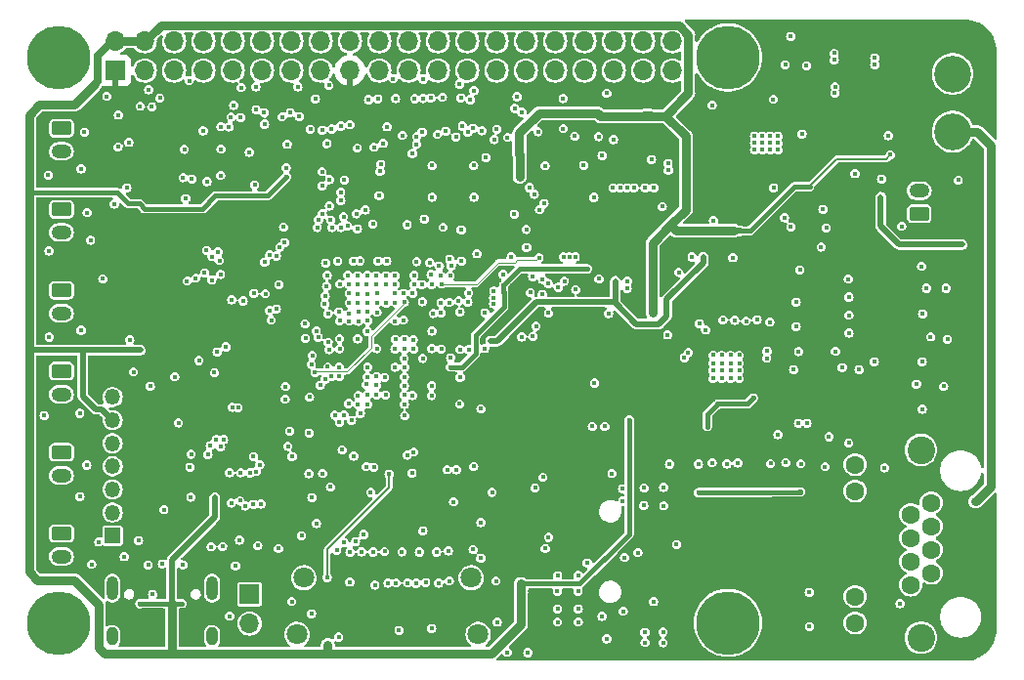
<source format=gbr>
%TF.GenerationSoftware,KiCad,Pcbnew,7.0.2*%
%TF.CreationDate,2023-10-25T03:12:24+05:00*%
%TF.ProjectId,Karnix_ASB,4b61726e-6978-45f4-9153-422e6b696361,V1.0*%
%TF.SameCoordinates,Original*%
%TF.FileFunction,Copper,L4,Inr*%
%TF.FilePolarity,Positive*%
%FSLAX46Y46*%
G04 Gerber Fmt 4.6, Leading zero omitted, Abs format (unit mm)*
G04 Created by KiCad (PCBNEW 7.0.2) date 2023-10-25 03:12:24*
%MOMM*%
%LPD*%
G01*
G04 APERTURE LIST*
G04 Aperture macros list*
%AMRoundRect*
0 Rectangle with rounded corners*
0 $1 Rounding radius*
0 $2 $3 $4 $5 $6 $7 $8 $9 X,Y pos of 4 corners*
0 Add a 4 corners polygon primitive as box body*
4,1,4,$2,$3,$4,$5,$6,$7,$8,$9,$2,$3,0*
0 Add four circle primitives for the rounded corners*
1,1,$1+$1,$2,$3*
1,1,$1+$1,$4,$5*
1,1,$1+$1,$6,$7*
1,1,$1+$1,$8,$9*
0 Add four rect primitives between the rounded corners*
20,1,$1+$1,$2,$3,$4,$5,0*
20,1,$1+$1,$4,$5,$6,$7,0*
20,1,$1+$1,$6,$7,$8,$9,0*
20,1,$1+$1,$8,$9,$2,$3,0*%
G04 Aperture macros list end*
%TA.AperFunction,ComponentPad*%
%ADD10R,1.700000X1.700000*%
%TD*%
%TA.AperFunction,ComponentPad*%
%ADD11O,1.700000X1.700000*%
%TD*%
%TA.AperFunction,FiducialPad,Global*%
%ADD12C,5.500000*%
%TD*%
%TA.AperFunction,ComponentPad*%
%ADD13O,1.000000X2.100000*%
%TD*%
%TA.AperFunction,ComponentPad*%
%ADD14O,1.000000X1.600000*%
%TD*%
%TA.AperFunction,ComponentPad*%
%ADD15RoundRect,0.250000X-0.625000X0.350000X-0.625000X-0.350000X0.625000X-0.350000X0.625000X0.350000X0*%
%TD*%
%TA.AperFunction,ComponentPad*%
%ADD16O,1.750000X1.200000*%
%TD*%
%TA.AperFunction,ComponentPad*%
%ADD17C,3.200000*%
%TD*%
%TA.AperFunction,ComponentPad*%
%ADD18C,1.600000*%
%TD*%
%TA.AperFunction,ComponentPad*%
%ADD19C,2.400000*%
%TD*%
%TA.AperFunction,ComponentPad*%
%ADD20R,1.350000X1.350000*%
%TD*%
%TA.AperFunction,ComponentPad*%
%ADD21O,1.350000X1.350000*%
%TD*%
%TA.AperFunction,ComponentPad*%
%ADD22C,1.800000*%
%TD*%
%TA.AperFunction,ComponentPad*%
%ADD23RoundRect,0.250000X0.625000X-0.350000X0.625000X0.350000X-0.625000X0.350000X-0.625000X-0.350000X0*%
%TD*%
%TA.AperFunction,ViaPad*%
%ADD24C,0.400000*%
%TD*%
%TA.AperFunction,Conductor*%
%ADD25C,0.800000*%
%TD*%
%TA.AperFunction,Conductor*%
%ADD26C,0.700000*%
%TD*%
%TA.AperFunction,Conductor*%
%ADD27C,0.400000*%
%TD*%
%TA.AperFunction,Conductor*%
%ADD28C,0.500000*%
%TD*%
%TA.AperFunction,Conductor*%
%ADD29C,0.200000*%
%TD*%
%TA.AperFunction,Conductor*%
%ADD30C,0.125000*%
%TD*%
%TA.AperFunction,Conductor*%
%ADD31C,0.100000*%
%TD*%
G04 APERTURE END LIST*
D10*
%TO.N,EEPROM_RESET*%
%TO.C,J2*%
X128525000Y-92170000D03*
D11*
%TO.N,GND*%
X128525000Y-94710000D03*
%TD*%
D12*
%TO.N,*%
%TO.C,H2*%
X169980000Y-45650000D03*
%TD*%
D13*
%TO.N,GND*%
%TO.C,J1*%
X116650000Y-91650000D03*
D14*
X116650000Y-95830000D03*
D13*
X125290000Y-91650000D03*
D14*
X125290000Y-95830000D03*
%TD*%
D12*
%TO.N,*%
%TO.C,H1*%
X111980000Y-45650000D03*
%TD*%
D15*
%TO.N,OUT2_U*%
%TO.C,XS11*%
X112230000Y-86900000D03*
D16*
%TO.N,GND*%
X112230000Y-88900000D03*
%TD*%
D12*
%TO.N,*%
%TO.C,H3*%
X169980000Y-94650000D03*
%TD*%
D15*
%TO.N,IN3_U*%
%TO.C,XS8*%
X112230000Y-65826000D03*
D16*
%TO.N,GND*%
X112230000Y-67826000D03*
%TD*%
D15*
%TO.N,IN2_U*%
%TO.C,XS7*%
X112230000Y-58820000D03*
D16*
%TO.N,GND*%
X112230000Y-60820000D03*
%TD*%
D17*
%TO.N,DCIN*%
%TO.C,XS1*%
X189450000Y-52080000D03*
%TO.N,GND*%
X189450000Y-47080000D03*
%TD*%
D15*
%TO.N,OUT1_U*%
%TO.C,XS10*%
X112230000Y-79870000D03*
D16*
%TO.N,GND*%
X112230000Y-81870000D03*
%TD*%
D18*
%TO.N,Net-(TR1-Pad1)*%
%TO.C,XS4*%
X187600000Y-84250000D03*
%TO.N,Net-(TR1-Pad3)*%
X185820000Y-85270000D03*
%TO.N,Net-(TR1-Pad6)*%
X187600000Y-86280000D03*
%TO.N,Net-(D23-A)*%
X185820000Y-87300000D03*
X187600000Y-88310000D03*
%TO.N,Net-(TR1-Pad8)*%
X185820000Y-89330000D03*
%TO.N,GND*%
X187600000Y-90340000D03*
X185820000Y-91360000D03*
X181000000Y-80940000D03*
%TO.N,LED_GREEN*%
X181000000Y-83230000D03*
%TO.N,LAN_VDD2A*%
X181000000Y-94660000D03*
%TO.N,Net-(R103-Pad2)*%
X181000000Y-92370000D03*
D19*
%TO.N,GND*%
X186710000Y-79670000D03*
X186710000Y-95930000D03*
%TD*%
D20*
%TO.N,JTAG_TCK*%
%TO.C,J4*%
X116665000Y-87090000D03*
D21*
%TO.N,JTAG_TDI*%
X116665000Y-85090000D03*
%TO.N,JTAG_TDO*%
X116665000Y-83090000D03*
%TO.N,JTAG_TMS*%
X116665000Y-81090000D03*
%TO.N,FPGA_RESET*%
X116665000Y-79090000D03*
%TO.N,+5V*%
X116665000Y-77090000D03*
%TO.N,GND*%
X116665000Y-75090000D03*
%TD*%
D15*
%TO.N,IN4_U*%
%TO.C,XS9*%
X112230000Y-72838000D03*
D16*
%TO.N,GND*%
X112230000Y-74838000D03*
%TD*%
D22*
%TO.N,GND*%
%TO.C,J3*%
X132640000Y-95650000D03*
X133240000Y-90750000D03*
X147740000Y-90750000D03*
X148340000Y-95650000D03*
%TD*%
D15*
%TO.N,IN1_U*%
%TO.C,XS6*%
X112230000Y-51790000D03*
D16*
%TO.N,GND*%
X112230000Y-53790000D03*
%TD*%
D23*
%TO.N,RS485_A*%
%TO.C,XS3*%
X186560000Y-59190000D03*
D16*
%TO.N,RS485_B*%
X186560000Y-57190000D03*
%TD*%
D10*
%TO.N,+3V3*%
%TO.C,XS5*%
X116910000Y-46790000D03*
D11*
%TO.N,+5V*%
X116910000Y-44250000D03*
%TO.N,Net-(XS5-Pin_3)*%
X119450000Y-46790000D03*
%TO.N,+5V*%
X119450000Y-44250000D03*
%TO.N,Net-(XS5-Pin_5)*%
X121990000Y-46790000D03*
%TO.N,GND*%
X121990000Y-44250000D03*
%TO.N,Net-(XS5-Pin_7)*%
X124530000Y-46790000D03*
%TO.N,Net-(XS5-Pin_8)*%
X124530000Y-44250000D03*
%TO.N,GND*%
X127070000Y-46790000D03*
%TO.N,Net-(XS5-Pin_10)*%
X127070000Y-44250000D03*
%TO.N,Net-(XS5-Pin_11)*%
X129610000Y-46790000D03*
%TO.N,Net-(XS5-Pin_12)*%
X129610000Y-44250000D03*
%TO.N,Net-(XS5-Pin_13)*%
X132150000Y-46790000D03*
%TO.N,GND*%
X132150000Y-44250000D03*
%TO.N,Net-(XS5-Pin_15)*%
X134690000Y-46790000D03*
%TO.N,Net-(XS5-Pin_16)*%
X134690000Y-44250000D03*
%TO.N,+3V3*%
X137230000Y-46790000D03*
%TO.N,Net-(XS5-Pin_18)*%
X137230000Y-44250000D03*
%TO.N,Net-(XS5-Pin_19)*%
X139770000Y-46790000D03*
%TO.N,GND*%
X139770000Y-44250000D03*
%TO.N,Net-(XS5-Pin_21)*%
X142310000Y-46790000D03*
%TO.N,Net-(XS5-Pin_22)*%
X142310000Y-44250000D03*
%TO.N,Net-(XS5-Pin_23)*%
X144850000Y-46790000D03*
%TO.N,Net-(XS5-Pin_24)*%
X144850000Y-44250000D03*
%TO.N,GND*%
X147390000Y-46790000D03*
%TO.N,Net-(XS5-Pin_26)*%
X147390000Y-44250000D03*
%TO.N,Net-(XS5-Pin_27)*%
X149930000Y-46790000D03*
%TO.N,Net-(XS5-Pin_28)*%
X149930000Y-44250000D03*
%TO.N,Net-(XS5-Pin_29)*%
X152470000Y-46790000D03*
%TO.N,GND*%
X152470000Y-44250000D03*
%TO.N,Net-(XS5-Pin_31)*%
X155010000Y-46790000D03*
%TO.N,Net-(XS5-Pin_32)*%
X155010000Y-44250000D03*
%TO.N,Net-(XS5-Pin_33)*%
X157550000Y-46790000D03*
%TO.N,GND*%
X157550000Y-44250000D03*
%TO.N,Net-(XS5-Pin_35)*%
X160090000Y-46790000D03*
%TO.N,Net-(XS5-Pin_36)*%
X160090000Y-44250000D03*
%TO.N,Net-(XS5-Pin_37)*%
X162630000Y-46790000D03*
%TO.N,Net-(XS5-Pin_38)*%
X162630000Y-44250000D03*
%TO.N,GND*%
X165170000Y-46790000D03*
%TO.N,Net-(XS5-Pin_40)*%
X165170000Y-44250000D03*
%TD*%
D12*
%TO.N,*%
%TO.C,H4*%
X111980000Y-94650000D03*
%TD*%
D24*
%TO.N,GND*%
X125210000Y-88060000D03*
X132000000Y-78020000D03*
X127760000Y-50840000D03*
X175420000Y-43830000D03*
X176410000Y-52280000D03*
X170963615Y-72145000D03*
X170205000Y-72145000D03*
X156700000Y-52480000D03*
X165710000Y-64260000D03*
X179300000Y-71120000D03*
X180990000Y-55720000D03*
X145750000Y-88410000D03*
X183300000Y-56180000D03*
X140225000Y-88467000D03*
X147955000Y-55019000D03*
X141962988Y-72489500D03*
X114860000Y-89570000D03*
X164820000Y-55430000D03*
X173634996Y-52467000D03*
X114220000Y-52120000D03*
X157790000Y-89450000D03*
X154140000Y-55040000D03*
X189940000Y-56290000D03*
X111170000Y-69880000D03*
X125919000Y-63249000D03*
X114430000Y-80975000D03*
X161020000Y-88980000D03*
X134865000Y-81700000D03*
X162808918Y-96352575D03*
X121105000Y-84840000D03*
X161267499Y-65056499D03*
X175890000Y-68960000D03*
X131620000Y-75270000D03*
X134330000Y-86040000D03*
X172959998Y-53065000D03*
X174309996Y-53065000D03*
X155210000Y-93435000D03*
X160640000Y-56950000D03*
X117905000Y-56952000D03*
X158424000Y-73867000D03*
X114750000Y-61480000D03*
X179183000Y-45281000D03*
X178400000Y-81110000D03*
X162810000Y-56960000D03*
X155710001Y-51816778D03*
X186320000Y-73960000D03*
X141958877Y-70936867D03*
X182699000Y-45686000D03*
X168610000Y-49790000D03*
X175890000Y-66850000D03*
X160856500Y-84113000D03*
X179890000Y-72520000D03*
X129070000Y-48190000D03*
X113820000Y-76490000D03*
X159643500Y-67843500D03*
X126017093Y-79383661D03*
X113830000Y-83690000D03*
X164760000Y-69700000D03*
X125722000Y-71168000D03*
X174870000Y-59540000D03*
X111150000Y-62410000D03*
X161251008Y-65656414D03*
X122360000Y-77330000D03*
X131793000Y-53179000D03*
X159480000Y-48760000D03*
X155210000Y-94575000D03*
X118910000Y-87500000D03*
X152646971Y-97233554D03*
X160030000Y-56940000D03*
X159080000Y-94080000D03*
X157010000Y-94570000D03*
X124515000Y-52011000D03*
X137240000Y-88520000D03*
X116814000Y-58357000D03*
X142713342Y-70106378D03*
X144326124Y-70884500D03*
X155702000Y-49213000D03*
X170963615Y-72785000D03*
X149880000Y-91010000D03*
X162788000Y-95468000D03*
X110740000Y-76680000D03*
X188890000Y-65650000D03*
X163560000Y-56940000D03*
X154445000Y-87235000D03*
X170963615Y-71450333D03*
X158360000Y-57780000D03*
X141480000Y-95310000D03*
X157010000Y-93435000D03*
X133910000Y-93860000D03*
X174309996Y-52467000D03*
X169446386Y-71450333D03*
X177030000Y-91995000D03*
X137560000Y-80200000D03*
X126200000Y-88035000D03*
X138410000Y-86990000D03*
X165535000Y-87845000D03*
X144740000Y-88510000D03*
X185030000Y-60280000D03*
X170830000Y-80795000D03*
X151469000Y-59223000D03*
X149541000Y-83340000D03*
X141158431Y-70078003D03*
X155720000Y-62940000D03*
X181350000Y-72710000D03*
X142840000Y-49225000D03*
X158810000Y-64840000D03*
X135480000Y-56230000D03*
X153090000Y-69820000D03*
X164290000Y-58580000D03*
X136250000Y-95880000D03*
X176210000Y-64050000D03*
X187550000Y-69860000D03*
X147984000Y-57767000D03*
X173910000Y-49280000D03*
X172965002Y-53665000D03*
X178500000Y-60410000D03*
X131650000Y-74170000D03*
X188680000Y-74160000D03*
X159933000Y-81707000D03*
X117170000Y-50640000D03*
X152105376Y-69865376D03*
X126800000Y-94070000D03*
X160900000Y-93640000D03*
X131076975Y-65335500D03*
X144360000Y-57753000D03*
X159313000Y-77626000D03*
X133930000Y-83790000D03*
X170205000Y-71450333D03*
X142725979Y-70907423D03*
X126979000Y-66659000D03*
X118147000Y-70132000D03*
X148580000Y-76104500D03*
X141141473Y-72490491D03*
X176110000Y-71140000D03*
X124810000Y-62370000D03*
X183885966Y-52435779D03*
X147965000Y-81095000D03*
X135400000Y-48070000D03*
X160070000Y-52770000D03*
X117680000Y-88910000D03*
X158770000Y-52510000D03*
X176790000Y-46360000D03*
X132710000Y-48190000D03*
X187180000Y-65650000D03*
X136319885Y-77276826D03*
X137775000Y-59205000D03*
X152855126Y-66029487D03*
X156790000Y-65770000D03*
X163370000Y-54480000D03*
X180450000Y-79060000D03*
X122050000Y-73316000D03*
X127810000Y-48260000D03*
X126056000Y-51653000D03*
X146780000Y-73360000D03*
X123290000Y-47670000D03*
X168726000Y-59781000D03*
X149991830Y-94581115D03*
X173936000Y-56940000D03*
X164790000Y-54820000D03*
X161830000Y-56958680D03*
X136550762Y-79662954D03*
X128870000Y-80240000D03*
X170205000Y-72785000D03*
X172285000Y-52467000D03*
X153520000Y-52090000D03*
X170408500Y-63002000D03*
X172959998Y-52467000D03*
X143240000Y-88510000D03*
X133685000Y-81715000D03*
X134810000Y-55540000D03*
X132180000Y-92790000D03*
X172290004Y-53665000D03*
X116160000Y-49020000D03*
X125490000Y-72960000D03*
X134840000Y-56785000D03*
X153350000Y-68940000D03*
X147890000Y-88290000D03*
X139325000Y-53430000D03*
X131475000Y-60355000D03*
X126760000Y-51660000D03*
X178740000Y-78520000D03*
X168687772Y-73480000D03*
X135530000Y-82880000D03*
X158224644Y-77625691D03*
X170205000Y-73480000D03*
X168687772Y-71450333D03*
X128972000Y-56694000D03*
X129245000Y-87955000D03*
X119800000Y-48450000D03*
X176095000Y-77345000D03*
X159070000Y-54160000D03*
X119933000Y-74141000D03*
X169446386Y-72785000D03*
X172285000Y-53065000D03*
X166877000Y-62944500D03*
X189000000Y-70060000D03*
X173634996Y-53065000D03*
X118473000Y-72893000D03*
X135343528Y-70348153D03*
X164925000Y-80891000D03*
X182670000Y-72020000D03*
X123530000Y-56174000D03*
X168687772Y-72785000D03*
X127660000Y-87480000D03*
X154150000Y-88210000D03*
X169446386Y-73480000D03*
X120071000Y-49933000D03*
X136322300Y-73284777D03*
X147510000Y-70954000D03*
X174940000Y-46280000D03*
X141960000Y-70079113D03*
X164361401Y-96373138D03*
X170963615Y-73480000D03*
X157480000Y-55000000D03*
X156750000Y-62935000D03*
X173640000Y-53665000D03*
X179192000Y-45875000D03*
X132830000Y-50770000D03*
X136750000Y-56260000D03*
X135919000Y-76652000D03*
X144320000Y-95140000D03*
X125120000Y-79298000D03*
X161230000Y-56950000D03*
X132220000Y-80240000D03*
X135115775Y-63463334D03*
X131035000Y-88210000D03*
X176830000Y-77345000D03*
X144346000Y-55019000D03*
X164361401Y-95447817D03*
X137164500Y-66087403D03*
X115470000Y-87640000D03*
X168687772Y-72145000D03*
X150864570Y-97200949D03*
X113930000Y-55300000D03*
X147450000Y-66860000D03*
X114450000Y-59090000D03*
X141130416Y-70928274D03*
X182699000Y-46269000D03*
X162180000Y-88554000D03*
X177045000Y-94970000D03*
X123445000Y-83750000D03*
X159480000Y-96040000D03*
X127310000Y-89720000D03*
X174315000Y-53665000D03*
X111090000Y-55850000D03*
X160856500Y-83039000D03*
X136440000Y-58035000D03*
X141740000Y-88500000D03*
X144963843Y-63719532D03*
X117130000Y-53410000D03*
X136690000Y-87680000D03*
X131700000Y-55210000D03*
X174320000Y-78340000D03*
X156260000Y-62930000D03*
X133690000Y-78200000D03*
X169446386Y-72145000D03*
%TO.N,+5V*%
X152068000Y-91262000D03*
X151920000Y-56000000D03*
X125491000Y-83788000D03*
X159900000Y-50720000D03*
X118987000Y-58306000D03*
X135306000Y-97354785D03*
X161250000Y-50690000D03*
X151920000Y-54090000D03*
X122690000Y-92974999D03*
X160550000Y-50720000D03*
X119067000Y-71011000D03*
X171044000Y-60677000D03*
X163280000Y-50700000D03*
X159230000Y-50720000D03*
X163461000Y-66657000D03*
X135307000Y-96546000D03*
X131720000Y-55997000D03*
X163460999Y-67793997D03*
X161910000Y-50700000D03*
X152068000Y-92038000D03*
X170500000Y-60677000D03*
X177060000Y-56860000D03*
X119031947Y-92999099D03*
X184060000Y-54090000D03*
X161431000Y-77074500D03*
X162670000Y-50720000D03*
X158690000Y-50490000D03*
%TO.N,Net-(U8-nRST)*%
X166200000Y-71680000D03*
%TO.N,Net-(U8-VDDCR)*%
X173335000Y-71720000D03*
%TO.N,+3V3*%
X154230000Y-53490000D03*
X133370000Y-69380000D03*
X148620000Y-59156000D03*
X154230000Y-54080000D03*
X140059067Y-53832463D03*
X168310736Y-65554500D03*
X142778337Y-72489500D03*
X157570000Y-53510000D03*
X140227689Y-67802313D03*
X143522446Y-72489500D03*
X130505000Y-61740000D03*
X174510000Y-66835000D03*
X166839999Y-67025001D03*
X143567353Y-70936867D03*
X134245000Y-79305000D03*
X144824000Y-81718000D03*
X117205000Y-66818000D03*
X141070000Y-60020000D03*
X139880000Y-81750000D03*
X170060000Y-69355000D03*
X141840000Y-81680000D03*
X141117243Y-71736000D03*
X151307387Y-65417822D03*
X143509611Y-70079613D03*
X190675000Y-74190000D03*
X180140000Y-60210000D03*
X140810000Y-52390000D03*
X133625000Y-79275000D03*
X123500000Y-49031000D03*
X131635000Y-51550000D03*
X142035000Y-49150000D03*
X163460000Y-70580000D03*
X140313348Y-71736000D03*
X190725000Y-65610000D03*
X157550000Y-54100000D03*
X130892191Y-66361310D03*
X129203000Y-72719000D03*
X140341022Y-70079113D03*
X134845000Y-79295000D03*
X137352000Y-81576000D03*
X130775000Y-91290000D03*
X139790000Y-59050000D03*
X143670500Y-67875500D03*
X140369571Y-70936867D03*
X129530000Y-56185000D03*
X190720000Y-69625000D03*
X149570000Y-81620000D03*
X115870000Y-52470000D03*
X171790000Y-80815000D03*
X130960000Y-64360000D03*
X149450000Y-69420000D03*
X129203000Y-73812000D03*
X149660000Y-70948949D03*
X153950000Y-96690000D03*
X125916000Y-58598000D03*
%TO.N,+2V5*%
X149400000Y-70250000D03*
X167861000Y-62944500D03*
X144346840Y-69368327D03*
X160215500Y-65045500D03*
X149960000Y-70255000D03*
X139547172Y-70893963D03*
%TO.N,+1V1*%
X141147096Y-68500730D03*
X150563154Y-66011680D03*
X150538000Y-65390000D03*
X141920451Y-71736000D03*
X146725000Y-72485000D03*
X143529999Y-71736000D03*
X141852722Y-68411850D03*
X145915000Y-72485000D03*
X157805500Y-63980000D03*
X157335000Y-63960000D03*
%TO.N,FPGA_RESET*%
X130283231Y-62757164D03*
X141123000Y-64563003D03*
X126805000Y-81645000D03*
X134505000Y-59710000D03*
%TO.N,+3V3_ETH*%
X173650000Y-83310000D03*
X176280000Y-83280000D03*
X167420000Y-83360000D03*
X169880000Y-83350000D03*
%TO.N,ETHERNET_CT*%
X175000000Y-80760000D03*
X168610000Y-80770000D03*
%TO.N,ETHERNET_TX+*%
X167420000Y-80890000D03*
%TO.N,LAN_VDD2A*%
X168200000Y-77645000D03*
X169055000Y-75715000D03*
X172195000Y-75155000D03*
%TO.N,ETHERNET_TX-*%
X169890000Y-80880000D03*
%TO.N,ETHERNET_RX+*%
X173670000Y-80840000D03*
%TO.N,ETHERNET_RX-*%
X176300000Y-80850000D03*
%TO.N,+24V*%
X179263000Y-48186000D03*
X179249000Y-48731000D03*
%TO.N,Net-(D1-A)*%
X180415000Y-64850000D03*
%TO.N,Net-(D2-A)*%
X180465000Y-66415000D03*
%TO.N,Net-(D3-A)*%
X180470000Y-67990000D03*
%TO.N,QSPI_D2*%
X143510973Y-66825999D03*
X144795500Y-52317006D03*
%TO.N,SPI_CONFIG_MISO*%
X146415000Y-52535000D03*
X142780616Y-64541502D03*
%TO.N,SPI_CONFIG_SS*%
X142656626Y-66080500D03*
X147910000Y-51775000D03*
X142635000Y-53981000D03*
%TO.N,CLK*%
X175665000Y-72690000D03*
X133875000Y-72230000D03*
%TO.N,SPI_CONFIG_SCK*%
X142181500Y-60144087D03*
X141875000Y-66086001D03*
%TO.N,SPI_CONFIG_MOSI*%
X143670000Y-59666500D03*
X143014702Y-63346323D03*
%TO.N,QSPI_D3*%
X145295000Y-60360000D03*
X143465000Y-65327735D03*
%TO.N,DCIN*%
X191990000Y-83600000D03*
X191430000Y-84130000D03*
%TO.N,JTAG_TDO*%
X128570000Y-81650000D03*
X135457035Y-58519406D03*
X131160000Y-62070587D03*
X141130674Y-66880999D03*
X128900000Y-66080000D03*
%TO.N,JTAG_TDI*%
X139501025Y-64563502D03*
X131555000Y-61683000D03*
X136430000Y-57345000D03*
X129900000Y-66125000D03*
X129090000Y-81540000D03*
%TO.N,JTAG_TMS*%
X127975000Y-66750000D03*
X139653835Y-63306500D03*
X134835000Y-59220000D03*
X130859493Y-62855357D03*
X127775000Y-81645000D03*
%TO.N,JTAG_TCK*%
X130410001Y-68415001D03*
X140414537Y-63306500D03*
X131850000Y-79345000D03*
X136670000Y-59455000D03*
%TO.N,LED0*%
X138131817Y-76484497D03*
%TO.N,LED1*%
X137372280Y-77104088D03*
%TO.N,LED2*%
X136731000Y-76646000D03*
%TO.N,LED3*%
X137110000Y-75644000D03*
%TO.N,KEY0*%
X186755000Y-63755000D03*
X137905000Y-75690000D03*
%TO.N,LED_YELLOW*%
X184900000Y-92980000D03*
%TO.N,KEY1*%
X186850000Y-67865000D03*
X137929999Y-74923234D03*
%TO.N,KEY2*%
X138641000Y-73979000D03*
X186820000Y-72025000D03*
%TO.N,Net-(U5B-PT38A)*%
X133372000Y-69992000D03*
X141953235Y-75699999D03*
%TO.N,KEY3*%
X138767952Y-72485000D03*
X186820000Y-76145000D03*
%TO.N,GPIO_01*%
X151497500Y-50062500D03*
X154420000Y-65255000D03*
%TO.N,LAN_MDIO*%
X168058000Y-69265000D03*
%TO.N,LAN_nINT*%
X146740000Y-75680000D03*
X166550000Y-71225000D03*
%TO.N,RS485_RO*%
X178210000Y-58810000D03*
X144290000Y-74950000D03*
%TO.N,RS485_DI*%
X141980000Y-76700000D03*
X178060000Y-62090000D03*
%TO.N,Net-(U5G-DONE)*%
X141125000Y-65331500D03*
X135240000Y-53125000D03*
X139899620Y-54922000D03*
%TO.N,Net-(U5G-CFG_2)*%
X140356265Y-64578735D03*
X148931441Y-67788130D03*
%TO.N,GPIO_02*%
X119050000Y-49880000D03*
X149684500Y-66476064D03*
%TO.N,GPIO_03*%
X149684500Y-67000567D03*
X120750000Y-49170000D03*
%TO.N,GPIO_04*%
X115815000Y-64845000D03*
X127150000Y-49810000D03*
X145950000Y-71673897D03*
%TO.N,GPIO_05*%
X145140000Y-70920000D03*
X152775000Y-56930000D03*
X155805000Y-65035000D03*
%TO.N,GPIO_06*%
X155285000Y-65570000D03*
X153200000Y-57510000D03*
X146755000Y-70954000D03*
%TO.N,GPIO_07*%
X146980000Y-51595000D03*
X144451596Y-67836584D03*
X146710000Y-47960000D03*
%TO.N,GPIO_08*%
X149717000Y-52768893D03*
X149695000Y-65870000D03*
%TO.N,GPIO_09*%
X143570000Y-47530000D03*
X147510000Y-66075000D03*
X145545000Y-52030000D03*
%TO.N,Net-(U5G-CFG_1)*%
X140357000Y-65329000D03*
X141780000Y-52410000D03*
%TO.N,Net-(U5G-CFG_0)*%
X144135000Y-63429500D03*
X141150000Y-66080500D03*
%TO.N,GPIO_10*%
X140980000Y-47500000D03*
X154430000Y-67800000D03*
%TO.N,GPIO_11*%
X147970000Y-48525000D03*
X146765000Y-67695000D03*
X150485110Y-64461229D03*
%TO.N,GPIO_12*%
X151715000Y-49050000D03*
X153055000Y-64635000D03*
%TO.N,GPIO_13*%
X153660000Y-58845000D03*
%TO.N,GPIO_14*%
X148895000Y-70875000D03*
X126930000Y-50830000D03*
%TO.N,GPIO_15*%
X129110000Y-50175000D03*
X146655000Y-66745000D03*
X138714671Y-69374500D03*
%TO.N,GPIO_16*%
X145830000Y-66889500D03*
%TO.N,GPIO_17*%
X129800000Y-50420000D03*
X135643198Y-73308959D03*
%TO.N,/Ethernet/RXD0*%
X170560000Y-68440000D03*
%TO.N,/Ethernet/RXD1*%
X171550000Y-68490000D03*
%TO.N,/Ethernet/RXD2*%
X172510000Y-68380000D03*
%TO.N,/Ethernet/RXD3*%
X173605000Y-68585000D03*
%TO.N,/Ethernet/RCLK*%
X173370000Y-71100000D03*
%TO.N,/Ethernet/RXER*%
X169555000Y-68395000D03*
%TO.N,/Ethernet/COL*%
X167510000Y-68720000D03*
%TO.N,Net-(U8-LED1{slash}~{REGOFF})*%
X183560000Y-81220000D03*
%TO.N,GPIO_27*%
X145120000Y-66925000D03*
X132070000Y-50440000D03*
%TO.N,GPIO_22*%
X143005000Y-53165000D03*
X134235000Y-49235000D03*
X145901662Y-64573782D03*
%TO.N,GPIO_00*%
X153892000Y-66189829D03*
X152125000Y-50410000D03*
%TO.N,GPIO_19*%
X154047000Y-58300000D03*
%TO.N,GPIO_26*%
X145120000Y-67784001D03*
%TO.N,GPIO_20*%
X153615000Y-62995000D03*
X145200000Y-65287557D03*
%TO.N,GPIO_21*%
X153900000Y-64875000D03*
%TO.N,GPIO_25*%
X143486501Y-52110000D03*
X145885000Y-63125000D03*
%TO.N,GPIO_24*%
X143010571Y-52518270D03*
X145053832Y-64538057D03*
%TO.N,GPIO_23*%
X145999905Y-63708000D03*
X140105000Y-53095000D03*
%TO.N,GPIO_18*%
X131340000Y-50800000D03*
X137865000Y-53495000D03*
X146890000Y-63290000D03*
%TO.N,UART_DEBUG_TXD*%
X138730000Y-73323234D03*
X127537633Y-76008215D03*
%TO.N,RS485_DE*%
X175440000Y-60330000D03*
X144303456Y-74100500D03*
%TO.N,UART_DEBUG_RXD*%
X127015001Y-75963965D03*
X139514147Y-74059192D03*
%TO.N,EEPROM_RESET*%
X144261000Y-64469382D03*
X141945000Y-66875000D03*
X134205000Y-72965000D03*
%TO.N,Net-(D4-A)*%
X180470000Y-69535000D03*
%TO.N,Net-(J3-+5V)*%
X137220000Y-91110000D03*
%TO.N,HDMI_TX2+*%
X146460000Y-81385000D03*
X140307917Y-74898913D03*
%TO.N,HDMI_TX2-*%
X139530000Y-74880000D03*
X145655495Y-81374505D03*
%TO.N,HDMI_TX1+*%
X140226349Y-73373651D03*
X142760000Y-79840000D03*
%TO.N,HDMI_TX1-*%
X139540000Y-73300000D03*
X142180000Y-80120000D03*
%TO.N,HDMI_TXC+*%
X138747000Y-75700000D03*
X139300000Y-81150000D03*
%TO.N,HDMI_TXC-*%
X138638478Y-81106491D03*
X138750000Y-74870000D03*
%TO.N,Net-(J3-D2+)*%
X145839000Y-91018000D03*
%TO.N,Net-(J3-D2-)*%
X144912000Y-91201000D03*
%TO.N,Net-(J3-D1+)*%
X143792000Y-91150000D03*
%TO.N,Net-(J3-D1-)*%
X142957000Y-91223000D03*
%TO.N,Net-(J3-D0+)*%
X142229000Y-91188000D03*
%TO.N,Net-(J3-D0-)*%
X141226000Y-91182000D03*
%TO.N,Net-(J3-CK+)*%
X140543000Y-91211000D03*
%TO.N,Net-(J3-CK-)*%
X139389000Y-91379000D03*
%TO.N,+5V_HDMI*%
X140610000Y-81750000D03*
X135265000Y-90710000D03*
%TO.N,HDDC_CEC*%
X139240000Y-88510000D03*
%TO.N,Net-(J3-HPD{slash}HEAC-)*%
X136089000Y-88348000D03*
%TO.N,IN1_U_ADC*%
X118060000Y-53010000D03*
%TO.N,IN3_U_ADC*%
X129847157Y-63386780D03*
%TO.N,IN2_U_ADC*%
X122781500Y-56072500D03*
X125290000Y-62915000D03*
%TO.N,IN4_U_ADC*%
X129843000Y-51430000D03*
%TO.N,Net-(C80-Pad2)*%
X125786977Y-62499977D03*
%TO.N,OUT_AUDIO_L*%
X156995000Y-91910000D03*
X155205000Y-91920000D03*
X155220000Y-90550000D03*
X157000000Y-90540000D03*
%TO.N,Net-(U13B--)*%
X113934000Y-69296000D03*
X124850000Y-56410000D03*
%TO.N,ADC_SPI_SCLK*%
X126050000Y-53590000D03*
X136310000Y-72480000D03*
%TO.N,ADC_SPI_MISO*%
X128510000Y-53860000D03*
X135408000Y-70970000D03*
%TO.N,DAC_SPI_MOSI*%
X130255000Y-67580000D03*
X133740000Y-75090000D03*
%TO.N,ADC_SPI_MOSI*%
X126030000Y-55880000D03*
X135310000Y-72460000D03*
%TO.N,ADC_SPI_CSn*%
X133960000Y-71470000D03*
X122875500Y-53611000D03*
%TO.N,DAC_SPI_SCLK*%
X130845000Y-67455000D03*
X134670000Y-74050000D03*
%TO.N,DAC_SPI_CSn*%
X126010000Y-64457000D03*
X135085000Y-73555255D03*
%TO.N,OUT1_DAC*%
X125260000Y-64945000D03*
X126474000Y-70734000D03*
%TO.N,OUT2_DAC*%
X124636000Y-64306000D03*
X124146000Y-71917000D03*
%TO.N,FT_VCC*%
X123466000Y-80039000D03*
X124934000Y-80058000D03*
X129420000Y-80948849D03*
%TO.N,Net-(U20-3V3OUT)*%
X123359000Y-81152000D03*
%TO.N,Net-(U20-XTIN)*%
X126271474Y-78749986D03*
%TO.N,Net-(U20-XTOUT)*%
X125647000Y-78756000D03*
%TO.N,Net-(D28-A)*%
X120130000Y-92180000D03*
%TO.N,Net-(D29-A)*%
X120972000Y-89532000D03*
%TO.N,Net-(J1-CC1)*%
X119740000Y-89630000D03*
%TO.N,Net-(J1-CC2)*%
X122740000Y-89620000D03*
%TO.N,SRAM_#CS*%
X146872000Y-60583000D03*
X136338090Y-70895500D03*
%TO.N,SRAM_D13*%
X135250104Y-64526000D03*
X144240000Y-49165000D03*
%TO.N,SRAM_D12*%
X135203129Y-65484500D03*
X143590723Y-49204237D03*
%TO.N,SRAM_D09*%
X139644000Y-49235000D03*
X136330510Y-65276991D03*
%TO.N,SRAM_D08*%
X138850000Y-49310000D03*
X135086000Y-66311000D03*
%TO.N,SRAM_D15*%
X147447500Y-52112500D03*
X137925313Y-66930341D03*
%TO.N,SRAM_D02*%
X135053000Y-67027000D03*
%TO.N,SRAM_D03*%
X136268639Y-67691243D03*
X152508000Y-60548000D03*
X152540000Y-62110000D03*
%TO.N,SRAM_D11*%
X141180000Y-49215000D03*
X137164500Y-66909002D03*
%TO.N,SRAM_D14*%
X145244001Y-49099001D03*
X138760176Y-67721500D03*
%TO.N,SRAM_D00*%
X135322000Y-67873387D03*
%TO.N,SRAM_D01*%
X136346613Y-68486236D03*
%TO.N,SRAM_D10*%
X137166730Y-67857540D03*
X140444001Y-51655999D03*
%TO.N,SRAM_D06*%
X138563849Y-58863849D03*
X137973000Y-67722000D03*
%TO.N,SRAM_D07*%
X139569500Y-67732851D03*
X139207000Y-60070000D03*
%TO.N,SRAM_D04*%
X137955965Y-68521015D03*
%TO.N,SRAM_D05*%
X138768363Y-68470500D03*
%TO.N,SRAM_#WE*%
X137165000Y-68495000D03*
X137887000Y-60512000D03*
%TO.N,SRAM_#BHE*%
X147644000Y-49314500D03*
X134480000Y-69910000D03*
%TO.N,SRAM_#OE*%
X148677000Y-52014000D03*
X137894000Y-70043000D03*
%TO.N,SRAM_#BLE*%
X136325000Y-70020000D03*
X146838000Y-49149797D03*
%TO.N,SRAM_A17*%
X134312000Y-69360266D03*
X150882004Y-52579000D03*
%TO.N,SRAM_A13*%
X139583000Y-66909500D03*
X136435000Y-51600000D03*
%TO.N,SRAM_A12*%
X140368118Y-66953996D03*
X135650000Y-51850000D03*
%TO.N,SRAM_A16*%
X149958000Y-51865312D03*
X133328000Y-68741000D03*
%TO.N,SRAM_A14*%
X137229536Y-51484500D03*
X139569500Y-66114290D03*
%TO.N,SRAM_A07*%
X137529999Y-63306500D03*
X135651000Y-60392000D03*
%TO.N,SRAM_A10*%
X133795500Y-51866465D03*
X138741322Y-66943472D03*
%TO.N,SRAM_A11*%
X134844000Y-51950000D03*
X138750000Y-66125000D03*
%TO.N,SRAM_A15*%
X149010499Y-54320000D03*
X139534500Y-65329500D03*
%TO.N,SRAM_A09*%
X134390000Y-60382359D03*
X138115179Y-63275999D03*
%TO.N,SRAM_A06*%
X136467000Y-60378796D03*
X137917084Y-64571000D03*
%TO.N,SRAM_A08*%
X135559654Y-59731916D03*
X138746844Y-64525500D03*
%TO.N,SRAM_A03*%
X148246450Y-62671450D03*
X136163078Y-63302251D03*
%TO.N,SRAM_A04*%
X138698011Y-65329888D03*
%TO.N,SRAM_A05*%
X137028388Y-60266066D03*
X137043064Y-64509910D03*
%TO.N,SRAM_A02*%
X137142000Y-65286500D03*
%TO.N,SRAM_A00*%
X137929108Y-66125517D03*
X151193000Y-62941971D03*
%TO.N,SRAM_A01*%
X137916000Y-65326500D03*
%TO.N,OUT_AUDIO_R*%
X162688000Y-84476000D03*
X164418000Y-82917000D03*
X164427000Y-84502000D03*
X162713000Y-82960000D03*
%TO.N,MIC_IN*%
X148575000Y-85951000D03*
X163539000Y-92804000D03*
%TO.N,DAC_AUDIO_L*%
X123875000Y-64777000D03*
X153270000Y-82950000D03*
%TO.N,DAC_AUDIO_R*%
X153948000Y-82027000D03*
X123114000Y-65018000D03*
%TO.N,MIC_U_ADC*%
X148565000Y-89041000D03*
X122991000Y-57887000D03*
%TO.N,HDDC_SCL*%
X143550000Y-86680000D03*
X138240000Y-88500000D03*
%TO.N,HDDC_SDA*%
X137710000Y-87610000D03*
%TO.N,HDMI_SDA*%
X139032000Y-83347000D03*
X141953235Y-74099998D03*
%TO.N,HDMI_SCL*%
X146212000Y-84161000D03*
X141936877Y-73351939D03*
%TO.N,HDMI_HPD*%
X133031000Y-87094000D03*
X142656323Y-74942115D03*
%TO.N,HDMI_CEC*%
X142610000Y-81670000D03*
X141932000Y-74895000D03*
%TO.N,EEPROM_WP*%
X144310152Y-65327735D03*
X139840000Y-55529000D03*
%TO.N,EEPROM_I2C_SDA*%
X142780000Y-65329500D03*
X139757500Y-57627500D03*
%TO.N,Net-(U20-ADBUS2)*%
X128175860Y-84514494D03*
%TO.N,Net-(U20-ADBUS7)*%
X126940000Y-84255000D03*
%TO.N,Net-(U20-ADBUS3)*%
X127700000Y-84060000D03*
%TO.N,Net-(#FLG07-pwr)*%
X190270000Y-61870000D03*
X183230000Y-57750000D03*
%TO.N,Net-(U20-ADBUS0)*%
X129525000Y-84355000D03*
%TO.N,Net-(U20-ADBUS1)*%
X128875000Y-84375000D03*
%TD*%
D25*
%TO.N,+5V*%
X135306000Y-97354785D02*
X135306000Y-96547000D01*
D26*
X115400000Y-45530000D02*
X115400000Y-47710000D01*
X116680000Y-44250000D02*
X115400000Y-45530000D01*
D25*
X164576000Y-50720000D02*
X162670000Y-50720000D01*
X109420000Y-75948000D02*
X109420000Y-90240000D01*
D27*
X121791000Y-92974999D02*
X122690000Y-92974999D01*
D25*
X121810000Y-97354785D02*
X149465215Y-97354785D01*
D28*
X115195000Y-76135000D02*
X115710000Y-76135000D01*
X114080000Y-75020000D02*
X115195000Y-76135000D01*
X121791000Y-92974999D02*
X121791000Y-89201000D01*
D25*
X166312000Y-55665000D02*
X166312000Y-52456000D01*
X121791000Y-97335785D02*
X121810000Y-97354785D01*
X113380000Y-49730000D02*
X110330000Y-49730000D01*
X151905000Y-52200000D02*
X151905000Y-54075000D01*
X165005000Y-60180000D02*
X163461000Y-61724000D01*
X116910000Y-44250000D02*
X116680000Y-44250000D01*
X152066000Y-94754000D02*
X152066000Y-92040000D01*
X163280000Y-50700000D02*
X162690000Y-50700000D01*
X158920000Y-50720000D02*
X158690000Y-50490000D01*
D29*
X183680000Y-54470000D02*
X179390000Y-54470000D01*
D25*
X110330000Y-49730000D02*
X109420000Y-50640000D01*
D28*
X121791000Y-89201000D02*
X125491000Y-85501000D01*
D25*
X163461000Y-61724000D02*
X163461000Y-66657000D01*
X121791000Y-92974999D02*
X121791000Y-97335785D01*
D27*
X130077000Y-57640000D02*
X131720000Y-55997000D01*
D25*
X163461000Y-67793996D02*
X163460999Y-67793997D01*
X109420000Y-50640000D02*
X109420000Y-56150000D01*
X109420000Y-71313000D02*
X109420000Y-75948000D01*
D26*
X115400000Y-47710000D02*
X115130000Y-47980000D01*
D25*
X115130000Y-47980000D02*
X113380000Y-49730000D01*
X115480000Y-93080000D02*
X115480000Y-96829569D01*
D27*
X117060000Y-57350000D02*
X118016000Y-58306000D01*
D25*
X165724544Y-42860000D02*
X166545000Y-43680456D01*
X162670000Y-50720000D02*
X159230000Y-50720000D01*
X120840000Y-42860000D02*
X165724544Y-42860000D01*
D27*
X118987000Y-58306000D02*
X119451000Y-58770000D01*
D25*
X166312000Y-52456000D02*
X164576000Y-50720000D01*
X151905000Y-54075000D02*
X151920000Y-54090000D01*
X113380000Y-90980000D02*
X115480000Y-93080000D01*
X158690000Y-50490000D02*
X153615000Y-50490000D01*
D27*
X175710000Y-56860000D02*
X171893000Y-60677000D01*
D25*
X170500000Y-60677000D02*
X165516000Y-60677000D01*
X159230000Y-50720000D02*
X158920000Y-50720000D01*
D28*
X115710000Y-76135000D02*
X116665000Y-77090000D01*
D27*
X119451000Y-58770000D02*
X124440000Y-58770000D01*
X177060000Y-56860000D02*
X175710000Y-56860000D01*
D25*
X152068000Y-91262000D02*
X152068000Y-92038000D01*
X119450000Y-44250000D02*
X120840000Y-42860000D01*
D27*
X152068000Y-91262000D02*
X157127000Y-91262000D01*
D28*
X171044000Y-60677000D02*
X170500000Y-60677000D01*
D25*
X116910000Y-44250000D02*
X119450000Y-44250000D01*
X151920000Y-54090000D02*
X151920000Y-56000000D01*
D27*
X124440000Y-58770000D02*
X125570000Y-57640000D01*
X119056047Y-92974999D02*
X119031947Y-92999099D01*
D28*
X114080000Y-71011000D02*
X114080000Y-75020000D01*
D27*
X109420000Y-57350000D02*
X117060000Y-57350000D01*
X157127000Y-91262000D02*
X161431000Y-86958000D01*
X161431000Y-86958000D02*
X161431000Y-77074500D01*
D25*
X135306000Y-96547000D02*
X135307000Y-96546000D01*
X110160000Y-90980000D02*
X113380000Y-90980000D01*
X166545000Y-43680456D02*
X166545000Y-48751000D01*
D29*
X177060000Y-56800000D02*
X177060000Y-56860000D01*
D25*
X109420000Y-69390000D02*
X109420000Y-71313000D01*
X163461000Y-66657000D02*
X163461000Y-67793996D01*
X153615000Y-50490000D02*
X151905000Y-52200000D01*
D28*
X109722000Y-71011000D02*
X109420000Y-71313000D01*
D25*
X166545000Y-48751000D02*
X164576000Y-50720000D01*
D29*
X179390000Y-54470000D02*
X177060000Y-56800000D01*
D25*
X109420000Y-90240000D02*
X110160000Y-90980000D01*
X165005000Y-60166000D02*
X166312000Y-58859000D01*
X166312000Y-58859000D02*
X166312000Y-55665000D01*
D27*
X125570000Y-57640000D02*
X130077000Y-57640000D01*
D28*
X114080000Y-71011000D02*
X109722000Y-71011000D01*
D25*
X162690000Y-50700000D02*
X162670000Y-50720000D01*
X115480000Y-96829569D02*
X116005216Y-97354785D01*
D27*
X121791000Y-92974999D02*
X119056047Y-92974999D01*
D29*
X184060000Y-54090000D02*
X183680000Y-54470000D01*
D25*
X116005216Y-97354785D02*
X121810000Y-97354785D01*
X165516000Y-60677000D02*
X165005000Y-60166000D01*
X149465215Y-97354785D02*
X152066000Y-94754000D01*
X165005000Y-60166000D02*
X165005000Y-60180000D01*
D27*
X171893000Y-60677000D02*
X171044000Y-60677000D01*
D25*
X109420000Y-56150000D02*
X109420000Y-57350000D01*
X152066000Y-92040000D02*
X152068000Y-92038000D01*
D28*
X119067000Y-71011000D02*
X114080000Y-71011000D01*
D25*
X109420000Y-57350000D02*
X109420000Y-69390000D01*
D27*
X118016000Y-58306000D02*
X118987000Y-58306000D01*
D28*
X125491000Y-85501000D02*
X125491000Y-83788000D01*
D27*
%TO.N,+3V3*%
X157550000Y-53530000D02*
X157570000Y-53510000D01*
D28*
%TO.N,+2V5*%
X149405000Y-70255000D02*
X149400000Y-70250000D01*
X167861000Y-62944500D02*
X167861000Y-63425000D01*
X164680000Y-66606000D02*
X164680000Y-68080000D01*
X151540000Y-68675000D02*
X149960000Y-70255000D01*
X164000000Y-68760000D02*
X162027000Y-68760000D01*
X162027000Y-68760000D02*
X160215500Y-66948500D01*
X149960000Y-70255000D02*
X149405000Y-70255000D01*
X153380000Y-66835000D02*
X160215500Y-66835000D01*
X151540000Y-68675000D02*
X153380000Y-66835000D01*
X160215500Y-66948500D02*
X160215500Y-66835000D01*
X160215500Y-66835000D02*
X160215500Y-65045500D01*
X167861000Y-63425000D02*
X164680000Y-66606000D01*
X164680000Y-68080000D02*
X164000000Y-68760000D01*
D27*
%TO.N,+1V1*%
X150563154Y-67301846D02*
X150563154Y-66011680D01*
X157785500Y-63960000D02*
X157805500Y-63980000D01*
X150538000Y-65390000D02*
X151968000Y-63960000D01*
X148115000Y-71299000D02*
X148115000Y-69750000D01*
X146939000Y-72475000D02*
X145925000Y-72475000D01*
X146939000Y-72475000D02*
X148115000Y-71299000D01*
X150538000Y-65390000D02*
X150538000Y-65986526D01*
X146939000Y-72475000D02*
X146735000Y-72475000D01*
X157335000Y-63960000D02*
X157785500Y-63960000D01*
X151968000Y-63960000D02*
X157335000Y-63960000D01*
X146735000Y-72475000D02*
X146725000Y-72485000D01*
X148115000Y-69750000D02*
X150563154Y-67301846D01*
X145925000Y-72475000D02*
X145915000Y-72485000D01*
X150538000Y-65986526D02*
X150563154Y-66011680D01*
%TO.N,+3V3_ETH*%
X169870000Y-83360000D02*
X169880000Y-83350000D01*
X167420000Y-83360000D02*
X169870000Y-83360000D01*
X176250000Y-83310000D02*
X176280000Y-83280000D01*
X173610000Y-83350000D02*
X173650000Y-83310000D01*
X169880000Y-83350000D02*
X173610000Y-83350000D01*
X173650000Y-83310000D02*
X176250000Y-83310000D01*
%TO.N,LAN_VDD2A*%
X169055000Y-75715000D02*
X169090000Y-75680000D01*
X169090000Y-75680000D02*
X171670000Y-75680000D01*
X168200000Y-76570000D02*
X168200000Y-77645000D01*
X168200000Y-76570000D02*
X169055000Y-75715000D01*
X171670000Y-75680000D02*
X172195000Y-75155000D01*
D25*
%TO.N,DCIN*%
X192740000Y-82870000D02*
X192740000Y-53260000D01*
X191560000Y-52080000D02*
X189450000Y-52080000D01*
X191480000Y-84130000D02*
X192740000Y-82870000D01*
X192740000Y-53260000D02*
X191560000Y-52080000D01*
X191430000Y-84130000D02*
X191480000Y-84130000D01*
D30*
%TO.N,GPIO_20*%
X153430000Y-63180000D02*
X153615000Y-62995000D01*
X148182443Y-65287557D02*
X150055000Y-63415000D01*
X151495000Y-63415000D02*
X151730000Y-63180000D01*
X151730000Y-63180000D02*
X153430000Y-63180000D01*
X145200000Y-65287557D02*
X148182443Y-65287557D01*
X150055000Y-63415000D02*
X151495000Y-63415000D01*
D31*
%TO.N,EEPROM_RESET*%
X136990000Y-72880000D02*
X134290000Y-72880000D01*
X141945000Y-66945000D02*
X139085000Y-69805000D01*
X134290000Y-72880000D02*
X134205000Y-72965000D01*
X139085000Y-69805000D02*
X139085000Y-70785000D01*
X139085000Y-70785000D02*
X136990000Y-72880000D01*
X141945000Y-66875000D02*
X141945000Y-66945000D01*
D29*
%TO.N,+5V_HDMI*%
X140610000Y-82937000D02*
X135265000Y-88282000D01*
X140610000Y-81750000D02*
X140610000Y-82937000D01*
X135265000Y-88282000D02*
X135265000Y-90710000D01*
D28*
%TO.N,Net-(#FLG07-pwr)*%
X183230000Y-60270000D02*
X183230000Y-57750000D01*
X184830000Y-61870000D02*
X183230000Y-60270000D01*
X190270000Y-61870000D02*
X184830000Y-61870000D01*
%TD*%
%TA.AperFunction,Conductor*%
%TO.N,+3V3*%
G36*
X190483472Y-42350695D02*
G01*
X190786503Y-42367713D01*
X190800301Y-42369267D01*
X191096080Y-42419522D01*
X191109634Y-42422615D01*
X191139313Y-42431166D01*
X191397927Y-42505672D01*
X191411051Y-42510265D01*
X191688222Y-42625072D01*
X191700744Y-42631101D01*
X191903184Y-42742986D01*
X191963328Y-42776227D01*
X191975102Y-42783625D01*
X192219789Y-42957239D01*
X192230657Y-42965907D01*
X192454352Y-43165815D01*
X192464184Y-43175647D01*
X192664092Y-43399342D01*
X192672763Y-43410214D01*
X192846374Y-43654897D01*
X192853772Y-43666671D01*
X192998894Y-43929248D01*
X193004927Y-43941777D01*
X193119734Y-44218948D01*
X193124327Y-44232072D01*
X193207383Y-44520363D01*
X193210477Y-44533920D01*
X193260730Y-44829689D01*
X193262287Y-44843507D01*
X193279304Y-45146526D01*
X193279499Y-45153479D01*
X193279499Y-52650902D01*
X193259814Y-52717941D01*
X193207010Y-52763696D01*
X193137852Y-52773640D01*
X193074296Y-52744615D01*
X193067818Y-52738583D01*
X192018199Y-51688964D01*
X192007503Y-51676768D01*
X191988281Y-51651716D01*
X191862840Y-51555463D01*
X191716762Y-51494956D01*
X191599361Y-51479500D01*
X191560000Y-51474317D01*
X191532163Y-51477982D01*
X191528697Y-51478439D01*
X191512513Y-51479500D01*
X191233067Y-51479500D01*
X191166028Y-51459815D01*
X191120273Y-51407011D01*
X191117639Y-51400803D01*
X191113146Y-51389354D01*
X191076743Y-51296602D01*
X190941815Y-51062898D01*
X190773561Y-50851915D01*
X190737618Y-50818565D01*
X190575743Y-50668366D01*
X190477897Y-50601656D01*
X190352775Y-50516349D01*
X190109641Y-50399262D01*
X190010568Y-50368702D01*
X189851771Y-50319719D01*
X189584929Y-50279500D01*
X189315071Y-50279500D01*
X189048228Y-50319719D01*
X188790359Y-50399262D01*
X188547228Y-50516347D01*
X188324257Y-50668366D01*
X188126439Y-50851915D01*
X187958184Y-51062899D01*
X187823257Y-51296601D01*
X187724666Y-51547804D01*
X187664616Y-51810899D01*
X187644450Y-52080000D01*
X187664616Y-52349100D01*
X187707047Y-52535000D01*
X187724666Y-52612195D01*
X187823257Y-52863398D01*
X187958185Y-53097102D01*
X188126439Y-53308085D01*
X188324259Y-53491635D01*
X188547226Y-53643651D01*
X188790359Y-53760738D01*
X189048228Y-53840280D01*
X189315071Y-53880500D01*
X189584929Y-53880500D01*
X189851772Y-53840280D01*
X190109641Y-53760738D01*
X190352775Y-53643651D01*
X190575741Y-53491635D01*
X190773561Y-53308085D01*
X190941815Y-53097102D01*
X191076743Y-52863398D01*
X191117639Y-52759196D01*
X191160455Y-52703984D01*
X191226325Y-52680683D01*
X191233067Y-52680500D01*
X191259903Y-52680500D01*
X191326942Y-52700185D01*
X191347584Y-52716819D01*
X192103181Y-53472416D01*
X192136666Y-53533739D01*
X192139500Y-53560097D01*
X192139500Y-81148420D01*
X192119815Y-81215459D01*
X192067011Y-81261214D01*
X191997853Y-81271158D01*
X191934297Y-81242133D01*
X191896523Y-81183355D01*
X191892885Y-81166901D01*
X191875839Y-81053806D01*
X191875838Y-81053805D01*
X191797401Y-80799518D01*
X191681940Y-80559761D01*
X191532035Y-80339890D01*
X191351033Y-80144817D01*
X191313263Y-80114696D01*
X191142976Y-79978895D01*
X190912522Y-79845844D01*
X190664807Y-79748623D01*
X190405364Y-79689406D01*
X190208756Y-79674673D01*
X190208745Y-79674672D01*
X190206442Y-79674500D01*
X190073558Y-79674500D01*
X190071255Y-79674672D01*
X190071243Y-79674673D01*
X189874635Y-79689406D01*
X189615192Y-79748623D01*
X189367477Y-79845844D01*
X189137023Y-79978895D01*
X188928966Y-80144817D01*
X188747966Y-80339887D01*
X188598057Y-80559764D01*
X188482599Y-80799515D01*
X188404160Y-81053806D01*
X188364500Y-81316944D01*
X188364500Y-81583055D01*
X188404160Y-81846193D01*
X188453406Y-82005842D01*
X188482599Y-82100482D01*
X188561992Y-82265343D01*
X188598060Y-82340239D01*
X188747964Y-82560109D01*
X188907401Y-82731940D01*
X188928967Y-82755183D01*
X188974753Y-82791696D01*
X189137023Y-82921104D01*
X189367477Y-83054155D01*
X189367479Y-83054156D01*
X189488513Y-83101658D01*
X189597868Y-83144577D01*
X189615195Y-83151377D01*
X189874633Y-83210593D01*
X190073558Y-83225500D01*
X190075875Y-83225500D01*
X190204125Y-83225500D01*
X190206442Y-83225500D01*
X190405367Y-83210593D01*
X190664805Y-83151377D01*
X190912521Y-83054156D01*
X191030140Y-82986249D01*
X191142976Y-82921104D01*
X191145162Y-82919361D01*
X191351033Y-82755183D01*
X191532035Y-82560110D01*
X191681940Y-82340240D01*
X191797401Y-82100482D01*
X191875839Y-81846194D01*
X191892885Y-81733097D01*
X191922341Y-81669741D01*
X191981375Y-81632367D01*
X192051243Y-81632842D01*
X192109763Y-81671015D01*
X192138355Y-81734766D01*
X192139500Y-81751579D01*
X192139500Y-82569901D01*
X192119815Y-82636940D01*
X192103181Y-82657582D01*
X191192640Y-83568123D01*
X191152415Y-83595002D01*
X191127158Y-83605464D01*
X191001717Y-83701717D01*
X190905463Y-83827159D01*
X190844956Y-83973237D01*
X190824317Y-84129999D01*
X190844956Y-84286762D01*
X190905463Y-84432840D01*
X191001717Y-84558282D01*
X191101342Y-84634726D01*
X191127159Y-84654536D01*
X191273238Y-84715044D01*
X191390639Y-84730500D01*
X191432513Y-84730500D01*
X191448697Y-84731560D01*
X191480000Y-84735682D01*
X191636762Y-84715044D01*
X191782841Y-84654536D01*
X191815526Y-84629456D01*
X191908282Y-84558282D01*
X191927509Y-84533223D01*
X191938190Y-84521043D01*
X193067820Y-83391413D01*
X193129141Y-83357930D01*
X193198833Y-83362914D01*
X193254766Y-83404786D01*
X193279183Y-83470250D01*
X193279499Y-83479096D01*
X193279500Y-95110118D01*
X193279500Y-95146519D01*
X193279305Y-95153472D01*
X193262287Y-95456493D01*
X193260730Y-95470311D01*
X193210477Y-95766079D01*
X193207383Y-95779636D01*
X193124327Y-96067927D01*
X193119734Y-96081051D01*
X193004927Y-96358222D01*
X192998894Y-96370751D01*
X192853772Y-96633328D01*
X192846374Y-96645102D01*
X192672763Y-96889785D01*
X192664092Y-96900657D01*
X192464184Y-97124352D01*
X192454352Y-97134184D01*
X192230657Y-97334092D01*
X192219785Y-97342763D01*
X191975102Y-97516374D01*
X191963328Y-97523772D01*
X191700751Y-97668894D01*
X191688222Y-97674927D01*
X191411051Y-97789734D01*
X191397927Y-97794327D01*
X191109636Y-97877383D01*
X191096079Y-97880477D01*
X190800311Y-97930730D01*
X190786493Y-97932287D01*
X190483472Y-97949305D01*
X190476519Y-97949500D01*
X150019096Y-97949500D01*
X149952057Y-97929815D01*
X149906302Y-97877011D01*
X149896358Y-97807853D01*
X149925383Y-97744297D01*
X149931415Y-97737819D01*
X150109466Y-97559768D01*
X150312356Y-97356877D01*
X150373677Y-97323394D01*
X150443368Y-97328378D01*
X150499302Y-97370249D01*
X150510519Y-97388264D01*
X150536519Y-97439291D01*
X150626226Y-97528998D01*
X150626228Y-97528999D01*
X150739266Y-97586595D01*
X150864570Y-97606441D01*
X150989874Y-97586595D01*
X151102912Y-97528999D01*
X151192620Y-97439291D01*
X151250216Y-97326253D01*
X151264898Y-97233554D01*
X152241478Y-97233554D01*
X152261324Y-97358856D01*
X152318921Y-97471897D01*
X152408627Y-97561603D01*
X152408629Y-97561604D01*
X152521667Y-97619200D01*
X152646971Y-97639046D01*
X152772275Y-97619200D01*
X152885313Y-97561604D01*
X152975021Y-97471896D01*
X153032617Y-97358858D01*
X153052463Y-97233554D01*
X153032617Y-97108250D01*
X152975021Y-96995212D01*
X152975020Y-96995210D01*
X152885314Y-96905504D01*
X152772273Y-96847907D01*
X152646970Y-96828061D01*
X152521668Y-96847907D01*
X152408627Y-96905504D01*
X152318921Y-96995210D01*
X152261324Y-97108251D01*
X152241478Y-97233554D01*
X151264898Y-97233554D01*
X151270062Y-97200949D01*
X151250216Y-97075645D01*
X151192620Y-96962607D01*
X151192619Y-96962605D01*
X151102912Y-96872898D01*
X151051885Y-96846898D01*
X151001090Y-96798924D01*
X150984295Y-96731102D01*
X151006833Y-96664968D01*
X151020494Y-96648739D01*
X151629233Y-96040000D01*
X159074507Y-96040000D01*
X159094353Y-96165302D01*
X159151950Y-96278343D01*
X159241656Y-96368049D01*
X159241658Y-96368050D01*
X159354696Y-96425646D01*
X159417347Y-96435568D01*
X159479999Y-96445492D01*
X159479999Y-96445491D01*
X159480000Y-96445492D01*
X159605304Y-96425646D01*
X159718342Y-96368050D01*
X159808050Y-96278342D01*
X159865646Y-96165304D01*
X159885492Y-96040000D01*
X159865646Y-95914696D01*
X159808050Y-95801658D01*
X159808049Y-95801656D01*
X159718343Y-95711950D01*
X159605302Y-95654353D01*
X159480000Y-95634507D01*
X159354697Y-95654353D01*
X159241656Y-95711950D01*
X159151950Y-95801656D01*
X159094353Y-95914697D01*
X159074507Y-96040000D01*
X151629233Y-96040000D01*
X152201233Y-95468000D01*
X162382507Y-95468000D01*
X162402353Y-95593302D01*
X162459950Y-95706343D01*
X162549656Y-95796049D01*
X162567480Y-95805131D01*
X162618276Y-95853104D01*
X162635072Y-95920925D01*
X162612535Y-95987060D01*
X162578847Y-96016252D01*
X162480868Y-96114231D01*
X162423271Y-96227272D01*
X162403425Y-96352575D01*
X162423271Y-96477877D01*
X162480868Y-96590918D01*
X162570574Y-96680624D01*
X162570576Y-96680625D01*
X162683614Y-96738221D01*
X162808918Y-96758067D01*
X162934222Y-96738221D01*
X163047260Y-96680625D01*
X163136968Y-96590917D01*
X163194564Y-96477879D01*
X163211153Y-96373137D01*
X163955908Y-96373137D01*
X163975754Y-96498440D01*
X164033351Y-96611481D01*
X164123057Y-96701187D01*
X164123059Y-96701188D01*
X164236097Y-96758784D01*
X164361401Y-96778630D01*
X164486705Y-96758784D01*
X164599743Y-96701188D01*
X164689451Y-96611480D01*
X164747047Y-96498442D01*
X164766893Y-96373138D01*
X164747047Y-96247834D01*
X164689451Y-96134796D01*
X164689450Y-96134794D01*
X164599744Y-96045088D01*
X164552394Y-96020962D01*
X164501598Y-95972987D01*
X164484803Y-95905166D01*
X164507341Y-95839031D01*
X164552395Y-95799992D01*
X164599743Y-95775867D01*
X164689451Y-95686159D01*
X164747047Y-95573121D01*
X164766893Y-95447817D01*
X164766750Y-95446917D01*
X164756970Y-95385165D01*
X164747047Y-95322513D01*
X164689451Y-95209475D01*
X164689450Y-95209473D01*
X164599744Y-95119767D01*
X164486703Y-95062170D01*
X164361401Y-95042324D01*
X164236098Y-95062170D01*
X164123057Y-95119767D01*
X164033351Y-95209473D01*
X163975754Y-95322514D01*
X163955908Y-95447816D01*
X163975754Y-95573119D01*
X164033351Y-95686160D01*
X164123057Y-95775866D01*
X164170407Y-95799992D01*
X164221203Y-95847966D01*
X164237998Y-95915787D01*
X164215461Y-95981922D01*
X164170408Y-96020961D01*
X164123058Y-96045087D01*
X164033351Y-96134794D01*
X163975754Y-96247835D01*
X163955908Y-96373137D01*
X163211153Y-96373137D01*
X163214410Y-96352575D01*
X163194564Y-96227271D01*
X163136968Y-96114233D01*
X163136967Y-96114231D01*
X163047261Y-96024525D01*
X163029436Y-96015443D01*
X162978640Y-95967468D01*
X162961845Y-95899647D01*
X162984382Y-95833512D01*
X163018067Y-95804325D01*
X163116049Y-95706343D01*
X163116050Y-95706342D01*
X163173646Y-95593304D01*
X163193492Y-95468000D01*
X163173646Y-95342696D01*
X163116050Y-95229658D01*
X163116049Y-95229656D01*
X163026343Y-95139950D01*
X162913302Y-95082353D01*
X162788000Y-95062507D01*
X162662697Y-95082353D01*
X162549656Y-95139950D01*
X162459950Y-95229656D01*
X162402353Y-95342697D01*
X162382507Y-95468000D01*
X152201233Y-95468000D01*
X152457043Y-95212190D01*
X152469223Y-95201509D01*
X152494282Y-95182282D01*
X152590536Y-95056841D01*
X152651044Y-94910762D01*
X152663719Y-94814486D01*
X152671682Y-94754000D01*
X152668741Y-94731658D01*
X152667561Y-94722696D01*
X152666500Y-94706511D01*
X152666500Y-94575000D01*
X154804507Y-94575000D01*
X154824353Y-94700302D01*
X154881950Y-94813343D01*
X154971656Y-94903049D01*
X154974519Y-94904508D01*
X155084696Y-94960646D01*
X155123305Y-94966761D01*
X155209999Y-94980492D01*
X155209999Y-94980491D01*
X155210000Y-94980492D01*
X155335304Y-94960646D01*
X155448342Y-94903050D01*
X155538050Y-94813342D01*
X155595646Y-94700304D01*
X155615492Y-94575000D01*
X155614700Y-94570000D01*
X156604507Y-94570000D01*
X156624353Y-94695302D01*
X156681950Y-94808343D01*
X156771656Y-94898049D01*
X156771658Y-94898050D01*
X156884696Y-94955646D01*
X157010000Y-94975492D01*
X157135304Y-94955646D01*
X157248342Y-94898050D01*
X157338050Y-94808342D01*
X157395646Y-94695304D01*
X157402821Y-94650000D01*
X167024500Y-94650000D01*
X167024710Y-94653605D01*
X167044273Y-94989499D01*
X167044274Y-94989507D01*
X167044484Y-94993113D01*
X167045110Y-94996667D01*
X167045112Y-94996678D01*
X167103540Y-95328035D01*
X167104166Y-95331585D01*
X167105195Y-95335025D01*
X167105198Y-95335034D01*
X167201705Y-95657393D01*
X167201709Y-95657404D01*
X167202738Y-95660841D01*
X167204157Y-95664132D01*
X167204162Y-95664144D01*
X167337440Y-95973114D01*
X167338869Y-95976426D01*
X167340671Y-95979548D01*
X167340673Y-95979551D01*
X167508907Y-96270942D01*
X167508913Y-96270951D01*
X167510716Y-96274074D01*
X167512866Y-96276962D01*
X167512874Y-96276974D01*
X167713803Y-96546868D01*
X167713809Y-96546875D01*
X167715956Y-96549759D01*
X167951813Y-96799753D01*
X167954571Y-96802067D01*
X167954575Y-96802071D01*
X168009202Y-96847908D01*
X168215098Y-97020675D01*
X168502250Y-97209538D01*
X168728955Y-97323394D01*
X168799569Y-97358858D01*
X168809386Y-97363788D01*
X169132353Y-97481338D01*
X169280182Y-97516374D01*
X169463276Y-97559768D01*
X169463278Y-97559768D01*
X169466783Y-97560599D01*
X169808153Y-97600500D01*
X169811751Y-97600500D01*
X170148249Y-97600500D01*
X170151847Y-97600500D01*
X170493217Y-97560599D01*
X170827647Y-97481338D01*
X171150614Y-97363788D01*
X171457750Y-97209538D01*
X171744902Y-97020675D01*
X172008187Y-96799753D01*
X172244044Y-96549759D01*
X172449284Y-96274074D01*
X172621131Y-95976426D01*
X172641158Y-95929999D01*
X185304699Y-95929999D01*
X185323865Y-96161299D01*
X185323865Y-96161301D01*
X185323866Y-96161305D01*
X185377510Y-96373137D01*
X185380844Y-96386303D01*
X185421013Y-96477879D01*
X185474076Y-96598849D01*
X185601021Y-96793153D01*
X185758216Y-96963913D01*
X185941374Y-97106470D01*
X186145497Y-97216936D01*
X186193904Y-97233554D01*
X186365015Y-97292297D01*
X186365017Y-97292297D01*
X186365019Y-97292298D01*
X186593951Y-97330500D01*
X186593952Y-97330500D01*
X186826048Y-97330500D01*
X186826049Y-97330500D01*
X187054981Y-97292298D01*
X187274503Y-97216936D01*
X187478626Y-97106470D01*
X187661784Y-96963913D01*
X187818979Y-96793153D01*
X187945924Y-96598849D01*
X188039157Y-96386300D01*
X188096134Y-96161305D01*
X188115300Y-95930000D01*
X188096134Y-95698695D01*
X188039157Y-95473700D01*
X187945924Y-95261151D01*
X187818979Y-95066847D01*
X187661784Y-94896087D01*
X187478626Y-94753530D01*
X187274503Y-94643064D01*
X187274499Y-94643062D01*
X187274498Y-94643062D01*
X187054984Y-94567702D01*
X186883281Y-94539050D01*
X186826049Y-94529500D01*
X186593951Y-94529500D01*
X186548164Y-94537140D01*
X186365015Y-94567702D01*
X186145501Y-94643062D01*
X186145497Y-94643063D01*
X186145497Y-94643064D01*
X186048970Y-94695302D01*
X185941372Y-94753531D01*
X185758215Y-94896087D01*
X185601020Y-95066848D01*
X185474076Y-95261150D01*
X185380844Y-95473696D01*
X185380842Y-95473700D01*
X185380843Y-95473700D01*
X185327041Y-95686160D01*
X185323865Y-95698700D01*
X185304699Y-95929999D01*
X172641158Y-95929999D01*
X172757262Y-95660841D01*
X172855834Y-95331585D01*
X172915516Y-94993113D01*
X172916862Y-94969999D01*
X176639507Y-94969999D01*
X176659353Y-95095302D01*
X176716950Y-95208343D01*
X176806656Y-95298049D01*
X176806658Y-95298050D01*
X176919696Y-95355646D01*
X177045000Y-95375492D01*
X177170304Y-95355646D01*
X177283342Y-95298050D01*
X177373050Y-95208342D01*
X177430646Y-95095304D01*
X177450492Y-94970000D01*
X177430646Y-94844696D01*
X177373050Y-94731658D01*
X177373049Y-94731656D01*
X177301393Y-94660000D01*
X179994659Y-94660000D01*
X180000040Y-94714638D01*
X180013976Y-94856133D01*
X180071185Y-95044726D01*
X180125595Y-95146519D01*
X180164090Y-95218538D01*
X180289117Y-95370883D01*
X180441462Y-95495910D01*
X180615273Y-95588814D01*
X180803868Y-95646024D01*
X181000000Y-95665341D01*
X181196132Y-95646024D01*
X181384727Y-95588814D01*
X181558538Y-95495910D01*
X181710883Y-95370883D01*
X181835910Y-95218538D01*
X181928814Y-95044727D01*
X181986024Y-94856132D01*
X182005341Y-94660000D01*
X181986024Y-94463868D01*
X181931175Y-94283055D01*
X188364500Y-94283055D01*
X188404160Y-94546193D01*
X188439467Y-94660652D01*
X188482599Y-94800482D01*
X188572232Y-94986607D01*
X188598060Y-95040239D01*
X188708005Y-95201500D01*
X188747965Y-95260110D01*
X188928967Y-95455183D01*
X188978084Y-95494353D01*
X189137023Y-95621104D01*
X189367477Y-95754155D01*
X189367479Y-95754156D01*
X189488513Y-95801658D01*
X189606503Y-95847966D01*
X189615195Y-95851377D01*
X189874633Y-95910593D01*
X190073558Y-95925500D01*
X190075875Y-95925500D01*
X190204125Y-95925500D01*
X190206442Y-95925500D01*
X190405367Y-95910593D01*
X190664805Y-95851377D01*
X190912521Y-95754156D01*
X191030296Y-95686159D01*
X191142976Y-95621104D01*
X191177836Y-95593304D01*
X191351033Y-95455183D01*
X191532035Y-95260110D01*
X191681940Y-95040240D01*
X191797401Y-94800482D01*
X191875839Y-94546194D01*
X191915500Y-94283055D01*
X191915500Y-94016945D01*
X191908185Y-93968415D01*
X191875839Y-93753806D01*
X191869967Y-93734769D01*
X191797401Y-93499518D01*
X191681940Y-93259761D01*
X191532035Y-93039890D01*
X191351033Y-92844817D01*
X191313655Y-92815009D01*
X191142976Y-92678895D01*
X190912522Y-92545844D01*
X190664807Y-92448623D01*
X190405364Y-92389406D01*
X190208756Y-92374673D01*
X190208745Y-92374672D01*
X190206442Y-92374500D01*
X190073558Y-92374500D01*
X190071255Y-92374672D01*
X190071243Y-92374673D01*
X189874635Y-92389406D01*
X189615192Y-92448623D01*
X189367477Y-92545844D01*
X189137023Y-92678895D01*
X188928966Y-92844817D01*
X188747966Y-93039887D01*
X188598057Y-93259764D01*
X188482599Y-93499515D01*
X188404160Y-93753806D01*
X188364500Y-94016944D01*
X188364500Y-94283055D01*
X181931175Y-94283055D01*
X181928814Y-94275273D01*
X181835910Y-94101462D01*
X181710883Y-93949117D01*
X181558538Y-93824090D01*
X181536091Y-93812092D01*
X181384726Y-93731185D01*
X181196133Y-93673976D01*
X181098066Y-93664317D01*
X181000000Y-93654659D01*
X180999999Y-93654659D01*
X180803866Y-93673976D01*
X180615273Y-93731185D01*
X180441463Y-93824089D01*
X180289117Y-93949117D01*
X180164089Y-94101463D01*
X180071185Y-94275273D01*
X180013976Y-94463866D01*
X180002428Y-94581114D01*
X179994659Y-94660000D01*
X177301393Y-94660000D01*
X177283343Y-94641950D01*
X177170302Y-94584353D01*
X177045000Y-94564507D01*
X176919697Y-94584353D01*
X176806656Y-94641950D01*
X176716950Y-94731656D01*
X176659353Y-94844697D01*
X176639507Y-94969999D01*
X172916862Y-94969999D01*
X172935500Y-94650000D01*
X172915516Y-94306887D01*
X172855834Y-93968415D01*
X172757262Y-93639159D01*
X172621131Y-93323574D01*
X172492226Y-93100303D01*
X172451092Y-93029057D01*
X172451089Y-93029053D01*
X172449284Y-93025926D01*
X172447130Y-93023033D01*
X172447125Y-93023025D01*
X172246196Y-92753131D01*
X172246191Y-92753126D01*
X172244044Y-92750241D01*
X172008187Y-92500247D01*
X172005429Y-92497933D01*
X172005424Y-92497928D01*
X171747661Y-92281640D01*
X171747660Y-92281639D01*
X171744902Y-92279325D01*
X171683016Y-92238622D01*
X171460769Y-92092447D01*
X171460761Y-92092442D01*
X171457750Y-92090462D01*
X171316782Y-92019665D01*
X171267669Y-91994999D01*
X176624507Y-91994999D01*
X176644353Y-92120302D01*
X176701950Y-92233343D01*
X176791656Y-92323049D01*
X176791658Y-92323050D01*
X176904696Y-92380646D01*
X177030000Y-92400492D01*
X177155304Y-92380646D01*
X177176200Y-92369999D01*
X179994659Y-92369999D01*
X180013976Y-92566133D01*
X180071185Y-92754726D01*
X180151809Y-92905562D01*
X180164090Y-92928538D01*
X180289117Y-93080883D01*
X180441462Y-93205910D01*
X180615273Y-93298814D01*
X180803868Y-93356024D01*
X181000000Y-93375341D01*
X181196132Y-93356024D01*
X181384727Y-93298814D01*
X181558538Y-93205910D01*
X181710883Y-93080883D01*
X181793677Y-92979999D01*
X184494507Y-92979999D01*
X184514353Y-93105302D01*
X184571950Y-93218343D01*
X184661656Y-93308049D01*
X184661658Y-93308050D01*
X184774696Y-93365646D01*
X184900000Y-93385492D01*
X185025304Y-93365646D01*
X185138342Y-93308050D01*
X185228050Y-93218342D01*
X185285646Y-93105304D01*
X185305492Y-92980000D01*
X185285646Y-92854696D01*
X185228050Y-92741658D01*
X185228049Y-92741656D01*
X185138343Y-92651950D01*
X185025302Y-92594353D01*
X184900000Y-92574507D01*
X184774697Y-92594353D01*
X184661656Y-92651950D01*
X184571950Y-92741656D01*
X184514353Y-92854697D01*
X184494507Y-92979999D01*
X181793677Y-92979999D01*
X181835910Y-92928538D01*
X181928814Y-92754727D01*
X181986024Y-92566132D01*
X182005341Y-92370000D01*
X181986024Y-92173868D01*
X181928814Y-91985273D01*
X181835910Y-91811462D01*
X181710883Y-91659117D01*
X181558538Y-91534090D01*
X181513562Y-91510050D01*
X181384726Y-91441185D01*
X181196133Y-91383976D01*
X181087593Y-91373286D01*
X181000000Y-91364659D01*
X180999999Y-91364659D01*
X180803866Y-91383976D01*
X180615273Y-91441185D01*
X180441463Y-91534089D01*
X180289117Y-91659117D01*
X180164089Y-91811463D01*
X180071185Y-91985273D01*
X180013976Y-92173866D01*
X179994659Y-92369999D01*
X177176200Y-92369999D01*
X177268342Y-92323050D01*
X177358050Y-92233342D01*
X177415646Y-92120304D01*
X177435492Y-91995000D01*
X177433951Y-91985273D01*
X177415646Y-91869697D01*
X177415646Y-91869696D01*
X177358050Y-91756658D01*
X177358049Y-91756656D01*
X177268343Y-91666950D01*
X177155302Y-91609353D01*
X177029999Y-91589507D01*
X176904697Y-91609353D01*
X176791656Y-91666950D01*
X176701950Y-91756656D01*
X176644353Y-91869697D01*
X176624507Y-91994999D01*
X171267669Y-91994999D01*
X171153851Y-91937837D01*
X171153841Y-91937832D01*
X171150614Y-91936212D01*
X170967865Y-91869697D01*
X170831036Y-91819895D01*
X170831028Y-91819892D01*
X170827647Y-91818662D01*
X170824148Y-91817832D01*
X170824139Y-91817830D01*
X170496723Y-91740231D01*
X170496707Y-91740228D01*
X170493217Y-91739401D01*
X170489652Y-91738984D01*
X170489639Y-91738982D01*
X170155416Y-91699917D01*
X170155413Y-91699916D01*
X170151847Y-91699500D01*
X169808153Y-91699500D01*
X169804587Y-91699916D01*
X169804583Y-91699917D01*
X169470360Y-91738982D01*
X169470344Y-91738984D01*
X169466783Y-91739401D01*
X169463295Y-91740227D01*
X169463276Y-91740231D01*
X169135860Y-91817830D01*
X169135846Y-91817833D01*
X169132353Y-91818662D01*
X169128976Y-91819891D01*
X169128963Y-91819895D01*
X168812787Y-91934974D01*
X168809386Y-91936212D01*
X168806164Y-91937829D01*
X168806148Y-91937837D01*
X168505479Y-92088840D01*
X168505474Y-92088842D01*
X168502250Y-92090462D01*
X168499245Y-92092437D01*
X168499230Y-92092447D01*
X168218115Y-92277340D01*
X168218107Y-92277345D01*
X168215098Y-92279325D01*
X168212347Y-92281632D01*
X168212338Y-92281640D01*
X167954575Y-92497928D01*
X167954561Y-92497940D01*
X167951813Y-92500247D01*
X167949338Y-92502869D01*
X167949333Y-92502875D01*
X167718430Y-92747618D01*
X167718424Y-92747624D01*
X167715956Y-92750241D01*
X167713816Y-92753115D01*
X167713803Y-92753131D01*
X167512874Y-93023025D01*
X167512861Y-93023044D01*
X167510716Y-93025926D01*
X167508917Y-93029040D01*
X167508907Y-93029057D01*
X167340673Y-93320448D01*
X167340667Y-93320458D01*
X167338869Y-93323574D01*
X167337445Y-93326874D01*
X167337440Y-93326885D01*
X167204162Y-93635855D01*
X167204155Y-93635873D01*
X167202738Y-93639159D01*
X167201710Y-93642589D01*
X167201705Y-93642606D01*
X167105198Y-93964965D01*
X167105194Y-93964978D01*
X167104166Y-93968415D01*
X167103540Y-93971960D01*
X167103540Y-93971964D01*
X167045112Y-94303321D01*
X167045110Y-94303334D01*
X167044484Y-94306887D01*
X167044274Y-94310490D01*
X167044273Y-94310500D01*
X167030546Y-94546193D01*
X167024500Y-94650000D01*
X157402821Y-94650000D01*
X157415492Y-94570000D01*
X157395646Y-94444696D01*
X157338050Y-94331658D01*
X157338049Y-94331656D01*
X157248343Y-94241950D01*
X157135302Y-94184353D01*
X157009999Y-94164507D01*
X156884697Y-94184353D01*
X156771656Y-94241950D01*
X156681950Y-94331656D01*
X156624353Y-94444697D01*
X156604507Y-94570000D01*
X155614700Y-94570000D01*
X155595646Y-94449696D01*
X155538050Y-94336658D01*
X155538049Y-94336656D01*
X155448343Y-94246950D01*
X155335302Y-94189353D01*
X155210000Y-94169507D01*
X155084697Y-94189353D01*
X154971656Y-94246950D01*
X154881950Y-94336656D01*
X154824353Y-94449697D01*
X154804507Y-94575000D01*
X152666500Y-94575000D01*
X152666500Y-94080000D01*
X158674507Y-94080000D01*
X158694353Y-94205302D01*
X158751950Y-94318343D01*
X158841656Y-94408049D01*
X158841658Y-94408050D01*
X158954696Y-94465646D01*
X159016862Y-94475492D01*
X159079999Y-94485492D01*
X159079999Y-94485491D01*
X159080000Y-94485492D01*
X159205304Y-94465646D01*
X159318342Y-94408050D01*
X159408050Y-94318342D01*
X159465646Y-94205304D01*
X159485492Y-94080000D01*
X159465646Y-93954696D01*
X159408050Y-93841658D01*
X159408049Y-93841656D01*
X159318343Y-93751950D01*
X159205302Y-93694353D01*
X159080000Y-93674507D01*
X158954697Y-93694353D01*
X158841656Y-93751950D01*
X158751950Y-93841656D01*
X158694353Y-93954697D01*
X158674507Y-94080000D01*
X152666500Y-94080000D01*
X152666500Y-93434999D01*
X154804507Y-93434999D01*
X154824353Y-93560302D01*
X154881950Y-93673343D01*
X154971656Y-93763049D01*
X154971658Y-93763050D01*
X155084696Y-93820646D01*
X155106441Y-93824090D01*
X155209999Y-93840492D01*
X155209999Y-93840491D01*
X155210000Y-93840492D01*
X155335304Y-93820646D01*
X155448342Y-93763050D01*
X155538050Y-93673342D01*
X155595646Y-93560304D01*
X155615492Y-93435000D01*
X156604507Y-93435000D01*
X156624353Y-93560302D01*
X156681950Y-93673343D01*
X156771656Y-93763049D01*
X156771658Y-93763050D01*
X156884696Y-93820646D01*
X157010000Y-93840492D01*
X157135304Y-93820646D01*
X157248342Y-93763050D01*
X157338050Y-93673342D01*
X157355039Y-93639999D01*
X160494507Y-93639999D01*
X160514353Y-93765302D01*
X160571950Y-93878343D01*
X160661656Y-93968049D01*
X160661658Y-93968050D01*
X160774696Y-94025646D01*
X160900000Y-94045492D01*
X161025304Y-94025646D01*
X161138342Y-93968050D01*
X161228050Y-93878342D01*
X161285646Y-93765304D01*
X161305492Y-93640000D01*
X161285646Y-93514696D01*
X161228050Y-93401658D01*
X161228049Y-93401656D01*
X161138343Y-93311950D01*
X161025302Y-93254353D01*
X160900000Y-93234507D01*
X160774697Y-93254353D01*
X160661656Y-93311950D01*
X160571950Y-93401656D01*
X160514353Y-93514697D01*
X160494507Y-93639999D01*
X157355039Y-93639999D01*
X157395646Y-93560304D01*
X157415492Y-93435000D01*
X157407532Y-93384745D01*
X157402983Y-93356023D01*
X157395646Y-93309696D01*
X157338050Y-93196658D01*
X157338049Y-93196656D01*
X157248343Y-93106950D01*
X157135302Y-93049353D01*
X157009999Y-93029507D01*
X156884697Y-93049353D01*
X156771656Y-93106950D01*
X156681950Y-93196656D01*
X156624353Y-93309697D01*
X156604507Y-93435000D01*
X155615492Y-93435000D01*
X155607532Y-93384745D01*
X155602983Y-93356023D01*
X155595646Y-93309696D01*
X155538050Y-93196658D01*
X155538049Y-93196656D01*
X155448343Y-93106950D01*
X155335302Y-93049353D01*
X155210000Y-93029507D01*
X155084697Y-93049353D01*
X154971656Y-93106950D01*
X154881950Y-93196656D01*
X154824353Y-93309697D01*
X154804507Y-93434999D01*
X152666500Y-93434999D01*
X152666500Y-92100678D01*
X152667561Y-92084492D01*
X152673682Y-92037999D01*
X152669561Y-92006696D01*
X152668500Y-91990511D01*
X152668500Y-91786500D01*
X152688185Y-91719461D01*
X152740989Y-91673706D01*
X152792500Y-91662500D01*
X154695106Y-91662500D01*
X154762145Y-91682185D01*
X154807900Y-91734989D01*
X154817844Y-91804147D01*
X154817579Y-91805898D01*
X154799507Y-91919999D01*
X154819353Y-92045302D01*
X154876950Y-92158343D01*
X154966656Y-92248049D01*
X154966658Y-92248050D01*
X155079696Y-92305646D01*
X155141862Y-92315492D01*
X155204999Y-92325492D01*
X155204999Y-92325491D01*
X155205000Y-92325492D01*
X155330304Y-92305646D01*
X155443342Y-92248050D01*
X155533050Y-92158342D01*
X155590646Y-92045304D01*
X155610492Y-91920000D01*
X155610492Y-91919999D01*
X155592421Y-91805898D01*
X155601376Y-91736604D01*
X155646372Y-91683152D01*
X155713124Y-91662513D01*
X155714894Y-91662500D01*
X156483523Y-91662500D01*
X156550562Y-91682185D01*
X156596317Y-91734989D01*
X156606261Y-91804147D01*
X156605996Y-91805898D01*
X156589507Y-91910000D01*
X156609353Y-92035302D01*
X156666950Y-92148343D01*
X156756656Y-92238049D01*
X156756658Y-92238050D01*
X156869696Y-92295646D01*
X156930662Y-92305302D01*
X156994999Y-92315492D01*
X156994999Y-92315491D01*
X156995000Y-92315492D01*
X157120304Y-92295646D01*
X157233342Y-92238050D01*
X157323050Y-92148342D01*
X157380646Y-92035304D01*
X157383123Y-92019665D01*
X158805728Y-92019665D01*
X158835769Y-92215772D01*
X158904673Y-92401817D01*
X158914973Y-92418342D01*
X159009620Y-92570189D01*
X159117056Y-92683212D01*
X159146310Y-92713987D01*
X159186066Y-92741658D01*
X159309146Y-92827324D01*
X159491465Y-92905563D01*
X159685801Y-92945500D01*
X159685802Y-92945500D01*
X159831331Y-92945500D01*
X159834473Y-92945500D01*
X159982379Y-92930459D01*
X159982381Y-92930458D01*
X159982383Y-92930458D01*
X160171673Y-92871069D01*
X160171674Y-92871068D01*
X160171678Y-92871067D01*
X160292511Y-92803999D01*
X163133507Y-92803999D01*
X163153353Y-92929302D01*
X163210950Y-93042343D01*
X163300656Y-93132049D01*
X163300658Y-93132050D01*
X163413696Y-93189646D01*
X163539000Y-93209492D01*
X163664304Y-93189646D01*
X163777342Y-93132050D01*
X163867050Y-93042342D01*
X163924646Y-92929304D01*
X163944492Y-92804000D01*
X163942274Y-92789999D01*
X163930235Y-92713986D01*
X163924646Y-92678696D01*
X163867050Y-92565658D01*
X163867049Y-92565656D01*
X163777343Y-92475950D01*
X163664302Y-92418353D01*
X163539000Y-92398507D01*
X163413697Y-92418353D01*
X163300656Y-92475950D01*
X163210950Y-92565656D01*
X163153353Y-92678697D01*
X163133507Y-92803999D01*
X160292511Y-92803999D01*
X160345146Y-92774784D01*
X160495682Y-92645553D01*
X160510253Y-92626729D01*
X160617121Y-92488668D01*
X160630227Y-92461950D01*
X160704495Y-92310544D01*
X160754224Y-92118480D01*
X160764272Y-91920337D01*
X160734230Y-91724227D01*
X160700155Y-91632223D01*
X160665326Y-91538182D01*
X160665325Y-91538180D01*
X160560380Y-91369811D01*
X160551054Y-91360000D01*
X184814659Y-91360000D01*
X184833976Y-91556133D01*
X184891185Y-91744726D01*
X184947723Y-91850500D01*
X184984090Y-91918538D01*
X185109117Y-92070883D01*
X185261462Y-92195910D01*
X185435273Y-92288814D01*
X185623868Y-92346024D01*
X185820000Y-92365341D01*
X186016132Y-92346024D01*
X186204727Y-92288814D01*
X186378538Y-92195910D01*
X186530883Y-92070883D01*
X186655910Y-91918538D01*
X186748814Y-91744727D01*
X186806024Y-91556132D01*
X186825341Y-91360000D01*
X186815952Y-91264676D01*
X186828971Y-91196034D01*
X186877035Y-91145323D01*
X186944886Y-91128648D01*
X187010981Y-91151304D01*
X187018019Y-91156671D01*
X187041462Y-91175910D01*
X187215273Y-91268814D01*
X187403868Y-91326024D01*
X187600000Y-91345341D01*
X187796132Y-91326024D01*
X187984727Y-91268814D01*
X188158538Y-91175910D01*
X188310883Y-91050883D01*
X188435910Y-90898538D01*
X188528814Y-90724727D01*
X188586024Y-90536132D01*
X188605341Y-90340000D01*
X188586024Y-90143868D01*
X188528814Y-89955273D01*
X188435910Y-89781462D01*
X188310883Y-89629117D01*
X188158538Y-89504090D01*
X188028077Y-89434357D01*
X187978234Y-89385396D01*
X187962773Y-89317259D01*
X187986604Y-89251579D01*
X188028076Y-89215643D01*
X188158538Y-89145910D01*
X188310883Y-89020883D01*
X188435910Y-88868538D01*
X188528814Y-88694727D01*
X188586024Y-88506132D01*
X188605341Y-88310000D01*
X188586024Y-88113868D01*
X188528814Y-87925273D01*
X188435910Y-87751462D01*
X188310883Y-87599117D01*
X188158538Y-87474090D01*
X188130967Y-87459353D01*
X188028078Y-87404357D01*
X187978233Y-87355395D01*
X187962773Y-87287257D01*
X187986605Y-87221577D01*
X188028073Y-87185644D01*
X188158538Y-87115910D01*
X188310883Y-86990883D01*
X188435910Y-86838538D01*
X188528814Y-86664727D01*
X188586024Y-86476132D01*
X188605341Y-86280000D01*
X188586024Y-86083868D01*
X188528814Y-85895273D01*
X188435910Y-85721462D01*
X188310883Y-85569117D01*
X188158538Y-85444090D01*
X188028077Y-85374357D01*
X187978234Y-85325396D01*
X187962773Y-85257259D01*
X187986604Y-85191579D01*
X188028076Y-85155643D01*
X188158538Y-85085910D01*
X188310883Y-84960883D01*
X188435910Y-84808538D01*
X188528814Y-84634727D01*
X188586024Y-84446132D01*
X188605341Y-84250000D01*
X188586024Y-84053868D01*
X188528814Y-83865273D01*
X188435910Y-83691462D01*
X188310883Y-83539117D01*
X188158538Y-83414090D01*
X188103192Y-83384507D01*
X187984726Y-83321185D01*
X187796133Y-83263976D01*
X187600000Y-83244659D01*
X187403866Y-83263976D01*
X187215273Y-83321185D01*
X187041463Y-83414089D01*
X186889117Y-83539117D01*
X186764089Y-83691463D01*
X186671185Y-83865273D01*
X186613976Y-84053866D01*
X186594659Y-84250000D01*
X186604047Y-84345320D01*
X186591028Y-84413966D01*
X186542963Y-84464676D01*
X186475112Y-84481351D01*
X186409018Y-84458695D01*
X186401980Y-84453328D01*
X186378537Y-84434089D01*
X186204726Y-84341185D01*
X186016133Y-84283976D01*
X185820000Y-84264659D01*
X185623866Y-84283976D01*
X185435273Y-84341185D01*
X185261463Y-84434089D01*
X185109117Y-84559117D01*
X184984089Y-84711463D01*
X184891185Y-84885273D01*
X184833976Y-85073866D01*
X184814659Y-85270000D01*
X184833976Y-85466133D01*
X184891185Y-85654726D01*
X184947380Y-85759859D01*
X184984090Y-85828538D01*
X185109117Y-85980883D01*
X185261462Y-86105910D01*
X185286287Y-86119179D01*
X185391921Y-86175642D01*
X185441765Y-86224604D01*
X185457226Y-86292742D01*
X185433394Y-86358422D01*
X185391921Y-86394358D01*
X185261463Y-86464089D01*
X185109117Y-86589117D01*
X184984089Y-86741463D01*
X184891185Y-86915273D01*
X184833976Y-87103866D01*
X184821716Y-87228343D01*
X184814659Y-87300000D01*
X184819775Y-87351949D01*
X184833976Y-87496133D01*
X184891185Y-87684726D01*
X184964376Y-87821656D01*
X184984090Y-87858538D01*
X185109117Y-88010883D01*
X185261462Y-88135910D01*
X185328338Y-88171656D01*
X185391921Y-88205642D01*
X185441765Y-88254604D01*
X185457226Y-88322742D01*
X185433394Y-88388422D01*
X185391921Y-88424358D01*
X185261463Y-88494089D01*
X185109117Y-88619117D01*
X184984089Y-88771463D01*
X184891185Y-88945273D01*
X184833976Y-89133866D01*
X184815181Y-89324696D01*
X184814659Y-89330000D01*
X184820732Y-89391658D01*
X184833976Y-89526133D01*
X184891185Y-89714726D01*
X184967950Y-89858342D01*
X184984090Y-89888538D01*
X185109117Y-90040883D01*
X185261462Y-90165910D01*
X185347597Y-90211950D01*
X185391921Y-90235642D01*
X185441765Y-90284604D01*
X185457226Y-90352742D01*
X185433394Y-90418422D01*
X185391921Y-90454358D01*
X185261463Y-90524089D01*
X185109117Y-90649117D01*
X184984089Y-90801463D01*
X184891185Y-90975273D01*
X184833976Y-91163866D01*
X184814659Y-91360000D01*
X160551054Y-91360000D01*
X160423691Y-91226014D01*
X160423690Y-91226013D01*
X160423689Y-91226012D01*
X160260854Y-91112676D01*
X160078535Y-91034437D01*
X160078535Y-91034436D01*
X159884199Y-90994500D01*
X159735527Y-90994500D01*
X159732416Y-90994816D01*
X159732403Y-90994817D01*
X159587616Y-91009541D01*
X159398326Y-91068930D01*
X159224851Y-91165217D01*
X159074317Y-91294446D01*
X158952878Y-91451331D01*
X158865505Y-91629455D01*
X158857825Y-91659117D01*
X158815776Y-91821520D01*
X158807055Y-91993505D01*
X158805728Y-92019665D01*
X157383123Y-92019665D01*
X157400492Y-91910000D01*
X157380646Y-91784696D01*
X157350679Y-91725884D01*
X157337783Y-91657215D01*
X157364059Y-91592475D01*
X157373477Y-91581913D01*
X157373678Y-91581713D01*
X157373684Y-91581709D01*
X158451427Y-90503966D01*
X159975394Y-88979999D01*
X160614507Y-88979999D01*
X160634353Y-89105302D01*
X160691950Y-89218343D01*
X160781656Y-89308049D01*
X160781658Y-89308050D01*
X160894696Y-89365646D01*
X161020000Y-89385492D01*
X161145304Y-89365646D01*
X161258342Y-89308050D01*
X161348050Y-89218342D01*
X161405646Y-89105304D01*
X161425492Y-88980000D01*
X161405646Y-88854696D01*
X161348050Y-88741658D01*
X161348049Y-88741656D01*
X161258343Y-88651950D01*
X161145302Y-88594353D01*
X161019999Y-88574507D01*
X160894697Y-88594353D01*
X160781656Y-88651950D01*
X160691950Y-88741656D01*
X160634353Y-88854697D01*
X160614507Y-88979999D01*
X159975394Y-88979999D01*
X160401393Y-88554000D01*
X161774507Y-88554000D01*
X161794353Y-88679302D01*
X161851950Y-88792343D01*
X161941656Y-88882049D01*
X161941658Y-88882050D01*
X162054696Y-88939646D01*
X162180000Y-88959492D01*
X162305304Y-88939646D01*
X162418342Y-88882050D01*
X162508050Y-88792342D01*
X162565646Y-88679304D01*
X162585492Y-88554000D01*
X162565646Y-88428696D01*
X162508050Y-88315658D01*
X162508049Y-88315656D01*
X162418343Y-88225950D01*
X162305302Y-88168353D01*
X162179999Y-88148507D01*
X162054697Y-88168353D01*
X161941656Y-88225950D01*
X161851950Y-88315656D01*
X161794353Y-88428697D01*
X161774507Y-88554000D01*
X160401393Y-88554000D01*
X161110392Y-87845000D01*
X165129507Y-87845000D01*
X165149353Y-87970302D01*
X165206950Y-88083343D01*
X165296656Y-88173049D01*
X165296658Y-88173050D01*
X165409696Y-88230646D01*
X165472348Y-88240568D01*
X165534999Y-88250492D01*
X165534999Y-88250491D01*
X165535000Y-88250492D01*
X165660304Y-88230646D01*
X165773342Y-88173050D01*
X165863050Y-88083342D01*
X165920646Y-87970304D01*
X165940492Y-87845000D01*
X165920646Y-87719696D01*
X165863050Y-87606658D01*
X165863049Y-87606656D01*
X165773343Y-87516950D01*
X165660302Y-87459353D01*
X165535000Y-87439507D01*
X165409697Y-87459353D01*
X165296656Y-87516950D01*
X165206950Y-87606656D01*
X165149353Y-87719697D01*
X165129507Y-87845000D01*
X161110392Y-87845000D01*
X161736483Y-87218909D01*
X161736483Y-87218908D01*
X161759050Y-87196342D01*
X161769106Y-87176603D01*
X161779274Y-87160011D01*
X161792296Y-87142090D01*
X161799144Y-87121011D01*
X161806586Y-87103044D01*
X161816646Y-87083304D01*
X161820112Y-87061414D01*
X161824655Y-87042499D01*
X161831500Y-87021433D01*
X161831500Y-84476000D01*
X162282507Y-84476000D01*
X162302353Y-84601302D01*
X162359950Y-84714343D01*
X162449656Y-84804049D01*
X162449658Y-84804050D01*
X162562696Y-84861646D01*
X162688000Y-84881492D01*
X162813304Y-84861646D01*
X162926342Y-84804050D01*
X163016050Y-84714342D01*
X163073646Y-84601304D01*
X163089374Y-84502000D01*
X164021507Y-84502000D01*
X164041353Y-84627302D01*
X164098950Y-84740343D01*
X164188656Y-84830049D01*
X164188658Y-84830050D01*
X164301696Y-84887646D01*
X164427000Y-84907492D01*
X164552304Y-84887646D01*
X164665342Y-84830050D01*
X164755050Y-84740342D01*
X164812646Y-84627304D01*
X164832492Y-84502000D01*
X164829055Y-84480302D01*
X164814444Y-84388050D01*
X164812646Y-84376696D01*
X164755050Y-84263658D01*
X164755049Y-84263656D01*
X164665343Y-84173950D01*
X164552302Y-84116353D01*
X164427000Y-84096507D01*
X164301697Y-84116353D01*
X164188656Y-84173950D01*
X164098950Y-84263656D01*
X164041353Y-84376697D01*
X164021507Y-84502000D01*
X163089374Y-84502000D01*
X163093492Y-84476000D01*
X163073646Y-84350696D01*
X163016050Y-84237658D01*
X163016049Y-84237656D01*
X162926343Y-84147950D01*
X162813302Y-84090353D01*
X162688000Y-84070507D01*
X162562697Y-84090353D01*
X162449656Y-84147950D01*
X162359950Y-84237656D01*
X162302353Y-84350697D01*
X162282507Y-84476000D01*
X161831500Y-84476000D01*
X161831500Y-82960000D01*
X162307507Y-82960000D01*
X162327353Y-83085302D01*
X162384950Y-83198343D01*
X162474656Y-83288049D01*
X162474658Y-83288050D01*
X162587696Y-83345646D01*
X162713000Y-83365492D01*
X162747675Y-83360000D01*
X167014507Y-83360000D01*
X167034353Y-83485302D01*
X167091950Y-83598343D01*
X167181656Y-83688049D01*
X167181658Y-83688050D01*
X167294696Y-83745646D01*
X167337920Y-83752492D01*
X167382166Y-83759500D01*
X167419999Y-83765492D01*
X167419999Y-83765491D01*
X167420000Y-83765492D01*
X167441878Y-83762026D01*
X167461276Y-83760500D01*
X169933432Y-83760500D01*
X169933433Y-83760500D01*
X169945531Y-83756568D01*
X169983849Y-83750500D01*
X173673433Y-83750500D01*
X173694499Y-83743655D01*
X173713414Y-83739112D01*
X173735304Y-83735646D01*
X173755044Y-83725586D01*
X173773030Y-83718138D01*
X173777881Y-83716561D01*
X173816178Y-83710500D01*
X176313433Y-83710500D01*
X176334499Y-83703655D01*
X176353414Y-83699112D01*
X176375304Y-83695646D01*
X176395042Y-83685587D01*
X176413016Y-83678142D01*
X176434090Y-83671296D01*
X176452021Y-83658267D01*
X176468598Y-83648109D01*
X176488342Y-83638050D01*
X176496674Y-83629717D01*
X176496680Y-83629713D01*
X176548050Y-83578343D01*
X176585483Y-83540909D01*
X176608050Y-83518342D01*
X176618107Y-83498601D01*
X176628277Y-83482008D01*
X176640415Y-83465302D01*
X176641296Y-83464090D01*
X176648141Y-83443020D01*
X176655584Y-83425050D01*
X176665646Y-83405304D01*
X176669111Y-83383417D01*
X176673653Y-83364501D01*
X176680499Y-83343433D01*
X176680499Y-83321280D01*
X176682026Y-83301881D01*
X176685492Y-83279999D01*
X176682026Y-83258116D01*
X176680499Y-83238717D01*
X176680499Y-83230000D01*
X179994659Y-83230000D01*
X180013976Y-83426133D01*
X180071185Y-83614726D01*
X180140395Y-83744208D01*
X180164090Y-83788538D01*
X180289117Y-83940883D01*
X180441462Y-84065910D01*
X180615273Y-84158814D01*
X180803868Y-84216024D01*
X181000000Y-84235341D01*
X181196132Y-84216024D01*
X181384727Y-84158814D01*
X181558538Y-84065910D01*
X181710883Y-83940883D01*
X181835910Y-83788538D01*
X181928814Y-83614727D01*
X181986024Y-83426132D01*
X182005341Y-83230000D01*
X181986024Y-83033868D01*
X181928814Y-82845273D01*
X181835910Y-82671462D01*
X181710883Y-82519117D01*
X181558538Y-82394090D01*
X181536091Y-82382092D01*
X181384726Y-82301185D01*
X181196133Y-82243976D01*
X181098065Y-82234317D01*
X181000000Y-82224659D01*
X180999999Y-82224659D01*
X180803866Y-82243976D01*
X180615273Y-82301185D01*
X180441463Y-82394089D01*
X180289117Y-82519117D01*
X180164089Y-82671463D01*
X180071185Y-82845273D01*
X180013976Y-83033866D01*
X179994659Y-83230000D01*
X176680499Y-83230000D01*
X176680499Y-83216568D01*
X176679891Y-83214696D01*
X176673652Y-83195498D01*
X176669111Y-83176578D01*
X176665748Y-83155342D01*
X176665646Y-83154696D01*
X176663954Y-83151376D01*
X176655585Y-83134949D01*
X176648139Y-83116972D01*
X176647219Y-83114142D01*
X176641296Y-83095911D01*
X176628269Y-83077981D01*
X176618112Y-83061407D01*
X176608050Y-83041658D01*
X176592384Y-83025992D01*
X176579748Y-83011198D01*
X176566726Y-82993274D01*
X176566724Y-82993273D01*
X176566724Y-82993272D01*
X176548801Y-82980250D01*
X176534009Y-82967617D01*
X176518342Y-82951950D01*
X176518341Y-82951949D01*
X176518339Y-82951947D01*
X176498595Y-82941887D01*
X176482009Y-82931723D01*
X176464088Y-82918703D01*
X176443016Y-82911856D01*
X176425044Y-82904412D01*
X176405302Y-82894353D01*
X176383417Y-82890887D01*
X176364501Y-82886346D01*
X176343433Y-82879501D01*
X176321283Y-82879501D01*
X176301884Y-82877974D01*
X176279999Y-82874507D01*
X176258116Y-82877974D01*
X176238717Y-82879501D01*
X176216565Y-82879501D01*
X176195492Y-82886347D01*
X176176581Y-82890887D01*
X176154695Y-82894353D01*
X176151492Y-82895986D01*
X176095200Y-82909500D01*
X173691276Y-82909500D01*
X173671878Y-82907973D01*
X173669106Y-82907534D01*
X173650000Y-82904507D01*
X173630894Y-82907534D01*
X173628121Y-82907973D01*
X173608724Y-82909500D01*
X173586565Y-82909500D01*
X173565491Y-82916346D01*
X173546586Y-82920885D01*
X173524696Y-82924353D01*
X173504955Y-82934411D01*
X173487008Y-82941847D01*
X173483742Y-82942908D01*
X173482159Y-82943423D01*
X173443818Y-82949500D01*
X169921276Y-82949500D01*
X169901878Y-82947973D01*
X169899774Y-82947639D01*
X169880000Y-82944507D01*
X169860225Y-82947639D01*
X169858121Y-82947973D01*
X169838724Y-82949500D01*
X169816567Y-82949500D01*
X169804464Y-82953432D01*
X169766149Y-82959500D01*
X167461276Y-82959500D01*
X167441878Y-82957973D01*
X167439774Y-82957639D01*
X167420000Y-82954507D01*
X167398861Y-82957856D01*
X167388481Y-82959500D01*
X167354641Y-82964859D01*
X167294697Y-82974353D01*
X167181656Y-83031950D01*
X167091950Y-83121656D01*
X167034353Y-83234697D01*
X167014507Y-83360000D01*
X162747675Y-83360000D01*
X162838304Y-83345646D01*
X162951342Y-83288050D01*
X163041050Y-83198342D01*
X163098646Y-83085304D01*
X163118492Y-82960000D01*
X163111682Y-82917000D01*
X164012507Y-82917000D01*
X164032353Y-83042302D01*
X164089950Y-83155343D01*
X164179656Y-83245049D01*
X164179658Y-83245050D01*
X164292696Y-83302646D01*
X164348750Y-83311524D01*
X164417999Y-83322492D01*
X164417999Y-83322491D01*
X164418000Y-83322492D01*
X164543304Y-83302646D01*
X164656342Y-83245050D01*
X164746050Y-83155342D01*
X164803646Y-83042304D01*
X164823492Y-82917000D01*
X164803646Y-82791696D01*
X164746050Y-82678658D01*
X164746049Y-82678656D01*
X164656343Y-82588950D01*
X164543302Y-82531353D01*
X164418000Y-82511507D01*
X164292697Y-82531353D01*
X164179656Y-82588950D01*
X164089950Y-82678656D01*
X164032353Y-82791697D01*
X164012507Y-82917000D01*
X163111682Y-82917000D01*
X163098646Y-82834696D01*
X163041050Y-82721658D01*
X163041049Y-82721656D01*
X162951343Y-82631950D01*
X162838302Y-82574353D01*
X162712999Y-82554507D01*
X162587697Y-82574353D01*
X162474656Y-82631950D01*
X162384950Y-82721656D01*
X162327353Y-82834697D01*
X162307507Y-82960000D01*
X161831500Y-82960000D01*
X161831500Y-80890999D01*
X164519507Y-80890999D01*
X164539353Y-81016302D01*
X164596950Y-81129343D01*
X164686656Y-81219049D01*
X164688522Y-81220000D01*
X164799696Y-81276646D01*
X164925000Y-81296492D01*
X165050304Y-81276646D01*
X165163342Y-81219050D01*
X165253050Y-81129342D01*
X165310646Y-81016304D01*
X165330492Y-80891000D01*
X165330333Y-80890000D01*
X167014507Y-80890000D01*
X167034353Y-81015302D01*
X167091950Y-81128343D01*
X167181656Y-81218049D01*
X167181658Y-81218050D01*
X167294696Y-81275646D01*
X167420000Y-81295492D01*
X167545304Y-81275646D01*
X167658342Y-81218050D01*
X167748050Y-81128342D01*
X167805646Y-81015304D01*
X167825492Y-80890000D01*
X167806486Y-80770000D01*
X168204507Y-80770000D01*
X168224353Y-80895302D01*
X168281950Y-81008343D01*
X168371656Y-81098049D01*
X168371658Y-81098050D01*
X168484696Y-81155646D01*
X168610000Y-81175492D01*
X168735304Y-81155646D01*
X168848342Y-81098050D01*
X168938050Y-81008342D01*
X168995646Y-80895304D01*
X168998070Y-80880000D01*
X169484507Y-80880000D01*
X169504353Y-81005302D01*
X169561950Y-81118343D01*
X169651656Y-81208049D01*
X169651658Y-81208050D01*
X169764696Y-81265646D01*
X169799498Y-81271158D01*
X169889999Y-81285492D01*
X169889999Y-81285491D01*
X169890000Y-81285492D01*
X170015304Y-81265646D01*
X170128342Y-81208050D01*
X170218050Y-81118342D01*
X170271170Y-81014087D01*
X170319143Y-80963293D01*
X170386964Y-80946497D01*
X170453099Y-80969034D01*
X170492138Y-81014087D01*
X170501949Y-81033342D01*
X170591656Y-81123049D01*
X170591658Y-81123050D01*
X170704696Y-81180646D01*
X170767348Y-81190569D01*
X170829999Y-81200492D01*
X170829999Y-81200491D01*
X170830000Y-81200492D01*
X170955304Y-81180646D01*
X171068342Y-81123050D01*
X171158050Y-81033342D01*
X171215646Y-80920304D01*
X171228365Y-80840000D01*
X173264507Y-80840000D01*
X173284353Y-80965302D01*
X173341950Y-81078343D01*
X173431656Y-81168049D01*
X173431658Y-81168050D01*
X173544696Y-81225646D01*
X173670000Y-81245492D01*
X173795304Y-81225646D01*
X173908342Y-81168050D01*
X173998050Y-81078342D01*
X174055646Y-80965304D01*
X174075492Y-80840000D01*
X174072885Y-80823543D01*
X174063724Y-80765697D01*
X174062821Y-80759999D01*
X174594507Y-80759999D01*
X174614353Y-80885302D01*
X174671950Y-80998343D01*
X174761656Y-81088049D01*
X174761658Y-81088050D01*
X174874696Y-81145646D01*
X174914814Y-81152000D01*
X174999999Y-81165492D01*
X174999999Y-81165491D01*
X175000000Y-81165492D01*
X175125304Y-81145646D01*
X175238342Y-81088050D01*
X175328050Y-80998342D01*
X175385646Y-80885304D01*
X175391238Y-80850000D01*
X175894507Y-80850000D01*
X175914353Y-80975302D01*
X175971950Y-81088343D01*
X176061656Y-81178049D01*
X176061658Y-81178050D01*
X176174696Y-81235646D01*
X176300000Y-81255492D01*
X176425304Y-81235646D01*
X176538342Y-81178050D01*
X176606392Y-81110000D01*
X177994507Y-81110000D01*
X178014353Y-81235302D01*
X178071950Y-81348343D01*
X178161656Y-81438049D01*
X178161658Y-81438050D01*
X178274696Y-81495646D01*
X178305293Y-81500492D01*
X178399999Y-81515492D01*
X178399999Y-81515491D01*
X178400000Y-81515492D01*
X178525304Y-81495646D01*
X178638342Y-81438050D01*
X178728050Y-81348342D01*
X178785646Y-81235304D01*
X178805492Y-81110000D01*
X178802015Y-81088050D01*
X178792298Y-81026696D01*
X178785646Y-80984696D01*
X178762872Y-80940000D01*
X179994659Y-80940000D01*
X180013976Y-81136133D01*
X180071185Y-81324726D01*
X180119275Y-81414696D01*
X180164090Y-81498538D01*
X180289117Y-81650883D01*
X180441462Y-81775910D01*
X180615273Y-81868814D01*
X180803868Y-81926024D01*
X181000000Y-81945341D01*
X181196132Y-81926024D01*
X181384727Y-81868814D01*
X181558538Y-81775910D01*
X181710883Y-81650883D01*
X181835910Y-81498538D01*
X181928814Y-81324727D01*
X181960583Y-81219999D01*
X183154507Y-81219999D01*
X183174353Y-81345302D01*
X183231950Y-81458343D01*
X183321656Y-81548049D01*
X183321658Y-81548050D01*
X183434696Y-81605646D01*
X183480162Y-81612847D01*
X183559999Y-81625492D01*
X183559999Y-81625491D01*
X183560000Y-81625492D01*
X183685304Y-81605646D01*
X183798342Y-81548050D01*
X183888050Y-81458342D01*
X183945646Y-81345304D01*
X183965492Y-81220000D01*
X183965341Y-81219049D01*
X183945646Y-81094697D01*
X183945646Y-81094696D01*
X183888050Y-80981658D01*
X183888049Y-80981656D01*
X183798343Y-80891950D01*
X183685302Y-80834353D01*
X183560000Y-80814507D01*
X183434697Y-80834353D01*
X183321656Y-80891950D01*
X183231950Y-80981656D01*
X183174353Y-81094697D01*
X183154507Y-81219999D01*
X181960583Y-81219999D01*
X181986024Y-81136132D01*
X182005341Y-80940000D01*
X181986024Y-80743868D01*
X181928814Y-80555273D01*
X181835910Y-80381462D01*
X181710883Y-80229117D01*
X181558538Y-80104090D01*
X181454724Y-80048600D01*
X181384726Y-80011185D01*
X181196133Y-79953976D01*
X181098066Y-79944317D01*
X181000000Y-79934659D01*
X180999999Y-79934659D01*
X180803866Y-79953976D01*
X180615273Y-80011185D01*
X180441463Y-80104089D01*
X180289117Y-80229117D01*
X180164089Y-80381463D01*
X180071185Y-80555273D01*
X180013976Y-80743866D01*
X179994659Y-80940000D01*
X178762872Y-80940000D01*
X178728050Y-80871658D01*
X178728049Y-80871656D01*
X178638343Y-80781950D01*
X178525302Y-80724353D01*
X178400000Y-80704507D01*
X178274697Y-80724353D01*
X178161656Y-80781950D01*
X178071950Y-80871656D01*
X178014353Y-80984697D01*
X177994507Y-81110000D01*
X176606392Y-81110000D01*
X176628050Y-81088342D01*
X176685646Y-80975304D01*
X176705492Y-80850000D01*
X176685646Y-80724696D01*
X176628050Y-80611658D01*
X176628049Y-80611656D01*
X176538343Y-80521950D01*
X176425302Y-80464353D01*
X176300000Y-80444507D01*
X176174697Y-80464353D01*
X176061656Y-80521950D01*
X175971950Y-80611656D01*
X175914353Y-80724697D01*
X175894507Y-80850000D01*
X175391238Y-80850000D01*
X175405492Y-80760000D01*
X175385646Y-80634696D01*
X175328050Y-80521658D01*
X175328049Y-80521656D01*
X175238343Y-80431950D01*
X175125302Y-80374353D01*
X175000000Y-80354507D01*
X174874697Y-80374353D01*
X174761656Y-80431950D01*
X174671950Y-80521656D01*
X174614353Y-80634697D01*
X174594507Y-80759999D01*
X174062821Y-80759999D01*
X174055646Y-80714696D01*
X173998050Y-80601658D01*
X173998049Y-80601656D01*
X173908343Y-80511950D01*
X173795302Y-80454353D01*
X173669999Y-80434507D01*
X173544697Y-80454353D01*
X173431656Y-80511950D01*
X173341950Y-80601656D01*
X173284353Y-80714697D01*
X173264507Y-80840000D01*
X171228365Y-80840000D01*
X171235492Y-80795000D01*
X171231532Y-80770000D01*
X171220604Y-80700998D01*
X171215646Y-80669696D01*
X171158050Y-80556658D01*
X171158049Y-80556656D01*
X171068343Y-80466950D01*
X170955302Y-80409353D01*
X170830000Y-80389507D01*
X170704697Y-80409353D01*
X170591656Y-80466950D01*
X170501950Y-80556656D01*
X170448830Y-80660911D01*
X170400855Y-80711707D01*
X170333034Y-80728502D01*
X170266899Y-80705965D01*
X170227860Y-80660911D01*
X170218049Y-80641656D01*
X170128343Y-80551950D01*
X170015302Y-80494353D01*
X169890000Y-80474507D01*
X169764697Y-80494353D01*
X169651656Y-80551950D01*
X169561950Y-80641656D01*
X169504353Y-80754697D01*
X169484507Y-80880000D01*
X168998070Y-80880000D01*
X169015492Y-80770000D01*
X168995646Y-80644696D01*
X168938050Y-80531658D01*
X168938049Y-80531656D01*
X168848343Y-80441950D01*
X168735302Y-80384353D01*
X168609999Y-80364507D01*
X168484697Y-80384353D01*
X168371656Y-80441950D01*
X168281950Y-80531656D01*
X168224353Y-80644697D01*
X168204507Y-80770000D01*
X167806486Y-80770000D01*
X167805646Y-80764696D01*
X167748050Y-80651658D01*
X167748049Y-80651656D01*
X167658343Y-80561950D01*
X167545302Y-80504353D01*
X167420000Y-80484507D01*
X167294697Y-80504353D01*
X167181656Y-80561950D01*
X167091950Y-80651656D01*
X167034353Y-80764697D01*
X167014507Y-80890000D01*
X165330333Y-80890000D01*
X165330333Y-80889999D01*
X165313220Y-80781950D01*
X165310646Y-80765696D01*
X165253050Y-80652658D01*
X165253049Y-80652656D01*
X165163343Y-80562950D01*
X165050302Y-80505353D01*
X164925000Y-80485507D01*
X164799697Y-80505353D01*
X164686656Y-80562950D01*
X164596950Y-80652656D01*
X164539353Y-80765697D01*
X164519507Y-80890999D01*
X161831500Y-80890999D01*
X161831500Y-79669999D01*
X185304699Y-79669999D01*
X185323865Y-79901299D01*
X185323865Y-79901301D01*
X185323866Y-79901305D01*
X185377905Y-80114697D01*
X185380844Y-80126303D01*
X185436315Y-80252764D01*
X185474076Y-80338849D01*
X185601021Y-80533153D01*
X185758216Y-80703913D01*
X185941374Y-80846470D01*
X186145497Y-80956936D01*
X186211247Y-80979508D01*
X186365015Y-81032297D01*
X186365017Y-81032297D01*
X186365019Y-81032298D01*
X186593951Y-81070500D01*
X186593952Y-81070500D01*
X186826048Y-81070500D01*
X186826049Y-81070500D01*
X187054981Y-81032298D01*
X187274503Y-80956936D01*
X187478626Y-80846470D01*
X187661784Y-80703913D01*
X187818979Y-80533153D01*
X187945924Y-80338849D01*
X188039157Y-80126300D01*
X188096134Y-79901305D01*
X188115300Y-79670000D01*
X188096134Y-79438695D01*
X188039157Y-79213700D01*
X187945924Y-79001151D01*
X187818979Y-78806847D01*
X187661784Y-78636087D01*
X187478626Y-78493530D01*
X187274503Y-78383064D01*
X187274499Y-78383062D01*
X187274498Y-78383062D01*
X187054984Y-78307702D01*
X186883281Y-78279050D01*
X186826049Y-78269500D01*
X186593951Y-78269500D01*
X186548164Y-78277140D01*
X186365015Y-78307702D01*
X186145501Y-78383062D01*
X186145497Y-78383063D01*
X186145497Y-78383064D01*
X186039189Y-78440595D01*
X185941372Y-78493531D01*
X185758215Y-78636087D01*
X185601020Y-78806848D01*
X185474076Y-79001150D01*
X185380844Y-79213696D01*
X185380842Y-79213700D01*
X185380843Y-79213700D01*
X185324726Y-79435301D01*
X185323865Y-79438700D01*
X185304699Y-79669999D01*
X161831500Y-79669999D01*
X161831500Y-79059999D01*
X180044507Y-79059999D01*
X180064353Y-79185302D01*
X180121950Y-79298343D01*
X180211656Y-79388049D01*
X180211658Y-79388050D01*
X180324696Y-79445646D01*
X180379677Y-79454354D01*
X180449999Y-79465492D01*
X180449999Y-79465491D01*
X180450000Y-79465492D01*
X180575304Y-79445646D01*
X180688342Y-79388050D01*
X180778050Y-79298342D01*
X180835646Y-79185304D01*
X180855492Y-79060000D01*
X180835646Y-78934696D01*
X180778050Y-78821658D01*
X180778049Y-78821656D01*
X180688343Y-78731950D01*
X180575302Y-78674353D01*
X180450000Y-78654507D01*
X180324697Y-78674353D01*
X180211656Y-78731950D01*
X180121950Y-78821656D01*
X180064353Y-78934697D01*
X180044507Y-79059999D01*
X161831500Y-79059999D01*
X161831500Y-78339999D01*
X173914507Y-78339999D01*
X173934353Y-78465302D01*
X173991950Y-78578343D01*
X174081656Y-78668049D01*
X174081658Y-78668050D01*
X174194696Y-78725646D01*
X174320000Y-78745492D01*
X174445304Y-78725646D01*
X174558342Y-78668050D01*
X174648050Y-78578342D01*
X174677777Y-78520000D01*
X178334507Y-78520000D01*
X178354353Y-78645302D01*
X178411950Y-78758343D01*
X178501656Y-78848049D01*
X178501658Y-78848050D01*
X178614696Y-78905646D01*
X178740000Y-78925492D01*
X178865304Y-78905646D01*
X178978342Y-78848050D01*
X179068050Y-78758342D01*
X179125646Y-78645304D01*
X179145492Y-78520000D01*
X179125646Y-78394696D01*
X179068050Y-78281658D01*
X179068049Y-78281656D01*
X178978343Y-78191950D01*
X178865302Y-78134353D01*
X178740000Y-78114507D01*
X178614697Y-78134353D01*
X178501656Y-78191950D01*
X178411950Y-78281656D01*
X178354353Y-78394697D01*
X178334507Y-78520000D01*
X174677777Y-78520000D01*
X174705646Y-78465304D01*
X174725492Y-78340000D01*
X174723164Y-78325304D01*
X174705646Y-78214697D01*
X174705646Y-78214696D01*
X174648050Y-78101658D01*
X174648049Y-78101656D01*
X174558343Y-78011950D01*
X174445302Y-77954353D01*
X174320000Y-77934507D01*
X174194697Y-77954353D01*
X174081656Y-78011950D01*
X173991950Y-78101656D01*
X173934353Y-78214697D01*
X173914507Y-78339999D01*
X161831500Y-78339999D01*
X161831500Y-77644999D01*
X167794507Y-77644999D01*
X167797973Y-77666875D01*
X167797973Y-77666880D01*
X167814353Y-77770302D01*
X167871950Y-77883343D01*
X167961656Y-77973049D01*
X167961658Y-77973050D01*
X168074696Y-78030646D01*
X168200000Y-78050492D01*
X168325304Y-78030646D01*
X168438342Y-77973050D01*
X168528050Y-77883342D01*
X168585646Y-77770304D01*
X168600500Y-77676519D01*
X168600500Y-77676518D01*
X168602027Y-77666880D01*
X168602027Y-77666875D01*
X168602725Y-77662472D01*
X168605492Y-77645000D01*
X168602026Y-77623121D01*
X168600500Y-77603724D01*
X168600500Y-77345000D01*
X175689507Y-77345000D01*
X175709353Y-77470302D01*
X175766950Y-77583343D01*
X175856656Y-77673049D01*
X175856658Y-77673050D01*
X175969696Y-77730646D01*
X176000293Y-77735492D01*
X176094999Y-77750492D01*
X176094999Y-77750491D01*
X176095000Y-77750492D01*
X176220304Y-77730646D01*
X176333342Y-77673050D01*
X176348343Y-77658049D01*
X176374819Y-77631574D01*
X176436142Y-77598089D01*
X176505834Y-77603073D01*
X176550181Y-77631574D01*
X176591656Y-77673049D01*
X176591658Y-77673050D01*
X176704696Y-77730646D01*
X176830000Y-77750492D01*
X176955304Y-77730646D01*
X177068342Y-77673050D01*
X177158050Y-77583342D01*
X177215646Y-77470304D01*
X177235492Y-77345000D01*
X177215646Y-77219696D01*
X177158050Y-77106658D01*
X177158049Y-77106656D01*
X177068343Y-77016950D01*
X176955302Y-76959353D01*
X176829999Y-76939507D01*
X176704697Y-76959353D01*
X176591656Y-77016950D01*
X176550181Y-77058426D01*
X176488858Y-77091911D01*
X176419166Y-77086927D01*
X176374819Y-77058426D01*
X176333343Y-77016950D01*
X176220302Y-76959353D01*
X176095000Y-76939507D01*
X175969697Y-76959353D01*
X175856656Y-77016950D01*
X175766950Y-77106656D01*
X175709353Y-77219697D01*
X175689507Y-77345000D01*
X168600500Y-77345000D01*
X168600500Y-76787254D01*
X168620185Y-76720215D01*
X168636814Y-76699578D01*
X169191394Y-76144999D01*
X186414507Y-76144999D01*
X186434353Y-76270302D01*
X186491950Y-76383343D01*
X186581656Y-76473049D01*
X186581658Y-76473050D01*
X186694696Y-76530646D01*
X186820000Y-76550492D01*
X186945304Y-76530646D01*
X187058342Y-76473050D01*
X187148050Y-76383342D01*
X187205646Y-76270304D01*
X187225492Y-76145000D01*
X187219234Y-76105491D01*
X187212924Y-76065646D01*
X187205646Y-76019696D01*
X187148050Y-75906658D01*
X187148049Y-75906656D01*
X187058343Y-75816950D01*
X186945302Y-75759353D01*
X186820000Y-75739507D01*
X186694697Y-75759353D01*
X186581656Y-75816950D01*
X186491950Y-75906656D01*
X186434353Y-76019697D01*
X186414507Y-76144999D01*
X169191394Y-76144999D01*
X169219574Y-76116819D01*
X169280897Y-76083334D01*
X169307255Y-76080500D01*
X171733433Y-76080500D01*
X171754499Y-76073655D01*
X171773414Y-76069112D01*
X171795304Y-76065646D01*
X171815042Y-76055587D01*
X171833016Y-76048142D01*
X171854090Y-76041296D01*
X171872021Y-76028267D01*
X171888598Y-76018109D01*
X171908342Y-76008050D01*
X171916674Y-75999717D01*
X171916680Y-75999713D01*
X172209401Y-75706992D01*
X172500483Y-75415909D01*
X172523050Y-75393342D01*
X172533107Y-75373601D01*
X172543277Y-75357008D01*
X172556294Y-75339093D01*
X172556294Y-75339092D01*
X172556296Y-75339090D01*
X172563144Y-75318011D01*
X172570586Y-75300044D01*
X172580646Y-75280304D01*
X172584112Y-75258414D01*
X172588655Y-75239499D01*
X172595500Y-75218433D01*
X172595500Y-75196275D01*
X172597027Y-75176875D01*
X172598885Y-75165148D01*
X172600492Y-75155000D01*
X172599562Y-75149131D01*
X172597682Y-75137256D01*
X172597026Y-75133121D01*
X172595500Y-75113724D01*
X172595500Y-75091566D01*
X172588653Y-75070494D01*
X172584112Y-75051580D01*
X172580646Y-75029696D01*
X172570588Y-75009958D01*
X172563140Y-74991975D01*
X172556296Y-74970910D01*
X172543275Y-74952989D01*
X172533109Y-74936401D01*
X172523050Y-74916658D01*
X172507386Y-74900994D01*
X172494749Y-74886199D01*
X172481726Y-74868274D01*
X172463795Y-74855246D01*
X172449007Y-74842615D01*
X172433342Y-74826950D01*
X172413602Y-74816892D01*
X172397013Y-74806726D01*
X172379090Y-74793704D01*
X172379088Y-74793703D01*
X172358021Y-74786858D01*
X172340044Y-74779412D01*
X172320302Y-74769353D01*
X172298418Y-74765886D01*
X172279507Y-74761346D01*
X172258435Y-74754500D01*
X172258433Y-74754500D01*
X172236276Y-74754500D01*
X172216878Y-74752973D01*
X172214774Y-74752639D01*
X172195000Y-74749507D01*
X172175225Y-74752639D01*
X172173121Y-74752973D01*
X172153724Y-74754500D01*
X172131567Y-74754500D01*
X172110491Y-74761347D01*
X172091582Y-74765886D01*
X172069696Y-74769353D01*
X172049956Y-74779411D01*
X172031985Y-74786855D01*
X172010910Y-74793703D01*
X171992984Y-74806727D01*
X171976398Y-74816891D01*
X171956658Y-74826949D01*
X171934091Y-74849517D01*
X171540426Y-75243181D01*
X171479103Y-75276666D01*
X171452745Y-75279500D01*
X169048224Y-75279500D01*
X169048212Y-75279501D01*
X169026567Y-75279501D01*
X169005499Y-75286346D01*
X168986583Y-75290887D01*
X168964695Y-75294354D01*
X168944951Y-75304413D01*
X168926984Y-75311855D01*
X168905910Y-75318703D01*
X168887984Y-75331727D01*
X168871399Y-75341890D01*
X168851658Y-75351949D01*
X168770511Y-75433092D01*
X168770503Y-75433103D01*
X167894516Y-76309091D01*
X167894513Y-76309094D01*
X167871949Y-76331657D01*
X167861892Y-76351396D01*
X167851731Y-76367979D01*
X167838702Y-76385913D01*
X167831854Y-76406987D01*
X167824412Y-76424954D01*
X167814353Y-76444697D01*
X167810886Y-76466582D01*
X167806347Y-76485491D01*
X167799500Y-76506566D01*
X167799500Y-77603724D01*
X167797973Y-77623123D01*
X167794507Y-77644999D01*
X161831500Y-77644999D01*
X161831500Y-77115775D01*
X161833027Y-77096375D01*
X161833775Y-77091656D01*
X161836492Y-77074500D01*
X161830787Y-77038484D01*
X161825967Y-77008050D01*
X161816646Y-76949196D01*
X161759050Y-76836157D01*
X161669343Y-76746450D01*
X161556302Y-76688853D01*
X161431000Y-76669007D01*
X161305697Y-76688853D01*
X161192656Y-76746450D01*
X161102949Y-76836157D01*
X161045353Y-76949196D01*
X161036032Y-77008051D01*
X161025507Y-77074498D01*
X161028973Y-77096375D01*
X161030500Y-77115775D01*
X161030500Y-82515881D01*
X161010815Y-82582920D01*
X160958011Y-82628675D01*
X160888853Y-82638619D01*
X160887103Y-82638354D01*
X160856500Y-82633507D01*
X160731197Y-82653353D01*
X160618156Y-82710950D01*
X160528450Y-82800656D01*
X160470853Y-82913697D01*
X160451007Y-83039000D01*
X160470853Y-83164302D01*
X160528450Y-83277343D01*
X160618156Y-83367049D01*
X160618158Y-83367050D01*
X160731196Y-83424646D01*
X160740585Y-83426133D01*
X160856498Y-83444492D01*
X160856498Y-83444491D01*
X160856500Y-83444492D01*
X160887101Y-83439645D01*
X160956394Y-83448599D01*
X161009846Y-83493594D01*
X161030487Y-83560345D01*
X161030500Y-83562118D01*
X161030500Y-83589881D01*
X161010815Y-83656920D01*
X160958011Y-83702675D01*
X160888853Y-83712619D01*
X160887103Y-83712354D01*
X160856500Y-83707507D01*
X160731197Y-83727353D01*
X160618156Y-83784950D01*
X160528450Y-83874656D01*
X160470853Y-83987697D01*
X160463118Y-84036533D01*
X160433188Y-84099667D01*
X160373876Y-84136597D01*
X160304013Y-84135599D01*
X160269809Y-84118908D01*
X160260857Y-84112677D01*
X160078535Y-84034437D01*
X160026200Y-84023682D01*
X159884199Y-83994500D01*
X159735527Y-83994500D01*
X159732416Y-83994816D01*
X159732403Y-83994817D01*
X159587616Y-84009541D01*
X159398326Y-84068930D01*
X159224851Y-84165217D01*
X159074317Y-84294446D01*
X158952878Y-84451331D01*
X158865505Y-84629455D01*
X158851438Y-84683784D01*
X158815776Y-84821520D01*
X158815344Y-84830049D01*
X158805728Y-85019665D01*
X158835769Y-85215772D01*
X158904673Y-85401817D01*
X158904675Y-85401820D01*
X159009620Y-85570189D01*
X159131753Y-85698673D01*
X159146310Y-85713987D01*
X159227727Y-85770654D01*
X159309146Y-85827324D01*
X159491465Y-85905563D01*
X159685801Y-85945500D01*
X159685802Y-85945500D01*
X159831331Y-85945500D01*
X159834473Y-85945500D01*
X159982379Y-85930459D01*
X159982381Y-85930458D01*
X159982383Y-85930458D01*
X160171673Y-85871069D01*
X160171674Y-85871068D01*
X160171678Y-85871067D01*
X160345146Y-85774784D01*
X160495682Y-85645553D01*
X160500270Y-85639626D01*
X160617121Y-85488668D01*
X160636093Y-85449990D01*
X160704495Y-85310544D01*
X160754224Y-85118480D01*
X160764272Y-84920337D01*
X160734230Y-84724227D01*
X160719250Y-84683782D01*
X160714427Y-84614081D01*
X160748052Y-84552835D01*
X160809452Y-84519491D01*
X160854930Y-84518244D01*
X160856498Y-84518492D01*
X160856498Y-84518491D01*
X160856500Y-84518492D01*
X160887101Y-84513645D01*
X160956394Y-84522599D01*
X161009846Y-84567594D01*
X161030487Y-84634345D01*
X161030500Y-84636118D01*
X161030499Y-86740744D01*
X161010814Y-86807784D01*
X160994180Y-86828425D01*
X158391792Y-89430813D01*
X158330469Y-89464298D01*
X158260777Y-89459314D01*
X158204844Y-89417442D01*
X158181638Y-89362531D01*
X158175646Y-89324696D01*
X158118050Y-89211658D01*
X158118049Y-89211656D01*
X158028343Y-89121950D01*
X157915302Y-89064353D01*
X157789999Y-89044507D01*
X157664697Y-89064353D01*
X157551656Y-89121950D01*
X157461950Y-89211656D01*
X157404353Y-89324697D01*
X157384507Y-89449999D01*
X157404353Y-89575302D01*
X157461950Y-89688343D01*
X157551656Y-89778049D01*
X157551658Y-89778050D01*
X157664696Y-89835646D01*
X157702530Y-89841638D01*
X157765664Y-89871566D01*
X157802595Y-89930877D01*
X157801599Y-90000740D01*
X157770813Y-90051792D01*
X157512180Y-90310425D01*
X157450857Y-90343910D01*
X157381165Y-90338926D01*
X157336818Y-90310425D01*
X157238343Y-90211950D01*
X157125302Y-90154353D01*
X157000000Y-90134507D01*
X156874697Y-90154353D01*
X156761656Y-90211950D01*
X156671950Y-90301656D01*
X156614353Y-90414697D01*
X156594507Y-90539999D01*
X156614353Y-90665304D01*
X156622456Y-90681206D01*
X156635352Y-90749875D01*
X156609075Y-90814615D01*
X156551969Y-90854872D01*
X156511971Y-90861500D01*
X155713124Y-90861500D01*
X155646085Y-90841815D01*
X155600330Y-90789011D01*
X155590386Y-90719853D01*
X155602639Y-90681205D01*
X155605646Y-90675304D01*
X155625492Y-90550000D01*
X155605646Y-90424696D01*
X155548050Y-90311658D01*
X155548049Y-90311656D01*
X155458343Y-90221950D01*
X155345302Y-90164353D01*
X155219999Y-90144507D01*
X155094697Y-90164353D01*
X154981656Y-90221950D01*
X154891950Y-90311656D01*
X154834353Y-90424697D01*
X154814507Y-90549999D01*
X154834353Y-90675302D01*
X154837361Y-90681205D01*
X154850257Y-90749874D01*
X154823981Y-90814614D01*
X154766875Y-90854872D01*
X154726876Y-90861500D01*
X152574581Y-90861500D01*
X152507542Y-90841815D01*
X152499095Y-90835876D01*
X152370840Y-90737463D01*
X152224762Y-90676956D01*
X152068000Y-90656317D01*
X151911237Y-90676956D01*
X151765159Y-90737463D01*
X151639717Y-90833717D01*
X151543463Y-90959159D01*
X151482956Y-91105237D01*
X151471003Y-91196034D01*
X151467500Y-91222639D01*
X151467500Y-91226692D01*
X151467500Y-91977320D01*
X151466439Y-91993505D01*
X151460317Y-92039999D01*
X151464439Y-92071301D01*
X151465500Y-92087487D01*
X151465500Y-94453902D01*
X151445815Y-94520941D01*
X151429181Y-94541583D01*
X149252799Y-96717966D01*
X149191476Y-96751451D01*
X149165118Y-96754285D01*
X149082266Y-96754285D01*
X149015227Y-96734600D01*
X148969472Y-96681796D01*
X148959528Y-96612638D01*
X148988553Y-96549082D01*
X148998728Y-96538648D01*
X149156763Y-96394580D01*
X149160797Y-96389238D01*
X149279673Y-96231821D01*
X149279673Y-96231819D01*
X149279675Y-96231818D01*
X149336489Y-96117718D01*
X149370582Y-96049250D01*
X149426397Y-95853083D01*
X149445215Y-95650000D01*
X149426397Y-95446917D01*
X149406885Y-95378342D01*
X149391001Y-95322514D01*
X149370582Y-95250750D01*
X149370209Y-95250001D01*
X149279675Y-95068181D01*
X149156763Y-94905419D01*
X149006041Y-94768018D01*
X148832638Y-94660652D01*
X148642457Y-94586976D01*
X148611098Y-94581114D01*
X149586337Y-94581114D01*
X149606183Y-94706417D01*
X149663780Y-94819458D01*
X149753486Y-94909164D01*
X149753488Y-94909165D01*
X149866526Y-94966761D01*
X149991830Y-94986607D01*
X150117134Y-94966761D01*
X150230172Y-94909165D01*
X150319880Y-94819457D01*
X150377476Y-94706419D01*
X150397322Y-94581115D01*
X150377476Y-94455811D01*
X150319880Y-94342773D01*
X150319879Y-94342771D01*
X150230173Y-94253065D01*
X150117132Y-94195468D01*
X149991829Y-94175622D01*
X149866527Y-94195468D01*
X149753486Y-94253065D01*
X149663780Y-94342771D01*
X149606183Y-94455812D01*
X149586337Y-94581114D01*
X148611098Y-94581114D01*
X148551642Y-94570000D01*
X148441976Y-94549500D01*
X148238024Y-94549500D01*
X148157738Y-94564508D01*
X148037542Y-94586976D01*
X147847361Y-94660652D01*
X147673958Y-94768018D01*
X147523236Y-94905419D01*
X147400324Y-95068181D01*
X147309418Y-95250748D01*
X147253602Y-95446916D01*
X147235153Y-95646024D01*
X147234785Y-95650000D01*
X147235470Y-95657393D01*
X147253602Y-95853083D01*
X147309418Y-96049251D01*
X147400324Y-96231818D01*
X147523236Y-96394580D01*
X147681272Y-96538648D01*
X147717554Y-96598359D01*
X147715793Y-96668207D01*
X147676550Y-96726014D01*
X147612283Y-96753429D01*
X147597734Y-96754285D01*
X136030500Y-96754285D01*
X135963461Y-96734600D01*
X135917706Y-96681796D01*
X135906500Y-96630285D01*
X135906500Y-96601083D01*
X135907561Y-96584897D01*
X135912682Y-96545999D01*
X135892747Y-96394579D01*
X135892044Y-96389238D01*
X135892043Y-96389237D01*
X135889913Y-96373053D01*
X135891393Y-96372858D01*
X135886075Y-96323392D01*
X135917349Y-96260913D01*
X135977438Y-96225260D01*
X136047263Y-96227753D01*
X136064394Y-96234920D01*
X136124696Y-96265646D01*
X136250000Y-96285492D01*
X136375304Y-96265646D01*
X136488342Y-96208050D01*
X136578050Y-96118342D01*
X136635646Y-96005304D01*
X136655492Y-95880000D01*
X136635646Y-95754696D01*
X136578050Y-95641658D01*
X136578049Y-95641656D01*
X136488343Y-95551950D01*
X136375302Y-95494353D01*
X136249999Y-95474507D01*
X136124697Y-95494353D01*
X136011656Y-95551950D01*
X135921950Y-95641656D01*
X135864353Y-95754697D01*
X135844507Y-95879997D01*
X135853857Y-95939031D01*
X135844901Y-96008325D01*
X135799904Y-96061776D01*
X135733152Y-96082415D01*
X135665839Y-96063689D01*
X135655907Y-96056811D01*
X135609841Y-96021464D01*
X135609840Y-96021463D01*
X135609838Y-96021462D01*
X135463762Y-95960956D01*
X135307000Y-95940317D01*
X135150237Y-95960956D01*
X135004159Y-96021463D01*
X134912450Y-96091833D01*
X134912412Y-96091863D01*
X134910215Y-96093550D01*
X134909555Y-96094208D01*
X134908097Y-96095406D01*
X134877718Y-96118717D01*
X134865381Y-96134796D01*
X134841974Y-96165302D01*
X134841593Y-96165798D01*
X134781463Y-96244159D01*
X134720956Y-96390237D01*
X134700317Y-96546999D01*
X134704439Y-96578301D01*
X134705500Y-96594487D01*
X134705500Y-96630285D01*
X134685815Y-96697324D01*
X134633011Y-96743079D01*
X134581500Y-96754285D01*
X133382266Y-96754285D01*
X133315227Y-96734600D01*
X133269472Y-96681796D01*
X133259528Y-96612638D01*
X133288553Y-96549082D01*
X133298728Y-96538648D01*
X133456763Y-96394580D01*
X133460797Y-96389238D01*
X133579673Y-96231821D01*
X133579673Y-96231819D01*
X133579675Y-96231818D01*
X133636489Y-96117718D01*
X133670582Y-96049250D01*
X133726397Y-95853083D01*
X133745215Y-95650000D01*
X133726397Y-95446917D01*
X133706885Y-95378342D01*
X133691001Y-95322514D01*
X133687440Y-95309999D01*
X141074507Y-95309999D01*
X141094353Y-95435302D01*
X141151950Y-95548343D01*
X141241656Y-95638049D01*
X141241658Y-95638050D01*
X141354696Y-95695646D01*
X141480000Y-95715492D01*
X141605304Y-95695646D01*
X141718342Y-95638050D01*
X141808050Y-95548342D01*
X141865646Y-95435304D01*
X141885492Y-95310000D01*
X141865646Y-95184696D01*
X141842872Y-95140000D01*
X143914507Y-95140000D01*
X143934353Y-95265302D01*
X143991950Y-95378343D01*
X144081656Y-95468049D01*
X144081658Y-95468050D01*
X144194696Y-95525646D01*
X144320000Y-95545492D01*
X144445304Y-95525646D01*
X144558342Y-95468050D01*
X144648050Y-95378342D01*
X144705646Y-95265304D01*
X144725492Y-95140000D01*
X144705646Y-95014696D01*
X144648050Y-94901658D01*
X144648049Y-94901656D01*
X144558343Y-94811950D01*
X144445302Y-94754353D01*
X144320000Y-94734507D01*
X144194697Y-94754353D01*
X144081656Y-94811950D01*
X143991950Y-94901656D01*
X143934353Y-95014697D01*
X143914507Y-95140000D01*
X141842872Y-95140000D01*
X141808050Y-95071658D01*
X141808049Y-95071656D01*
X141718343Y-94981950D01*
X141605302Y-94924353D01*
X141480000Y-94904507D01*
X141354697Y-94924353D01*
X141241656Y-94981950D01*
X141151950Y-95071656D01*
X141094353Y-95184697D01*
X141074507Y-95309999D01*
X133687440Y-95309999D01*
X133670582Y-95250750D01*
X133670209Y-95250001D01*
X133579675Y-95068181D01*
X133456763Y-94905419D01*
X133306041Y-94768018D01*
X133132638Y-94660652D01*
X132942457Y-94586976D01*
X132851642Y-94570000D01*
X132741976Y-94549500D01*
X132538024Y-94549500D01*
X132457738Y-94564508D01*
X132337542Y-94586976D01*
X132147361Y-94660652D01*
X131973958Y-94768018D01*
X131823236Y-94905419D01*
X131700324Y-95068181D01*
X131609418Y-95250748D01*
X131553602Y-95446916D01*
X131534785Y-95650000D01*
X131553602Y-95853083D01*
X131609418Y-96049251D01*
X131700324Y-96231818D01*
X131823236Y-96394580D01*
X131981272Y-96538648D01*
X132017554Y-96598359D01*
X132015793Y-96668207D01*
X131976550Y-96726014D01*
X131912283Y-96753429D01*
X131897734Y-96754285D01*
X125946521Y-96754285D01*
X125879482Y-96734600D01*
X125833727Y-96681796D01*
X125823783Y-96612638D01*
X125844471Y-96559845D01*
X125886854Y-96498442D01*
X125914818Y-96457930D01*
X125975140Y-96298872D01*
X125990500Y-96172372D01*
X125990500Y-95487628D01*
X125975140Y-95361128D01*
X125914818Y-95202070D01*
X125853997Y-95113956D01*
X125818184Y-95062072D01*
X125818183Y-95062071D01*
X125690852Y-94949266D01*
X125614445Y-94909164D01*
X125540224Y-94870209D01*
X125415765Y-94839533D01*
X125375056Y-94829500D01*
X125204944Y-94829500D01*
X125172284Y-94837549D01*
X125039775Y-94870209D01*
X124889149Y-94949265D01*
X124761815Y-95062072D01*
X124665182Y-95202069D01*
X124604860Y-95361127D01*
X124589951Y-95483907D01*
X124589950Y-95483920D01*
X124589500Y-95487628D01*
X124589500Y-96172372D01*
X124589950Y-96176080D01*
X124589951Y-96176092D01*
X124604860Y-96298872D01*
X124665182Y-96457930D01*
X124735529Y-96559845D01*
X124757412Y-96626199D01*
X124739947Y-96693851D01*
X124688679Y-96741321D01*
X124633479Y-96754285D01*
X122515500Y-96754285D01*
X122448461Y-96734600D01*
X122402706Y-96681796D01*
X122391500Y-96630285D01*
X122391500Y-94710000D01*
X127469417Y-94710000D01*
X127471550Y-94731656D01*
X127489699Y-94915932D01*
X127509283Y-94980492D01*
X127548604Y-95110118D01*
X127549769Y-95113956D01*
X127569035Y-95150000D01*
X127647315Y-95296450D01*
X127678980Y-95335034D01*
X127778589Y-95456410D01*
X127824824Y-95494353D01*
X127938550Y-95587685D01*
X128121046Y-95685232D01*
X128319066Y-95745300D01*
X128525000Y-95765583D01*
X128730934Y-95745300D01*
X128928954Y-95685232D01*
X129111450Y-95587685D01*
X129271410Y-95456410D01*
X129402685Y-95296450D01*
X129500232Y-95113954D01*
X129560300Y-94915934D01*
X129580583Y-94710000D01*
X129560300Y-94504066D01*
X129500232Y-94306046D01*
X129402685Y-94123550D01*
X129315197Y-94016945D01*
X129271410Y-93963589D01*
X129145183Y-93859999D01*
X133504507Y-93859999D01*
X133524353Y-93985302D01*
X133581950Y-94098343D01*
X133671656Y-94188049D01*
X133671658Y-94188050D01*
X133784696Y-94245646D01*
X133910000Y-94265492D01*
X134035304Y-94245646D01*
X134148342Y-94188050D01*
X134238050Y-94098342D01*
X134295646Y-93985304D01*
X134315492Y-93860000D01*
X134309804Y-93824090D01*
X134296795Y-93741950D01*
X134295646Y-93734696D01*
X134238050Y-93621658D01*
X134238049Y-93621656D01*
X134148343Y-93531950D01*
X134035302Y-93474353D01*
X133909999Y-93454507D01*
X133784697Y-93474353D01*
X133671656Y-93531950D01*
X133581950Y-93621656D01*
X133524353Y-93734697D01*
X133504507Y-93859999D01*
X129145183Y-93859999D01*
X129111450Y-93832315D01*
X128961099Y-93751950D01*
X128928956Y-93734769D01*
X128928955Y-93734768D01*
X128928954Y-93734768D01*
X128829944Y-93704733D01*
X128730932Y-93674699D01*
X128525000Y-93654417D01*
X128319067Y-93674699D01*
X128143692Y-93727898D01*
X128121284Y-93734696D01*
X128121043Y-93734769D01*
X127938551Y-93832314D01*
X127778589Y-93963589D01*
X127647314Y-94123551D01*
X127549769Y-94306043D01*
X127489699Y-94504067D01*
X127470864Y-94695304D01*
X127469417Y-94710000D01*
X122391500Y-94710000D01*
X122391500Y-94069999D01*
X126394507Y-94069999D01*
X126414353Y-94195302D01*
X126471950Y-94308343D01*
X126561656Y-94398049D01*
X126561658Y-94398050D01*
X126674696Y-94455646D01*
X126726596Y-94463866D01*
X126799999Y-94475492D01*
X126799999Y-94475491D01*
X126800000Y-94475492D01*
X126925304Y-94455646D01*
X127038342Y-94398050D01*
X127128050Y-94308342D01*
X127185646Y-94195304D01*
X127205492Y-94070000D01*
X127185646Y-93944696D01*
X127128050Y-93831658D01*
X127128049Y-93831656D01*
X127038343Y-93741950D01*
X126925302Y-93684353D01*
X126800000Y-93664507D01*
X126674697Y-93684353D01*
X126561656Y-93741950D01*
X126471950Y-93831656D01*
X126414353Y-93944697D01*
X126394507Y-94069999D01*
X122391500Y-94069999D01*
X122391500Y-93499499D01*
X122411185Y-93432460D01*
X122463989Y-93386705D01*
X122515500Y-93375499D01*
X122648724Y-93375499D01*
X122668121Y-93377025D01*
X122690000Y-93380491D01*
X122722517Y-93375341D01*
X122815304Y-93360645D01*
X122928342Y-93303049D01*
X123018050Y-93213341D01*
X123075646Y-93100303D01*
X123085237Y-93039748D01*
X127474500Y-93039748D01*
X127486132Y-93098230D01*
X127530447Y-93164552D01*
X127596769Y-93208867D01*
X127655251Y-93220500D01*
X127655252Y-93220500D01*
X129394749Y-93220500D01*
X129423989Y-93214683D01*
X129453231Y-93208867D01*
X129519552Y-93164552D01*
X129563867Y-93098231D01*
X129575500Y-93039748D01*
X129575500Y-92789999D01*
X131774507Y-92789999D01*
X131794353Y-92915302D01*
X131851950Y-93028343D01*
X131941656Y-93118049D01*
X131941658Y-93118050D01*
X132054696Y-93175646D01*
X132180000Y-93195492D01*
X132305304Y-93175646D01*
X132418342Y-93118050D01*
X132508050Y-93028342D01*
X132565646Y-92915304D01*
X132585492Y-92790000D01*
X132584024Y-92780734D01*
X132568579Y-92683212D01*
X132565646Y-92664696D01*
X132508050Y-92551658D01*
X132508049Y-92551656D01*
X132418343Y-92461950D01*
X132305302Y-92404353D01*
X132179999Y-92384507D01*
X132054697Y-92404353D01*
X131941656Y-92461950D01*
X131851950Y-92551656D01*
X131794353Y-92664697D01*
X131774507Y-92789999D01*
X129575500Y-92789999D01*
X129575500Y-91300252D01*
X129575403Y-91299766D01*
X129563867Y-91241769D01*
X129519552Y-91175447D01*
X129453230Y-91131132D01*
X129394749Y-91119500D01*
X129394748Y-91119500D01*
X127655252Y-91119500D01*
X127655251Y-91119500D01*
X127596769Y-91131132D01*
X127530447Y-91175447D01*
X127486132Y-91241769D01*
X127474500Y-91300251D01*
X127474500Y-93039748D01*
X123085237Y-93039748D01*
X123095492Y-92974999D01*
X123090769Y-92945182D01*
X123075646Y-92849696D01*
X123075646Y-92849695D01*
X123018050Y-92736657D01*
X123018049Y-92736655D01*
X122928343Y-92646949D01*
X122815302Y-92589352D01*
X122721520Y-92574499D01*
X122690000Y-92569506D01*
X122670225Y-92572638D01*
X122668121Y-92572972D01*
X122648724Y-92574499D01*
X122365500Y-92574499D01*
X122298461Y-92554814D01*
X122252706Y-92502010D01*
X122241500Y-92450499D01*
X122241500Y-92145955D01*
X123405684Y-92145955D01*
X123415833Y-92281378D01*
X123464098Y-92404354D01*
X123465448Y-92407794D01*
X123537328Y-92497928D01*
X123550122Y-92513971D01*
X123570596Y-92527930D01*
X123662327Y-92590472D01*
X123737636Y-92613701D01*
X123792097Y-92630500D01*
X123792098Y-92630500D01*
X123893762Y-92630500D01*
X123994287Y-92615348D01*
X124116642Y-92556425D01*
X124216194Y-92464055D01*
X124284096Y-92346445D01*
X124307850Y-92242372D01*
X124589500Y-92242372D01*
X124589950Y-92246080D01*
X124589951Y-92246092D01*
X124604860Y-92368872D01*
X124665182Y-92527930D01*
X124761815Y-92667927D01*
X124761816Y-92667928D01*
X124761817Y-92667929D01*
X124889148Y-92780734D01*
X125039775Y-92859790D01*
X125204944Y-92900500D01*
X125204945Y-92900500D01*
X125375055Y-92900500D01*
X125375056Y-92900500D01*
X125540225Y-92859790D01*
X125690852Y-92780734D01*
X125818183Y-92667929D01*
X125914818Y-92527930D01*
X125975140Y-92368872D01*
X125990500Y-92242372D01*
X125990500Y-91057628D01*
X125975140Y-90931128D01*
X125914818Y-90772070D01*
X125899583Y-90749999D01*
X132134785Y-90749999D01*
X132153602Y-90953083D01*
X132209418Y-91149251D01*
X132300324Y-91331818D01*
X132423236Y-91494580D01*
X132573958Y-91631981D01*
X132738044Y-91733578D01*
X132747363Y-91739348D01*
X132937544Y-91813024D01*
X133138024Y-91850500D01*
X133138026Y-91850500D01*
X133341974Y-91850500D01*
X133341976Y-91850500D01*
X133542456Y-91813024D01*
X133732637Y-91739348D01*
X133906041Y-91631981D01*
X133945353Y-91596143D01*
X134056763Y-91494580D01*
X134056764Y-91494579D01*
X134179673Y-91331821D01*
X134179673Y-91331819D01*
X134179675Y-91331818D01*
X134227733Y-91235302D01*
X134270582Y-91149250D01*
X134326397Y-90953083D01*
X134345215Y-90750000D01*
X134341509Y-90710000D01*
X134859507Y-90710000D01*
X134879353Y-90835302D01*
X134936950Y-90948343D01*
X135026656Y-91038049D01*
X135026658Y-91038050D01*
X135139696Y-91095646D01*
X135265000Y-91115492D01*
X135299682Y-91109999D01*
X136814507Y-91109999D01*
X136834353Y-91235302D01*
X136891950Y-91348343D01*
X136981656Y-91438049D01*
X136981658Y-91438050D01*
X137094696Y-91495646D01*
X137220000Y-91515492D01*
X137345304Y-91495646D01*
X137458342Y-91438050D01*
X137517393Y-91378999D01*
X138983507Y-91378999D01*
X139003353Y-91504302D01*
X139060950Y-91617343D01*
X139150656Y-91707049D01*
X139150658Y-91707050D01*
X139263696Y-91764646D01*
X139389000Y-91784492D01*
X139514304Y-91764646D01*
X139627342Y-91707050D01*
X139717050Y-91617342D01*
X139774646Y-91504304D01*
X139794492Y-91379000D01*
X139789636Y-91348343D01*
X139782020Y-91300252D01*
X139774646Y-91253696D01*
X139752891Y-91210999D01*
X140137507Y-91210999D01*
X140157353Y-91336302D01*
X140214950Y-91449343D01*
X140304656Y-91539049D01*
X140304658Y-91539050D01*
X140417696Y-91596646D01*
X140543000Y-91616492D01*
X140668304Y-91596646D01*
X140781342Y-91539050D01*
X140811317Y-91509074D01*
X140872641Y-91475588D01*
X140942332Y-91480572D01*
X140986684Y-91509076D01*
X140987658Y-91510050D01*
X141100696Y-91567646D01*
X141138579Y-91573646D01*
X141225999Y-91587492D01*
X141225999Y-91587491D01*
X141226000Y-91587492D01*
X141351304Y-91567646D01*
X141464342Y-91510050D01*
X141554050Y-91420342D01*
X141611646Y-91307304D01*
X141611646Y-91307303D01*
X141615486Y-91299767D01*
X141663460Y-91248970D01*
X141731281Y-91232175D01*
X141797416Y-91254712D01*
X141836456Y-91299766D01*
X141900950Y-91426343D01*
X141990656Y-91516049D01*
X141990658Y-91516050D01*
X142103696Y-91573646D01*
X142146971Y-91580500D01*
X142228999Y-91593492D01*
X142228999Y-91593491D01*
X142229000Y-91593492D01*
X142354304Y-91573646D01*
X142467342Y-91516050D01*
X142487819Y-91495572D01*
X142549140Y-91462088D01*
X142618832Y-91467072D01*
X142663179Y-91495571D01*
X142718658Y-91551050D01*
X142831696Y-91608646D01*
X142957000Y-91628492D01*
X143082304Y-91608646D01*
X143195342Y-91551050D01*
X143285050Y-91461342D01*
X143285049Y-91461342D01*
X143292593Y-91446539D01*
X143340567Y-91395742D01*
X143408388Y-91378947D01*
X143474523Y-91401484D01*
X143490759Y-91415152D01*
X143553656Y-91478049D01*
X143553658Y-91478050D01*
X143666696Y-91535646D01*
X143729347Y-91545568D01*
X143791999Y-91555492D01*
X143791999Y-91555491D01*
X143792000Y-91555492D01*
X143917304Y-91535646D01*
X144030342Y-91478050D01*
X144120050Y-91388342D01*
X144177646Y-91275304D01*
X144189414Y-91201000D01*
X144506507Y-91201000D01*
X144526353Y-91326302D01*
X144583950Y-91439343D01*
X144673656Y-91529049D01*
X144673658Y-91529050D01*
X144786696Y-91586646D01*
X144912000Y-91606492D01*
X145037304Y-91586646D01*
X145150342Y-91529050D01*
X145240050Y-91439342D01*
X145297646Y-91326304D01*
X145298305Y-91322136D01*
X145328233Y-91259003D01*
X145387544Y-91222071D01*
X145457407Y-91223067D01*
X145508460Y-91253853D01*
X145600656Y-91346049D01*
X145600658Y-91346050D01*
X145713696Y-91403646D01*
X145839000Y-91423492D01*
X145964304Y-91403646D01*
X146077342Y-91346050D01*
X146167050Y-91256342D01*
X146224646Y-91143304D01*
X146244492Y-91018000D01*
X146240996Y-90995930D01*
X146232760Y-90943927D01*
X146224646Y-90892696D01*
X146167050Y-90779658D01*
X146167049Y-90779656D01*
X146137392Y-90749999D01*
X146634785Y-90749999D01*
X146653602Y-90953083D01*
X146709418Y-91149251D01*
X146800324Y-91331818D01*
X146923236Y-91494580D01*
X147073958Y-91631981D01*
X147238044Y-91733578D01*
X147247363Y-91739348D01*
X147437544Y-91813024D01*
X147638024Y-91850500D01*
X147638026Y-91850500D01*
X147841974Y-91850500D01*
X147841976Y-91850500D01*
X148042456Y-91813024D01*
X148232637Y-91739348D01*
X148406041Y-91631981D01*
X148445353Y-91596143D01*
X148556763Y-91494580D01*
X148556764Y-91494579D01*
X148679673Y-91331821D01*
X148679673Y-91331819D01*
X148679675Y-91331818D01*
X148727733Y-91235302D01*
X148770582Y-91149250D01*
X148810203Y-91010000D01*
X149474507Y-91010000D01*
X149494353Y-91135302D01*
X149551950Y-91248343D01*
X149641656Y-91338049D01*
X149641658Y-91338050D01*
X149754696Y-91395646D01*
X149880000Y-91415492D01*
X150005304Y-91395646D01*
X150118342Y-91338050D01*
X150208050Y-91248342D01*
X150265646Y-91135304D01*
X150285492Y-91010000D01*
X150265646Y-90884696D01*
X150208050Y-90771658D01*
X150208049Y-90771656D01*
X150118343Y-90681950D01*
X150005302Y-90624353D01*
X149880000Y-90604507D01*
X149754697Y-90624353D01*
X149641656Y-90681950D01*
X149551950Y-90771656D01*
X149494353Y-90884697D01*
X149474507Y-91010000D01*
X148810203Y-91010000D01*
X148826397Y-90953083D01*
X148845215Y-90750000D01*
X148826397Y-90546917D01*
X148825237Y-90542841D01*
X148796036Y-90440210D01*
X148770582Y-90350750D01*
X148750503Y-90310425D01*
X148679675Y-90168181D01*
X148556763Y-90005419D01*
X148406041Y-89868018D01*
X148232638Y-89760652D01*
X148042457Y-89686976D01*
X147975629Y-89674484D01*
X147841976Y-89649500D01*
X147638024Y-89649500D01*
X147537784Y-89668238D01*
X147437542Y-89686976D01*
X147247361Y-89760652D01*
X147073958Y-89868018D01*
X146923236Y-90005419D01*
X146800324Y-90168181D01*
X146709418Y-90350748D01*
X146653602Y-90546916D01*
X146634785Y-90749999D01*
X146137392Y-90749999D01*
X146077343Y-90689950D01*
X145964302Y-90632353D01*
X145839000Y-90612507D01*
X145713697Y-90632353D01*
X145600656Y-90689950D01*
X145510950Y-90779656D01*
X145453353Y-90892697D01*
X145452693Y-90896866D01*
X145422762Y-90960000D01*
X145363449Y-90996930D01*
X145293587Y-90995930D01*
X145242539Y-90965146D01*
X145150343Y-90872950D01*
X145037302Y-90815353D01*
X144911999Y-90795507D01*
X144786697Y-90815353D01*
X144673656Y-90872950D01*
X144583950Y-90962656D01*
X144526353Y-91075697D01*
X144506507Y-91201000D01*
X144189414Y-91201000D01*
X144197492Y-91150000D01*
X144197373Y-91149251D01*
X144185724Y-91075697D01*
X144177646Y-91024696D01*
X144120050Y-90911658D01*
X144120049Y-90911656D01*
X144030343Y-90821950D01*
X143917302Y-90764353D01*
X143792000Y-90744507D01*
X143666697Y-90764353D01*
X143553656Y-90821950D01*
X143463948Y-90911658D01*
X143456404Y-90926464D01*
X143408428Y-90977259D01*
X143340606Y-90994052D01*
X143274472Y-90971512D01*
X143258240Y-90957847D01*
X143195343Y-90894950D01*
X143082302Y-90837353D01*
X142957000Y-90817507D01*
X142831697Y-90837353D01*
X142718656Y-90894950D01*
X142698181Y-90915426D01*
X142636858Y-90948911D01*
X142567166Y-90943927D01*
X142522819Y-90915426D01*
X142467343Y-90859950D01*
X142354302Y-90802353D01*
X142229000Y-90782507D01*
X142103697Y-90802353D01*
X141990656Y-90859950D01*
X141900950Y-90949656D01*
X141839513Y-91070233D01*
X141791538Y-91121029D01*
X141723717Y-91137824D01*
X141657582Y-91115286D01*
X141618543Y-91070233D01*
X141608683Y-91050882D01*
X141554050Y-90943658D01*
X141554049Y-90943656D01*
X141464343Y-90853950D01*
X141351302Y-90796353D01*
X141226000Y-90776507D01*
X141100697Y-90796353D01*
X140987656Y-90853950D01*
X140957681Y-90883926D01*
X140896358Y-90917411D01*
X140826666Y-90912427D01*
X140782319Y-90883926D01*
X140781343Y-90882950D01*
X140668302Y-90825353D01*
X140543000Y-90805507D01*
X140417697Y-90825353D01*
X140304656Y-90882950D01*
X140214950Y-90972656D01*
X140157353Y-91085697D01*
X140137507Y-91210999D01*
X139752891Y-91210999D01*
X139717050Y-91140658D01*
X139717049Y-91140656D01*
X139627343Y-91050950D01*
X139514302Y-90993353D01*
X139389000Y-90973507D01*
X139263697Y-90993353D01*
X139150656Y-91050950D01*
X139060950Y-91140656D01*
X139003353Y-91253697D01*
X138983507Y-91378999D01*
X137517393Y-91378999D01*
X137548050Y-91348342D01*
X137605646Y-91235304D01*
X137625492Y-91110000D01*
X137616139Y-91050950D01*
X137605646Y-90984697D01*
X137605646Y-90984696D01*
X137548050Y-90871658D01*
X137548049Y-90871656D01*
X137458343Y-90781950D01*
X137345302Y-90724353D01*
X137219999Y-90704507D01*
X137094697Y-90724353D01*
X136981656Y-90781950D01*
X136891950Y-90871656D01*
X136834353Y-90984697D01*
X136814507Y-91109999D01*
X135299682Y-91109999D01*
X135390304Y-91095646D01*
X135503342Y-91038050D01*
X135593050Y-90948342D01*
X135650646Y-90835304D01*
X135670492Y-90710000D01*
X135667316Y-90689950D01*
X135650646Y-90584697D01*
X135650646Y-90584696D01*
X135593050Y-90471658D01*
X135584134Y-90454159D01*
X135586748Y-90452826D01*
X135568334Y-90419103D01*
X135565500Y-90392745D01*
X135565500Y-88690255D01*
X135585185Y-88623216D01*
X135637989Y-88577461D01*
X135707147Y-88567517D01*
X135770703Y-88596542D01*
X135777181Y-88602574D01*
X135850656Y-88676049D01*
X135850658Y-88676050D01*
X135963696Y-88733646D01*
X136089000Y-88753492D01*
X136214304Y-88733646D01*
X136327342Y-88676050D01*
X136417050Y-88586342D01*
X136474646Y-88473304D01*
X136494492Y-88348000D01*
X136474646Y-88222696D01*
X136474645Y-88222694D01*
X136473513Y-88215546D01*
X136482467Y-88146252D01*
X136527463Y-88092800D01*
X136594215Y-88072160D01*
X136615381Y-88073673D01*
X136690000Y-88085492D01*
X136809866Y-88066507D01*
X136879159Y-88075461D01*
X136932611Y-88120457D01*
X136953251Y-88187209D01*
X136934526Y-88254523D01*
X136916948Y-88276659D01*
X136911950Y-88281656D01*
X136854353Y-88394697D01*
X136834507Y-88520000D01*
X136854353Y-88645302D01*
X136911950Y-88758343D01*
X137001656Y-88848049D01*
X137001658Y-88848050D01*
X137114696Y-88905646D01*
X137176862Y-88915492D01*
X137239999Y-88925492D01*
X137239999Y-88925491D01*
X137240000Y-88925492D01*
X137365304Y-88905646D01*
X137478342Y-88848050D01*
X137568050Y-88758342D01*
X137625646Y-88645304D01*
X137625646Y-88645303D01*
X137634562Y-88627805D01*
X137638935Y-88630033D01*
X137651990Y-88602026D01*
X137711060Y-88564710D01*
X137780928Y-88565253D01*
X137839411Y-88603483D01*
X137855554Y-88627660D01*
X137911950Y-88738343D01*
X138001656Y-88828049D01*
X138001658Y-88828050D01*
X138114696Y-88885646D01*
X138240000Y-88905492D01*
X138365304Y-88885646D01*
X138478342Y-88828050D01*
X138568050Y-88738342D01*
X138625646Y-88625304D01*
X138625646Y-88625303D01*
X138626967Y-88622711D01*
X138674941Y-88571914D01*
X138742762Y-88555119D01*
X138808897Y-88577656D01*
X138847937Y-88622710D01*
X138911950Y-88748343D01*
X139001656Y-88838049D01*
X139001658Y-88838050D01*
X139114696Y-88895646D01*
X139240000Y-88915492D01*
X139365304Y-88895646D01*
X139478342Y-88838050D01*
X139568050Y-88748342D01*
X139625646Y-88635304D01*
X139625646Y-88635301D01*
X139632969Y-88620930D01*
X139680943Y-88570134D01*
X139748764Y-88553338D01*
X139814899Y-88575875D01*
X139853939Y-88620929D01*
X139896950Y-88705343D01*
X139986656Y-88795049D01*
X139986658Y-88795050D01*
X140099696Y-88852646D01*
X140112646Y-88854697D01*
X140224999Y-88872492D01*
X140224999Y-88872491D01*
X140225000Y-88872492D01*
X140350304Y-88852646D01*
X140463342Y-88795050D01*
X140553050Y-88705342D01*
X140610646Y-88592304D01*
X140625265Y-88500000D01*
X141334507Y-88500000D01*
X141354353Y-88625302D01*
X141411950Y-88738343D01*
X141501656Y-88828049D01*
X141501658Y-88828050D01*
X141614696Y-88885646D01*
X141740000Y-88905492D01*
X141865304Y-88885646D01*
X141978342Y-88828050D01*
X142068050Y-88738342D01*
X142125646Y-88625304D01*
X142143908Y-88509999D01*
X142834507Y-88509999D01*
X142854353Y-88635302D01*
X142911950Y-88748343D01*
X143001656Y-88838049D01*
X143001658Y-88838050D01*
X143114696Y-88895646D01*
X143240000Y-88915492D01*
X143365304Y-88895646D01*
X143478342Y-88838050D01*
X143568050Y-88748342D01*
X143625646Y-88635304D01*
X143645492Y-88510000D01*
X143645492Y-88509999D01*
X144334507Y-88509999D01*
X144354353Y-88635302D01*
X144411950Y-88748343D01*
X144501656Y-88838049D01*
X144501658Y-88838050D01*
X144614696Y-88895646D01*
X144740000Y-88915492D01*
X144865304Y-88895646D01*
X144978342Y-88838050D01*
X145068050Y-88748342D01*
X145125646Y-88635304D01*
X145132132Y-88594353D01*
X145134634Y-88578557D01*
X145164563Y-88515422D01*
X145223874Y-88478490D01*
X145293737Y-88479488D01*
X145351970Y-88518097D01*
X145367592Y-88541659D01*
X145421950Y-88648343D01*
X145511656Y-88738049D01*
X145511658Y-88738050D01*
X145624696Y-88795646D01*
X145687348Y-88805568D01*
X145749999Y-88815492D01*
X145749999Y-88815491D01*
X145750000Y-88815492D01*
X145875304Y-88795646D01*
X145988342Y-88738050D01*
X146078050Y-88648342D01*
X146135646Y-88535304D01*
X146155492Y-88410000D01*
X146136486Y-88290000D01*
X147484507Y-88290000D01*
X147504353Y-88415302D01*
X147504353Y-88415303D01*
X147504354Y-88415304D01*
X147506083Y-88418697D01*
X147561950Y-88528343D01*
X147651656Y-88618049D01*
X147651658Y-88618050D01*
X147764696Y-88675646D01*
X147890000Y-88695492D01*
X148015304Y-88675646D01*
X148062039Y-88651832D01*
X148130708Y-88638936D01*
X148195449Y-88665212D01*
X148235707Y-88722318D01*
X148238699Y-88792123D01*
X148228820Y-88818611D01*
X148179353Y-88915695D01*
X148159507Y-89040999D01*
X148179353Y-89166302D01*
X148236950Y-89279343D01*
X148326656Y-89369049D01*
X148326658Y-89369050D01*
X148439696Y-89426646D01*
X148565000Y-89446492D01*
X148690304Y-89426646D01*
X148803342Y-89369050D01*
X148893050Y-89279342D01*
X148950646Y-89166304D01*
X148970492Y-89041000D01*
X148950646Y-88915696D01*
X148893050Y-88802658D01*
X148893049Y-88802656D01*
X148803343Y-88712950D01*
X148690302Y-88655353D01*
X148565000Y-88635507D01*
X148439695Y-88655353D01*
X148392958Y-88679167D01*
X148324288Y-88692063D01*
X148259548Y-88665786D01*
X148219292Y-88608679D01*
X148216300Y-88538873D01*
X148226177Y-88512390D01*
X148275646Y-88415304D01*
X148295492Y-88290000D01*
X148282821Y-88210000D01*
X153744507Y-88210000D01*
X153764353Y-88335302D01*
X153821950Y-88448343D01*
X153911656Y-88538049D01*
X153911658Y-88538050D01*
X154024696Y-88595646D01*
X154087348Y-88605568D01*
X154149999Y-88615492D01*
X154149999Y-88615491D01*
X154150000Y-88615492D01*
X154275304Y-88595646D01*
X154388342Y-88538050D01*
X154478050Y-88448342D01*
X154535646Y-88335304D01*
X154555492Y-88210000D01*
X154535646Y-88084696D01*
X154478050Y-87971658D01*
X154478049Y-87971656D01*
X154388342Y-87881949D01*
X154372722Y-87873990D01*
X154321926Y-87826015D01*
X154305132Y-87758194D01*
X154327670Y-87692059D01*
X154382386Y-87648608D01*
X154425615Y-87643649D01*
X154425602Y-87643565D01*
X154524782Y-87627855D01*
X154570304Y-87620646D01*
X154683342Y-87563050D01*
X154773050Y-87473342D01*
X154830646Y-87360304D01*
X154850492Y-87235000D01*
X154849437Y-87228342D01*
X154834817Y-87136034D01*
X154830646Y-87109696D01*
X154773050Y-86996658D01*
X154773049Y-86996656D01*
X154683343Y-86906950D01*
X154570302Y-86849353D01*
X154445000Y-86829507D01*
X154319697Y-86849353D01*
X154206656Y-86906950D01*
X154116950Y-86996656D01*
X154059353Y-87109697D01*
X154039507Y-87234999D01*
X154059353Y-87360302D01*
X154116950Y-87473343D01*
X154206656Y-87563049D01*
X154222276Y-87571008D01*
X154273072Y-87618983D01*
X154289867Y-87686804D01*
X154267330Y-87752939D01*
X154212614Y-87796390D01*
X154169384Y-87801350D01*
X154169398Y-87801435D01*
X154024697Y-87824353D01*
X153911656Y-87881950D01*
X153821950Y-87971656D01*
X153764353Y-88084697D01*
X153744507Y-88210000D01*
X148282821Y-88210000D01*
X148275646Y-88164696D01*
X148218050Y-88051658D01*
X148218049Y-88051656D01*
X148128343Y-87961950D01*
X148015302Y-87904353D01*
X147889999Y-87884507D01*
X147764697Y-87904353D01*
X147651656Y-87961950D01*
X147561950Y-88051656D01*
X147504353Y-88164697D01*
X147484507Y-88290000D01*
X146136486Y-88290000D01*
X146135646Y-88284696D01*
X146078050Y-88171658D01*
X146078049Y-88171656D01*
X145988343Y-88081950D01*
X145875302Y-88024353D01*
X145750000Y-88004507D01*
X145624697Y-88024353D01*
X145511656Y-88081950D01*
X145421950Y-88171656D01*
X145364353Y-88284697D01*
X145355365Y-88341444D01*
X145325435Y-88404579D01*
X145266123Y-88441509D01*
X145196261Y-88440511D01*
X145138028Y-88401900D01*
X145122407Y-88378340D01*
X145120550Y-88374696D01*
X145068050Y-88271658D01*
X145068049Y-88271656D01*
X144978343Y-88181950D01*
X144865302Y-88124353D01*
X144739999Y-88104507D01*
X144614697Y-88124353D01*
X144501656Y-88181950D01*
X144411950Y-88271656D01*
X144354353Y-88384697D01*
X144334507Y-88509999D01*
X143645492Y-88509999D01*
X143644879Y-88506132D01*
X143631031Y-88418697D01*
X143625646Y-88384696D01*
X143568050Y-88271658D01*
X143568049Y-88271656D01*
X143478343Y-88181950D01*
X143365302Y-88124353D01*
X143240000Y-88104507D01*
X143114697Y-88124353D01*
X143001656Y-88181950D01*
X142911950Y-88271656D01*
X142854353Y-88384697D01*
X142834507Y-88509999D01*
X142143908Y-88509999D01*
X142145492Y-88500000D01*
X142125646Y-88374696D01*
X142068050Y-88261658D01*
X142068049Y-88261656D01*
X141978343Y-88171950D01*
X141865604Y-88114507D01*
X141865304Y-88114354D01*
X141865303Y-88114353D01*
X141865302Y-88114353D01*
X141739999Y-88094507D01*
X141614697Y-88114353D01*
X141501656Y-88171950D01*
X141411950Y-88261656D01*
X141354353Y-88374697D01*
X141334507Y-88500000D01*
X140625265Y-88500000D01*
X140630492Y-88467000D01*
X140628572Y-88454880D01*
X140617988Y-88388050D01*
X140610646Y-88341696D01*
X140554063Y-88230646D01*
X140553049Y-88228656D01*
X140463343Y-88138950D01*
X140350302Y-88081353D01*
X140225000Y-88061507D01*
X140099697Y-88081353D01*
X139986656Y-88138950D01*
X139896950Y-88228656D01*
X139832030Y-88356070D01*
X139784055Y-88406866D01*
X139716234Y-88423661D01*
X139650099Y-88401124D01*
X139611060Y-88356070D01*
X139579603Y-88294333D01*
X139568050Y-88271658D01*
X139568049Y-88271656D01*
X139478343Y-88181950D01*
X139365302Y-88124353D01*
X139240000Y-88104507D01*
X139114697Y-88124353D01*
X139001656Y-88181950D01*
X138911950Y-88271656D01*
X138853032Y-88387289D01*
X138805057Y-88438085D01*
X138737236Y-88454880D01*
X138671101Y-88432342D01*
X138632062Y-88387289D01*
X138619711Y-88363049D01*
X138568050Y-88261658D01*
X138568049Y-88261656D01*
X138478343Y-88171950D01*
X138365604Y-88114507D01*
X138365304Y-88114354D01*
X138365303Y-88114353D01*
X138365302Y-88114353D01*
X138240000Y-88094507D01*
X138114694Y-88114353D01*
X138113642Y-88114890D01*
X138044972Y-88127785D01*
X138012115Y-88114447D01*
X138013014Y-88135398D01*
X137980331Y-88193276D01*
X137911949Y-88261658D01*
X137845438Y-88392195D01*
X137841038Y-88389953D01*
X137827366Y-88418697D01*
X137768006Y-88455551D01*
X137698145Y-88454462D01*
X137639963Y-88415776D01*
X137624445Y-88392339D01*
X137568049Y-88281656D01*
X137494936Y-88208543D01*
X137461451Y-88147220D01*
X137466435Y-88077528D01*
X137508307Y-88021595D01*
X137573771Y-87997178D01*
X137602014Y-87998388D01*
X137710000Y-88015492D01*
X137835304Y-87995646D01*
X137836353Y-87995111D01*
X137905019Y-87982214D01*
X137937884Y-87995551D01*
X137936987Y-87974593D01*
X137969667Y-87916724D01*
X138038050Y-87848342D01*
X138095646Y-87735304D01*
X138115492Y-87610000D01*
X138109224Y-87570426D01*
X138098333Y-87501659D01*
X138107288Y-87432366D01*
X138152284Y-87378914D01*
X138219035Y-87358274D01*
X138277100Y-87371775D01*
X138284696Y-87375646D01*
X138305330Y-87378914D01*
X138409999Y-87395492D01*
X138409999Y-87395491D01*
X138410000Y-87395492D01*
X138535304Y-87375646D01*
X138648342Y-87318050D01*
X138738050Y-87228342D01*
X138795646Y-87115304D01*
X138815492Y-86990000D01*
X138795646Y-86864696D01*
X138738050Y-86751658D01*
X138738049Y-86751656D01*
X138666393Y-86680000D01*
X143144507Y-86680000D01*
X143164353Y-86805302D01*
X143221950Y-86918343D01*
X143311656Y-87008049D01*
X143311658Y-87008050D01*
X143424696Y-87065646D01*
X143480643Y-87074507D01*
X143549999Y-87085492D01*
X143549999Y-87085491D01*
X143550000Y-87085492D01*
X143675304Y-87065646D01*
X143788342Y-87008050D01*
X143878050Y-86918342D01*
X143935646Y-86805304D01*
X143955492Y-86680000D01*
X143935646Y-86554696D01*
X143878050Y-86441658D01*
X143878049Y-86441656D01*
X143788343Y-86351950D01*
X143675302Y-86294353D01*
X143550000Y-86274507D01*
X143424697Y-86294353D01*
X143311656Y-86351950D01*
X143221950Y-86441656D01*
X143164353Y-86554697D01*
X143144507Y-86680000D01*
X138666393Y-86680000D01*
X138648343Y-86661950D01*
X138535302Y-86604353D01*
X138410000Y-86584507D01*
X138284697Y-86604353D01*
X138171656Y-86661950D01*
X138081950Y-86751656D01*
X138024353Y-86864697D01*
X138004507Y-86990000D01*
X138021666Y-87098341D01*
X138012711Y-87167634D01*
X137967715Y-87221086D01*
X137900963Y-87241725D01*
X137842900Y-87228224D01*
X137835303Y-87224353D01*
X137709999Y-87204507D01*
X137584697Y-87224353D01*
X137471656Y-87281950D01*
X137381950Y-87371656D01*
X137324353Y-87484697D01*
X137316619Y-87533529D01*
X137286690Y-87596664D01*
X137227378Y-87633595D01*
X137157515Y-87632597D01*
X137099283Y-87593987D01*
X137083661Y-87570426D01*
X137018049Y-87441656D01*
X136928342Y-87351949D01*
X136876159Y-87325360D01*
X136825364Y-87277386D01*
X136808569Y-87209564D01*
X136831107Y-87143430D01*
X136844768Y-87127201D01*
X138020970Y-85950999D01*
X148169507Y-85950999D01*
X148189353Y-86076302D01*
X148246950Y-86189343D01*
X148336656Y-86279049D01*
X148338522Y-86280000D01*
X148449696Y-86336646D01*
X148575000Y-86356492D01*
X148700304Y-86336646D01*
X148813342Y-86279050D01*
X148903050Y-86189342D01*
X148960646Y-86076304D01*
X148980492Y-85951000D01*
X148960646Y-85825696D01*
X148903050Y-85712658D01*
X148903049Y-85712656D01*
X148813343Y-85622950D01*
X148700302Y-85565353D01*
X148575000Y-85545507D01*
X148449697Y-85565353D01*
X148336656Y-85622950D01*
X148246950Y-85712656D01*
X148189353Y-85825697D01*
X148169507Y-85950999D01*
X138020970Y-85950999D01*
X139810969Y-84161000D01*
X145806507Y-84161000D01*
X145826353Y-84286302D01*
X145883950Y-84399343D01*
X145973656Y-84489049D01*
X145973658Y-84489050D01*
X146086696Y-84546646D01*
X146212000Y-84566492D01*
X146337304Y-84546646D01*
X146450342Y-84489050D01*
X146540050Y-84399342D01*
X146597646Y-84286304D01*
X146617492Y-84161000D01*
X146597646Y-84035696D01*
X146540050Y-83922658D01*
X146540049Y-83922656D01*
X146450343Y-83832950D01*
X146337302Y-83775353D01*
X146212000Y-83755507D01*
X146086697Y-83775353D01*
X145973656Y-83832950D01*
X145883950Y-83922656D01*
X145826353Y-84035697D01*
X145806507Y-84161000D01*
X139810969Y-84161000D01*
X140631969Y-83340000D01*
X149135507Y-83340000D01*
X149155353Y-83465302D01*
X149212950Y-83578343D01*
X149302656Y-83668049D01*
X149302658Y-83668050D01*
X149415696Y-83725646D01*
X149459893Y-83732646D01*
X149540999Y-83745492D01*
X149540999Y-83745491D01*
X149541000Y-83745492D01*
X149666304Y-83725646D01*
X149779342Y-83668050D01*
X149869050Y-83578342D01*
X149926646Y-83465304D01*
X149946492Y-83340000D01*
X149945802Y-83335646D01*
X149931996Y-83248475D01*
X149926646Y-83214696D01*
X149869050Y-83101658D01*
X149869049Y-83101656D01*
X149779343Y-83011950D01*
X149666302Y-82954353D01*
X149638812Y-82949999D01*
X152864507Y-82949999D01*
X152884353Y-83075302D01*
X152941950Y-83188343D01*
X153031656Y-83278049D01*
X153031658Y-83278050D01*
X153144696Y-83335646D01*
X153193849Y-83343431D01*
X153269999Y-83355492D01*
X153269999Y-83355491D01*
X153270000Y-83355492D01*
X153395304Y-83335646D01*
X153508342Y-83278050D01*
X153598050Y-83188342D01*
X153655646Y-83075304D01*
X153675492Y-82950000D01*
X153673724Y-82938840D01*
X153655646Y-82824697D01*
X153655646Y-82824696D01*
X153598050Y-82711658D01*
X153598049Y-82711656D01*
X153508343Y-82621950D01*
X153395302Y-82564353D01*
X153270000Y-82544507D01*
X153144697Y-82564353D01*
X153031656Y-82621950D01*
X152941950Y-82711656D01*
X152884353Y-82824697D01*
X152864507Y-82949999D01*
X149638812Y-82949999D01*
X149541000Y-82934507D01*
X149415697Y-82954353D01*
X149302656Y-83011950D01*
X149212950Y-83101656D01*
X149155353Y-83214697D01*
X149135507Y-83340000D01*
X140631969Y-83340000D01*
X140773518Y-83198451D01*
X140787353Y-83188498D01*
X140794225Y-83180959D01*
X140794228Y-83180958D01*
X140825488Y-83146666D01*
X140829379Y-83142590D01*
X140842174Y-83129797D01*
X140842178Y-83129790D01*
X140842868Y-83129101D01*
X140851922Y-83117671D01*
X140869914Y-83097935D01*
X140869913Y-83097935D01*
X140869916Y-83097933D01*
X140872419Y-83091470D01*
X140885743Y-83066191D01*
X140889656Y-83060481D01*
X140895770Y-83034481D01*
X140900846Y-83018089D01*
X140910500Y-82993173D01*
X140910500Y-82986248D01*
X140913794Y-82957856D01*
X140915379Y-82951119D01*
X140911689Y-82924667D01*
X140910500Y-82907534D01*
X140910500Y-82067254D01*
X140930185Y-82000215D01*
X140935122Y-81994088D01*
X140943295Y-81978048D01*
X140995646Y-81875304D01*
X141015492Y-81750000D01*
X141014574Y-81744207D01*
X141002821Y-81669999D01*
X142204507Y-81669999D01*
X142224353Y-81795302D01*
X142281950Y-81908343D01*
X142371656Y-81998049D01*
X142371658Y-81998050D01*
X142484696Y-82055646D01*
X142610000Y-82075492D01*
X142735304Y-82055646D01*
X142791527Y-82026999D01*
X153542507Y-82026999D01*
X153562353Y-82152302D01*
X153619950Y-82265343D01*
X153709656Y-82355049D01*
X153709658Y-82355050D01*
X153822696Y-82412646D01*
X153948000Y-82432492D01*
X154073304Y-82412646D01*
X154186342Y-82355050D01*
X154276050Y-82265342D01*
X154333646Y-82152304D01*
X154353492Y-82027000D01*
X154333646Y-81901696D01*
X154276050Y-81788658D01*
X154276049Y-81788656D01*
X154194392Y-81706999D01*
X159527507Y-81706999D01*
X159547353Y-81832302D01*
X159604950Y-81945343D01*
X159694656Y-82035049D01*
X159694658Y-82035050D01*
X159807696Y-82092646D01*
X159933000Y-82112492D01*
X160058304Y-82092646D01*
X160171342Y-82035050D01*
X160261050Y-81945342D01*
X160318646Y-81832304D01*
X160338492Y-81707000D01*
X160335917Y-81690745D01*
X160326546Y-81631574D01*
X160318646Y-81581696D01*
X160261050Y-81468658D01*
X160261049Y-81468656D01*
X160171343Y-81378950D01*
X160058302Y-81321353D01*
X159933000Y-81301507D01*
X159807697Y-81321353D01*
X159694656Y-81378950D01*
X159604950Y-81468656D01*
X159547353Y-81581697D01*
X159527507Y-81706999D01*
X154194392Y-81706999D01*
X154186343Y-81698950D01*
X154073302Y-81641353D01*
X153948000Y-81621507D01*
X153822697Y-81641353D01*
X153709656Y-81698950D01*
X153619950Y-81788656D01*
X153562353Y-81901697D01*
X153542507Y-82026999D01*
X142791527Y-82026999D01*
X142848342Y-81998050D01*
X142938050Y-81908342D01*
X142995646Y-81795304D01*
X143015492Y-81670000D01*
X143011532Y-81645000D01*
X142997356Y-81555492D01*
X142995646Y-81544696D01*
X142938050Y-81431658D01*
X142938049Y-81431656D01*
X142880897Y-81374504D01*
X145250002Y-81374504D01*
X145269848Y-81499807D01*
X145327445Y-81612848D01*
X145417151Y-81702554D01*
X145417153Y-81702555D01*
X145530191Y-81760151D01*
X145592842Y-81770074D01*
X145655494Y-81779997D01*
X145655494Y-81779996D01*
X145655495Y-81779997D01*
X145780799Y-81760151D01*
X145893837Y-81702555D01*
X145926651Y-81669741D01*
X145964819Y-81631574D01*
X146026142Y-81598089D01*
X146095834Y-81603073D01*
X146140181Y-81631574D01*
X146221656Y-81713049D01*
X146221658Y-81713050D01*
X146334696Y-81770646D01*
X146397347Y-81780568D01*
X146459999Y-81790492D01*
X146459999Y-81790491D01*
X146460000Y-81790492D01*
X146585304Y-81770646D01*
X146698342Y-81713050D01*
X146788050Y-81623342D01*
X146845646Y-81510304D01*
X146865492Y-81385000D01*
X146845646Y-81259696D01*
X146788050Y-81146658D01*
X146788049Y-81146656D01*
X146736392Y-81094999D01*
X147559507Y-81094999D01*
X147579353Y-81220302D01*
X147636950Y-81333343D01*
X147726656Y-81423049D01*
X147726658Y-81423050D01*
X147839696Y-81480646D01*
X147965000Y-81500492D01*
X148090304Y-81480646D01*
X148203342Y-81423050D01*
X148293050Y-81333342D01*
X148350646Y-81220304D01*
X148370492Y-81095000D01*
X148350646Y-80969696D01*
X148293050Y-80856658D01*
X148293049Y-80856656D01*
X148203343Y-80766950D01*
X148090302Y-80709353D01*
X147965000Y-80689507D01*
X147839697Y-80709353D01*
X147726656Y-80766950D01*
X147636950Y-80856656D01*
X147579353Y-80969697D01*
X147559507Y-81094999D01*
X146736392Y-81094999D01*
X146698343Y-81056950D01*
X146585302Y-80999353D01*
X146460000Y-80979507D01*
X146334697Y-80999353D01*
X146221656Y-81056950D01*
X146150676Y-81127931D01*
X146089353Y-81161416D01*
X146019661Y-81156432D01*
X145975314Y-81127931D01*
X145893838Y-81046455D01*
X145780797Y-80988858D01*
X145655495Y-80969012D01*
X145530192Y-80988858D01*
X145417151Y-81046455D01*
X145327445Y-81136161D01*
X145269848Y-81249202D01*
X145250002Y-81374504D01*
X142880897Y-81374504D01*
X142848343Y-81341950D01*
X142735302Y-81284353D01*
X142609999Y-81264507D01*
X142484697Y-81284353D01*
X142371656Y-81341950D01*
X142281950Y-81431656D01*
X142224353Y-81544697D01*
X142204507Y-81669999D01*
X141002821Y-81669999D01*
X141002077Y-81665302D01*
X140995646Y-81624696D01*
X140938050Y-81511658D01*
X140938049Y-81511656D01*
X140848343Y-81421950D01*
X140735302Y-81364353D01*
X140609999Y-81344507D01*
X140484697Y-81364353D01*
X140371656Y-81421950D01*
X140281950Y-81511656D01*
X140224353Y-81624697D01*
X140204507Y-81749999D01*
X140224353Y-81875302D01*
X140224353Y-81875303D01*
X140224354Y-81875304D01*
X140274158Y-81973050D01*
X140290867Y-82005842D01*
X140288252Y-82007174D01*
X140306664Y-82040884D01*
X140309500Y-82067254D01*
X140309500Y-82761166D01*
X140289815Y-82828205D01*
X140273181Y-82848847D01*
X139643825Y-83478202D01*
X139582502Y-83511687D01*
X139512810Y-83506703D01*
X139456877Y-83464831D01*
X139432460Y-83399367D01*
X139433670Y-83371126D01*
X139437492Y-83347000D01*
X139437097Y-83344508D01*
X139417646Y-83221697D01*
X139417646Y-83221696D01*
X139360050Y-83108658D01*
X139360049Y-83108656D01*
X139270343Y-83018950D01*
X139157302Y-82961353D01*
X139031999Y-82941507D01*
X138906697Y-82961353D01*
X138793656Y-83018950D01*
X138703950Y-83108656D01*
X138646353Y-83221697D01*
X138626507Y-83346999D01*
X138646353Y-83472302D01*
X138703950Y-83585343D01*
X138793656Y-83675049D01*
X138793658Y-83675050D01*
X138906696Y-83732646D01*
X138938021Y-83737607D01*
X139031997Y-83752492D01*
X139031998Y-83752491D01*
X139032000Y-83752492D01*
X139056123Y-83748671D01*
X139125414Y-83757625D01*
X139178867Y-83802620D01*
X139199508Y-83869371D01*
X139180784Y-83936685D01*
X139163202Y-83958825D01*
X135101475Y-88020552D01*
X135087639Y-88030508D01*
X135049523Y-88072318D01*
X135045573Y-88076454D01*
X135032141Y-88089886D01*
X135023087Y-88101317D01*
X135005083Y-88121067D01*
X135002578Y-88127534D01*
X134989259Y-88152802D01*
X134985343Y-88158518D01*
X134979228Y-88184517D01*
X134974151Y-88200913D01*
X134964500Y-88225826D01*
X134964500Y-88232752D01*
X134961205Y-88261142D01*
X134959621Y-88267881D01*
X134960148Y-88271656D01*
X134963311Y-88294333D01*
X134964500Y-88311464D01*
X134964500Y-90392745D01*
X134944815Y-90459784D01*
X134939878Y-90465909D01*
X134879353Y-90584697D01*
X134859507Y-90710000D01*
X134341509Y-90710000D01*
X134326397Y-90546917D01*
X134325237Y-90542841D01*
X134296036Y-90440210D01*
X134270582Y-90350750D01*
X134250503Y-90310425D01*
X134179675Y-90168181D01*
X134056763Y-90005419D01*
X133906041Y-89868018D01*
X133732638Y-89760652D01*
X133542457Y-89686976D01*
X133475629Y-89674484D01*
X133341976Y-89649500D01*
X133138024Y-89649500D01*
X133037783Y-89668238D01*
X132937542Y-89686976D01*
X132747361Y-89760652D01*
X132573958Y-89868018D01*
X132423236Y-90005419D01*
X132300324Y-90168181D01*
X132209418Y-90350748D01*
X132153602Y-90546916D01*
X132134785Y-90749999D01*
X125899583Y-90749999D01*
X125848025Y-90675304D01*
X125818184Y-90632072D01*
X125796101Y-90612508D01*
X125690852Y-90519266D01*
X125569289Y-90455464D01*
X125540224Y-90440209D01*
X125398977Y-90405396D01*
X125375056Y-90399500D01*
X125204944Y-90399500D01*
X125181023Y-90405396D01*
X125039775Y-90440209D01*
X124889149Y-90519265D01*
X124761815Y-90632072D01*
X124665182Y-90772069D01*
X124604860Y-90931127D01*
X124589951Y-91053907D01*
X124589950Y-91053920D01*
X124589500Y-91057628D01*
X124589500Y-92242372D01*
X124307850Y-92242372D01*
X124314315Y-92214046D01*
X124311763Y-92179999D01*
X124304166Y-92078621D01*
X124267598Y-91985447D01*
X124254552Y-91952206D01*
X124169879Y-91846030D01*
X124169878Y-91846029D01*
X124169877Y-91846028D01*
X124057673Y-91769528D01*
X123927903Y-91729500D01*
X123927902Y-91729500D01*
X123826238Y-91729500D01*
X123725712Y-91744652D01*
X123603358Y-91803574D01*
X123503805Y-91895945D01*
X123435904Y-92013554D01*
X123405684Y-92145955D01*
X122241500Y-92145955D01*
X122241500Y-89987255D01*
X122261185Y-89920216D01*
X122313989Y-89874461D01*
X122383147Y-89864517D01*
X122446703Y-89893542D01*
X122453181Y-89899574D01*
X122501656Y-89948049D01*
X122501658Y-89948050D01*
X122614696Y-90005646D01*
X122740000Y-90025492D01*
X122865304Y-90005646D01*
X122978342Y-89948050D01*
X123068050Y-89858342D01*
X123125646Y-89745304D01*
X123129654Y-89720000D01*
X126904507Y-89720000D01*
X126924353Y-89845302D01*
X126981950Y-89958343D01*
X127071656Y-90048049D01*
X127071658Y-90048050D01*
X127184696Y-90105646D01*
X127247348Y-90115568D01*
X127309999Y-90125492D01*
X127309999Y-90125491D01*
X127310000Y-90125492D01*
X127435304Y-90105646D01*
X127548342Y-90048050D01*
X127638050Y-89958342D01*
X127695646Y-89845304D01*
X127715492Y-89720000D01*
X127695646Y-89594696D01*
X127638050Y-89481658D01*
X127638049Y-89481656D01*
X127548343Y-89391950D01*
X127435302Y-89334353D01*
X127310000Y-89314507D01*
X127184697Y-89334353D01*
X127071656Y-89391950D01*
X126981950Y-89481656D01*
X126924353Y-89594697D01*
X126904507Y-89720000D01*
X123129654Y-89720000D01*
X123145492Y-89620000D01*
X123125646Y-89494696D01*
X123068050Y-89381658D01*
X123068049Y-89381656D01*
X122978343Y-89291950D01*
X122865302Y-89234353D01*
X122740002Y-89214507D01*
X122730289Y-89216046D01*
X122660995Y-89207090D01*
X122607544Y-89162093D01*
X122586905Y-89095342D01*
X122605630Y-89028028D01*
X122623207Y-89005895D01*
X123569102Y-88060000D01*
X124804507Y-88060000D01*
X124824353Y-88185302D01*
X124881950Y-88298343D01*
X124971656Y-88388049D01*
X124971658Y-88388050D01*
X125084696Y-88445646D01*
X125210000Y-88465492D01*
X125335304Y-88445646D01*
X125448342Y-88388050D01*
X125538050Y-88298342D01*
X125595646Y-88185304D01*
X125595646Y-88185302D01*
X125600884Y-88175023D01*
X125648858Y-88124227D01*
X125716679Y-88107432D01*
X125782814Y-88129969D01*
X125821854Y-88175023D01*
X125871950Y-88273343D01*
X125961656Y-88363049D01*
X125961658Y-88363050D01*
X126074696Y-88420646D01*
X126200000Y-88440492D01*
X126325304Y-88420646D01*
X126438342Y-88363050D01*
X126528050Y-88273342D01*
X126585646Y-88160304D01*
X126605492Y-88035000D01*
X126604010Y-88025646D01*
X126592821Y-87954999D01*
X128839507Y-87954999D01*
X128859353Y-88080302D01*
X128859353Y-88080303D01*
X128859354Y-88080304D01*
X128859889Y-88081354D01*
X128916950Y-88193343D01*
X129006656Y-88283049D01*
X129006658Y-88283050D01*
X129119696Y-88340646D01*
X129245000Y-88360492D01*
X129370304Y-88340646D01*
X129483342Y-88283050D01*
X129556393Y-88209999D01*
X130629507Y-88209999D01*
X130649353Y-88335302D01*
X130706950Y-88448343D01*
X130796656Y-88538049D01*
X130796658Y-88538050D01*
X130909696Y-88595646D01*
X130972348Y-88605568D01*
X131034999Y-88615492D01*
X131034999Y-88615491D01*
X131035000Y-88615492D01*
X131160304Y-88595646D01*
X131273342Y-88538050D01*
X131363050Y-88448342D01*
X131420646Y-88335304D01*
X131440492Y-88210000D01*
X131420646Y-88084696D01*
X131363050Y-87971658D01*
X131363049Y-87971656D01*
X131273343Y-87881950D01*
X131160302Y-87824353D01*
X131034999Y-87804507D01*
X130909697Y-87824353D01*
X130796656Y-87881950D01*
X130706950Y-87971656D01*
X130649353Y-88084697D01*
X130629507Y-88209999D01*
X129556393Y-88209999D01*
X129573050Y-88193342D01*
X129630646Y-88080304D01*
X129650492Y-87955000D01*
X129649704Y-87950027D01*
X129632790Y-87843231D01*
X129630646Y-87829696D01*
X129573050Y-87716658D01*
X129573049Y-87716656D01*
X129483343Y-87626950D01*
X129370302Y-87569353D01*
X129245000Y-87549507D01*
X129119697Y-87569353D01*
X129006656Y-87626950D01*
X128916950Y-87716656D01*
X128859353Y-87829697D01*
X128839507Y-87954999D01*
X126592821Y-87954999D01*
X126589606Y-87934697D01*
X126585646Y-87909696D01*
X126528050Y-87796658D01*
X126528049Y-87796656D01*
X126438343Y-87706950D01*
X126325302Y-87649353D01*
X126199999Y-87629507D01*
X126074697Y-87649353D01*
X125961656Y-87706950D01*
X125871949Y-87796657D01*
X125809114Y-87919977D01*
X125761140Y-87970772D01*
X125693319Y-87987567D01*
X125627184Y-87965029D01*
X125588145Y-87919975D01*
X125538050Y-87821657D01*
X125448343Y-87731950D01*
X125335302Y-87674353D01*
X125209999Y-87654507D01*
X125084697Y-87674353D01*
X124971656Y-87731950D01*
X124881950Y-87821656D01*
X124824353Y-87934697D01*
X124804507Y-88060000D01*
X123569102Y-88060000D01*
X124149102Y-87480000D01*
X127254507Y-87480000D01*
X127274353Y-87605302D01*
X127331950Y-87718343D01*
X127421656Y-87808049D01*
X127421658Y-87808050D01*
X127534696Y-87865646D01*
X127660000Y-87885492D01*
X127785304Y-87865646D01*
X127898342Y-87808050D01*
X127988050Y-87718342D01*
X128045646Y-87605304D01*
X128065492Y-87480000D01*
X128045646Y-87354696D01*
X127988050Y-87241658D01*
X127988049Y-87241656D01*
X127898343Y-87151950D01*
X127785302Y-87094353D01*
X127783067Y-87093999D01*
X132625507Y-87093999D01*
X132645353Y-87219302D01*
X132702950Y-87332343D01*
X132792656Y-87422049D01*
X132792658Y-87422050D01*
X132905696Y-87479646D01*
X132968348Y-87489568D01*
X133030999Y-87499492D01*
X133030999Y-87499491D01*
X133031000Y-87499492D01*
X133156304Y-87479646D01*
X133269342Y-87422050D01*
X133359050Y-87332342D01*
X133416646Y-87219304D01*
X133436492Y-87094000D01*
X133416646Y-86968696D01*
X133359050Y-86855658D01*
X133359049Y-86855656D01*
X133269343Y-86765950D01*
X133156302Y-86708353D01*
X133030999Y-86688507D01*
X132905697Y-86708353D01*
X132792656Y-86765950D01*
X132702950Y-86855656D01*
X132645353Y-86968697D01*
X132625507Y-87093999D01*
X127783067Y-87093999D01*
X127659999Y-87074507D01*
X127534697Y-87094353D01*
X127421656Y-87151950D01*
X127331950Y-87241656D01*
X127274353Y-87354697D01*
X127254507Y-87480000D01*
X124149102Y-87480000D01*
X125589101Y-86040000D01*
X133924507Y-86040000D01*
X133944353Y-86165302D01*
X134001950Y-86278343D01*
X134091656Y-86368049D01*
X134091658Y-86368050D01*
X134204696Y-86425646D01*
X134330000Y-86445492D01*
X134455304Y-86425646D01*
X134568342Y-86368050D01*
X134658050Y-86278342D01*
X134715646Y-86165304D01*
X134735492Y-86040000D01*
X134715646Y-85914696D01*
X134658050Y-85801658D01*
X134658049Y-85801656D01*
X134568343Y-85711950D01*
X134455302Y-85654353D01*
X134329999Y-85634507D01*
X134204697Y-85654353D01*
X134091656Y-85711950D01*
X134001950Y-85801656D01*
X133944353Y-85914697D01*
X133924507Y-86040000D01*
X125589101Y-86040000D01*
X125786744Y-85842357D01*
X125797093Y-85833109D01*
X125824970Y-85810879D01*
X125857191Y-85763618D01*
X125859859Y-85759859D01*
X125893793Y-85713882D01*
X125893794Y-85713877D01*
X125897381Y-85709018D01*
X125899692Y-85704441D01*
X125901470Y-85698675D01*
X125901472Y-85698673D01*
X125918330Y-85644014D01*
X125919775Y-85639626D01*
X125921567Y-85634507D01*
X125938646Y-85585699D01*
X125938646Y-85585697D01*
X125940637Y-85580008D01*
X125941500Y-85574930D01*
X125941500Y-85511738D01*
X125941587Y-85507101D01*
X125943949Y-85443971D01*
X125941500Y-85425365D01*
X125941500Y-84254999D01*
X126534507Y-84254999D01*
X126554353Y-84380302D01*
X126611950Y-84493343D01*
X126701656Y-84583049D01*
X126701658Y-84583050D01*
X126814696Y-84640646D01*
X126940000Y-84660492D01*
X127065304Y-84640646D01*
X127178342Y-84583050D01*
X127268050Y-84493342D01*
X127294250Y-84441920D01*
X127342223Y-84391125D01*
X127410044Y-84374329D01*
X127461030Y-84387730D01*
X127461657Y-84388049D01*
X127461658Y-84388050D01*
X127574696Y-84445646D01*
X127605996Y-84450603D01*
X127675235Y-84461570D01*
X127738370Y-84491499D01*
X127775301Y-84550811D01*
X127778310Y-84564644D01*
X127790213Y-84639796D01*
X127847810Y-84752837D01*
X127937516Y-84842543D01*
X127937518Y-84842544D01*
X128050556Y-84900140D01*
X128093673Y-84906969D01*
X128175859Y-84919986D01*
X128175859Y-84919985D01*
X128175860Y-84919986D01*
X128301164Y-84900140D01*
X128414202Y-84842544D01*
X128452697Y-84804049D01*
X128517798Y-84738949D01*
X128521255Y-84742406D01*
X128542817Y-84719461D01*
X128610595Y-84702494D01*
X128661892Y-84715907D01*
X128749696Y-84760646D01*
X128812348Y-84770568D01*
X128874999Y-84780492D01*
X128874999Y-84780491D01*
X128875000Y-84780492D01*
X129000304Y-84760646D01*
X129113342Y-84703050D01*
X129122316Y-84694075D01*
X129183636Y-84660589D01*
X129253327Y-84665570D01*
X129268540Y-84675347D01*
X129269159Y-84674134D01*
X129308300Y-84694077D01*
X129399696Y-84740646D01*
X129525000Y-84760492D01*
X129650304Y-84740646D01*
X129763342Y-84683050D01*
X129853050Y-84593342D01*
X129910646Y-84480304D01*
X129930492Y-84355000D01*
X129929810Y-84350697D01*
X129919243Y-84283976D01*
X129910646Y-84229696D01*
X129853050Y-84116658D01*
X129853049Y-84116656D01*
X129763343Y-84026950D01*
X129650302Y-83969353D01*
X129524999Y-83949507D01*
X129399697Y-83969353D01*
X129286656Y-84026950D01*
X129277681Y-84035926D01*
X129216358Y-84069411D01*
X129146666Y-84064427D01*
X129131458Y-84054653D01*
X129130841Y-84055866D01*
X129000302Y-83989353D01*
X128874999Y-83969507D01*
X128749697Y-83989353D01*
X128636656Y-84046950D01*
X128533062Y-84150545D01*
X128529591Y-84147074D01*
X128507500Y-84170348D01*
X128439637Y-84186972D01*
X128388965Y-84173585D01*
X128301162Y-84128847D01*
X128200623Y-84112923D01*
X128137489Y-84082993D01*
X128100558Y-84023682D01*
X128097549Y-84009848D01*
X128085646Y-83934697D01*
X128085646Y-83934696D01*
X128028050Y-83821658D01*
X128028049Y-83821656D01*
X127996392Y-83789999D01*
X133524507Y-83789999D01*
X133544353Y-83915302D01*
X133601950Y-84028343D01*
X133691656Y-84118049D01*
X133691658Y-84118050D01*
X133804696Y-84175646D01*
X133867348Y-84185568D01*
X133929999Y-84195492D01*
X133929999Y-84195491D01*
X133930000Y-84195492D01*
X134055304Y-84175646D01*
X134168342Y-84118050D01*
X134258050Y-84028342D01*
X134315646Y-83915304D01*
X134335492Y-83790000D01*
X134335260Y-83788538D01*
X134322427Y-83707508D01*
X134315646Y-83664696D01*
X134258050Y-83551658D01*
X134258049Y-83551656D01*
X134168343Y-83461950D01*
X134055302Y-83404353D01*
X133930000Y-83384507D01*
X133804697Y-83404353D01*
X133691656Y-83461950D01*
X133601950Y-83551656D01*
X133544353Y-83664697D01*
X133524507Y-83789999D01*
X127996392Y-83789999D01*
X127938343Y-83731950D01*
X127825302Y-83674353D01*
X127700000Y-83654507D01*
X127574697Y-83674353D01*
X127461656Y-83731950D01*
X127371948Y-83821658D01*
X127345748Y-83873079D01*
X127297774Y-83923875D01*
X127229953Y-83940670D01*
X127178969Y-83927269D01*
X127065302Y-83869353D01*
X126940000Y-83849507D01*
X126814697Y-83869353D01*
X126701656Y-83926950D01*
X126611950Y-84016656D01*
X126554353Y-84129697D01*
X126534507Y-84254999D01*
X125941500Y-84254999D01*
X125941500Y-83754238D01*
X125939220Y-83739111D01*
X125926348Y-83653713D01*
X125867425Y-83531358D01*
X125775055Y-83431806D01*
X125775054Y-83431805D01*
X125657445Y-83363904D01*
X125525044Y-83333684D01*
X125389621Y-83343833D01*
X125263207Y-83393447D01*
X125157028Y-83478122D01*
X125080528Y-83590326D01*
X125040499Y-83720096D01*
X125040499Y-85263034D01*
X125020814Y-85330074D01*
X125004180Y-85350715D01*
X121495264Y-88859631D01*
X121484898Y-88868895D01*
X121457031Y-88891118D01*
X121424824Y-88938356D01*
X121422144Y-88942132D01*
X121384633Y-88992959D01*
X121382301Y-88997578D01*
X121363674Y-89057966D01*
X121362225Y-89062369D01*
X121344075Y-89114239D01*
X121303353Y-89171016D01*
X121238400Y-89196763D01*
X121170739Y-89183770D01*
X121097304Y-89146353D01*
X120971999Y-89126507D01*
X120846697Y-89146353D01*
X120733656Y-89203950D01*
X120643950Y-89293656D01*
X120586353Y-89406697D01*
X120566507Y-89531999D01*
X120586353Y-89657302D01*
X120643950Y-89770343D01*
X120733656Y-89860049D01*
X120733658Y-89860050D01*
X120846696Y-89917646D01*
X120972000Y-89937492D01*
X121097304Y-89917646D01*
X121160205Y-89885595D01*
X121228874Y-89872700D01*
X121293615Y-89898976D01*
X121333872Y-89956083D01*
X121340500Y-89996081D01*
X121340500Y-92450499D01*
X121320815Y-92517538D01*
X121268011Y-92563293D01*
X121216500Y-92574499D01*
X120580834Y-92574499D01*
X120513795Y-92554814D01*
X120468040Y-92502010D01*
X120458096Y-92432852D01*
X120470349Y-92394204D01*
X120477257Y-92380646D01*
X120515646Y-92305304D01*
X120535492Y-92180000D01*
X120534520Y-92173866D01*
X120521054Y-92088840D01*
X120515646Y-92054696D01*
X120458050Y-91941658D01*
X120458049Y-91941656D01*
X120368343Y-91851950D01*
X120255302Y-91794353D01*
X120130000Y-91774507D01*
X120004697Y-91794353D01*
X119891656Y-91851950D01*
X119801950Y-91941656D01*
X119744353Y-92054697D01*
X119724507Y-92179999D01*
X119744353Y-92305302D01*
X119789651Y-92394204D01*
X119802547Y-92462873D01*
X119776271Y-92527614D01*
X119719164Y-92567871D01*
X119679166Y-92574499D01*
X118992612Y-92574499D01*
X118971538Y-92581345D01*
X118952633Y-92585884D01*
X118930745Y-92589352D01*
X118911004Y-92599410D01*
X118893034Y-92606853D01*
X118871958Y-92613701D01*
X118854026Y-92626729D01*
X118837447Y-92636888D01*
X118817708Y-92646946D01*
X118817705Y-92646948D01*
X118817705Y-92646949D01*
X118795141Y-92669512D01*
X118795138Y-92669515D01*
X118750667Y-92713986D01*
X118726460Y-92738193D01*
X118703896Y-92760756D01*
X118693839Y-92780495D01*
X118683679Y-92797075D01*
X118678650Y-92803999D01*
X118670649Y-92815012D01*
X118663801Y-92836086D01*
X118656359Y-92854053D01*
X118646300Y-92873796D01*
X118642833Y-92895681D01*
X118638294Y-92914590D01*
X118631447Y-92935665D01*
X118631447Y-92957823D01*
X118629920Y-92977222D01*
X118626454Y-92999098D01*
X118629920Y-93020974D01*
X118631447Y-93040374D01*
X118631447Y-93062533D01*
X118638293Y-93083606D01*
X118642833Y-93102517D01*
X118646300Y-93124401D01*
X118656359Y-93144143D01*
X118663805Y-93162120D01*
X118670651Y-93183189D01*
X118680437Y-93196658D01*
X118683673Y-93201112D01*
X118693838Y-93217699D01*
X118694166Y-93218343D01*
X118703897Y-93237441D01*
X118719562Y-93253106D01*
X118732193Y-93267894D01*
X118745221Y-93285825D01*
X118763099Y-93298814D01*
X118763146Y-93298848D01*
X118777941Y-93311485D01*
X118793605Y-93327149D01*
X118813348Y-93337208D01*
X118829936Y-93347374D01*
X118847857Y-93360395D01*
X118868922Y-93367239D01*
X118886905Y-93374687D01*
X118906643Y-93384745D01*
X118928527Y-93388211D01*
X118947441Y-93392752D01*
X118968514Y-93399599D01*
X118990671Y-93399599D01*
X119010068Y-93401125D01*
X119031947Y-93404591D01*
X119053825Y-93401125D01*
X119073223Y-93399599D01*
X119095380Y-93399599D01*
X119116446Y-93392754D01*
X119135369Y-93388211D01*
X119176650Y-93381673D01*
X119176752Y-93382320D01*
X119205167Y-93375499D01*
X121066500Y-93375499D01*
X121133539Y-93395184D01*
X121179294Y-93447988D01*
X121190500Y-93499499D01*
X121190500Y-96630285D01*
X121170815Y-96697324D01*
X121118011Y-96743079D01*
X121066500Y-96754285D01*
X117306521Y-96754285D01*
X117239482Y-96734600D01*
X117193727Y-96681796D01*
X117183783Y-96612638D01*
X117204471Y-96559845D01*
X117246854Y-96498442D01*
X117274818Y-96457930D01*
X117335140Y-96298872D01*
X117350500Y-96172372D01*
X117350500Y-95487628D01*
X117335140Y-95361128D01*
X117274818Y-95202070D01*
X117213997Y-95113956D01*
X117178184Y-95062072D01*
X117178183Y-95062071D01*
X117050852Y-94949266D01*
X116974445Y-94909164D01*
X116900224Y-94870209D01*
X116775765Y-94839533D01*
X116735056Y-94829500D01*
X116564944Y-94829500D01*
X116509887Y-94843070D01*
X116399773Y-94870210D01*
X116262126Y-94942454D01*
X116193618Y-94956180D01*
X116128565Y-94930688D01*
X116087620Y-94874072D01*
X116080500Y-94832658D01*
X116080500Y-93127487D01*
X116081561Y-93111301D01*
X116082351Y-93105302D01*
X116085682Y-93080000D01*
X116083382Y-93062533D01*
X116066680Y-92935665D01*
X116065044Y-92923238D01*
X116065043Y-92923237D01*
X116062913Y-92907053D01*
X116066579Y-92906570D01*
X116062064Y-92864636D01*
X116093328Y-92802152D01*
X116153411Y-92766490D01*
X116223237Y-92768972D01*
X116241724Y-92776837D01*
X116249146Y-92780732D01*
X116249148Y-92780734D01*
X116399775Y-92859790D01*
X116564944Y-92900500D01*
X116564945Y-92900500D01*
X116735055Y-92900500D01*
X116735056Y-92900500D01*
X116900225Y-92859790D01*
X117050852Y-92780734D01*
X117178183Y-92667929D01*
X117274818Y-92527930D01*
X117335140Y-92368872D01*
X117350500Y-92242372D01*
X117350500Y-92145955D01*
X117625684Y-92145955D01*
X117635833Y-92281378D01*
X117684098Y-92404354D01*
X117685448Y-92407794D01*
X117757328Y-92497928D01*
X117770122Y-92513971D01*
X117790596Y-92527930D01*
X117882327Y-92590472D01*
X117957636Y-92613701D01*
X118012097Y-92630500D01*
X118012098Y-92630500D01*
X118113762Y-92630500D01*
X118214287Y-92615348D01*
X118336642Y-92556425D01*
X118436194Y-92464055D01*
X118504096Y-92346445D01*
X118534315Y-92214046D01*
X118531763Y-92179999D01*
X118524166Y-92078621D01*
X118487598Y-91985447D01*
X118474552Y-91952206D01*
X118389879Y-91846030D01*
X118389878Y-91846029D01*
X118389877Y-91846028D01*
X118277673Y-91769528D01*
X118147903Y-91729500D01*
X118147902Y-91729500D01*
X118046238Y-91729500D01*
X117945712Y-91744652D01*
X117823358Y-91803574D01*
X117723805Y-91895945D01*
X117655904Y-92013554D01*
X117625684Y-92145955D01*
X117350500Y-92145955D01*
X117350500Y-91057628D01*
X117335140Y-90931128D01*
X117274818Y-90772070D01*
X117208025Y-90675304D01*
X117178184Y-90632072D01*
X117156101Y-90612508D01*
X117050852Y-90519266D01*
X116929289Y-90455464D01*
X116900224Y-90440209D01*
X116758977Y-90405396D01*
X116735056Y-90399500D01*
X116564944Y-90399500D01*
X116541023Y-90405396D01*
X116399775Y-90440209D01*
X116249149Y-90519265D01*
X116121815Y-90632072D01*
X116025182Y-90772069D01*
X115964860Y-90931127D01*
X115949951Y-91053907D01*
X115949950Y-91053920D01*
X115949500Y-91057628D01*
X115949500Y-92242372D01*
X115949950Y-92246080D01*
X115949951Y-92246092D01*
X115964860Y-92368872D01*
X115971872Y-92387362D01*
X115977238Y-92457025D01*
X115944089Y-92518531D01*
X115882950Y-92552351D01*
X115813232Y-92547748D01*
X115768248Y-92519012D01*
X113838199Y-90588964D01*
X113827503Y-90576768D01*
X113808281Y-90551716D01*
X113682840Y-90455463D01*
X113536762Y-90394956D01*
X113419361Y-90379500D01*
X113380000Y-90374317D01*
X113352163Y-90377982D01*
X113348697Y-90378439D01*
X113332513Y-90379500D01*
X110460097Y-90379500D01*
X110393058Y-90359815D01*
X110372416Y-90343181D01*
X110056818Y-90027583D01*
X110023333Y-89966260D01*
X110020499Y-89939902D01*
X110020499Y-88900000D01*
X111149434Y-88900000D01*
X111169631Y-89079251D01*
X111169631Y-89079253D01*
X111169632Y-89079255D01*
X111229211Y-89249522D01*
X111270568Y-89315341D01*
X111325185Y-89402264D01*
X111452735Y-89529814D01*
X111452737Y-89529815D01*
X111452738Y-89529816D01*
X111605478Y-89625789D01*
X111775745Y-89685368D01*
X111910046Y-89700500D01*
X111913530Y-89700500D01*
X112546470Y-89700500D01*
X112549954Y-89700500D01*
X112684255Y-89685368D01*
X112854522Y-89625789D01*
X112943310Y-89570000D01*
X114454507Y-89570000D01*
X114474353Y-89695302D01*
X114531950Y-89808343D01*
X114621656Y-89898049D01*
X114621658Y-89898050D01*
X114734696Y-89955646D01*
X114860000Y-89975492D01*
X114985304Y-89955646D01*
X115098342Y-89898050D01*
X115188050Y-89808342D01*
X115245646Y-89695304D01*
X115255989Y-89629999D01*
X119334507Y-89629999D01*
X119354353Y-89755302D01*
X119411950Y-89868343D01*
X119501656Y-89958049D01*
X119501658Y-89958050D01*
X119614696Y-90015646D01*
X119740000Y-90035492D01*
X119865304Y-90015646D01*
X119978342Y-89958050D01*
X120068050Y-89868342D01*
X120125646Y-89755304D01*
X120145492Y-89630000D01*
X120139900Y-89594696D01*
X120135568Y-89567348D01*
X120125646Y-89504696D01*
X120068050Y-89391658D01*
X120068049Y-89391656D01*
X119978343Y-89301950D01*
X119865302Y-89244353D01*
X119740000Y-89224507D01*
X119614697Y-89244353D01*
X119501656Y-89301950D01*
X119411950Y-89391656D01*
X119354353Y-89504697D01*
X119334507Y-89629999D01*
X115255989Y-89629999D01*
X115265492Y-89570000D01*
X115245646Y-89444696D01*
X115188050Y-89331658D01*
X115188049Y-89331656D01*
X115098343Y-89241950D01*
X114985302Y-89184353D01*
X114860000Y-89164507D01*
X114734697Y-89184353D01*
X114621656Y-89241950D01*
X114531950Y-89331656D01*
X114474353Y-89444697D01*
X114454507Y-89570000D01*
X112943310Y-89570000D01*
X113007262Y-89529816D01*
X113134816Y-89402262D01*
X113230789Y-89249522D01*
X113290368Y-89079255D01*
X113309438Y-88909999D01*
X117274507Y-88909999D01*
X117294353Y-89035302D01*
X117351950Y-89148343D01*
X117441656Y-89238049D01*
X117441658Y-89238050D01*
X117554696Y-89295646D01*
X117617347Y-89305568D01*
X117679999Y-89315492D01*
X117679999Y-89315491D01*
X117680000Y-89315492D01*
X117805304Y-89295646D01*
X117918342Y-89238050D01*
X118008050Y-89148342D01*
X118065646Y-89035304D01*
X118085492Y-88910000D01*
X118084802Y-88905646D01*
X118074096Y-88838049D01*
X118065646Y-88784696D01*
X118008050Y-88671658D01*
X118008049Y-88671656D01*
X117918343Y-88581950D01*
X117805302Y-88524353D01*
X117680000Y-88504507D01*
X117554697Y-88524353D01*
X117441656Y-88581950D01*
X117351950Y-88671656D01*
X117294353Y-88784697D01*
X117274507Y-88909999D01*
X113309438Y-88909999D01*
X113310565Y-88900000D01*
X113310074Y-88895646D01*
X113298410Y-88792123D01*
X113290368Y-88720745D01*
X113230789Y-88550478D01*
X113134816Y-88397738D01*
X113134815Y-88397737D01*
X113134814Y-88397735D01*
X113007264Y-88270185D01*
X112884970Y-88193343D01*
X112854522Y-88174211D01*
X112684255Y-88114632D01*
X112684251Y-88114631D01*
X112684250Y-88114631D01*
X112553420Y-88099890D01*
X112553410Y-88099889D01*
X112549954Y-88099500D01*
X111910046Y-88099500D01*
X111906590Y-88099889D01*
X111906579Y-88099890D01*
X111775749Y-88114631D01*
X111775746Y-88114631D01*
X111775745Y-88114632D01*
X111605478Y-88174211D01*
X111605476Y-88174211D01*
X111605476Y-88174212D01*
X111452735Y-88270185D01*
X111325185Y-88397735D01*
X111237020Y-88538050D01*
X111229211Y-88550478D01*
X111178736Y-88694727D01*
X111169631Y-88720748D01*
X111149434Y-88900000D01*
X110020499Y-88900000D01*
X110020499Y-87304266D01*
X111154500Y-87304266D01*
X111154769Y-87307139D01*
X111154770Y-87307151D01*
X111157353Y-87334696D01*
X111202207Y-87462884D01*
X111282849Y-87572150D01*
X111392115Y-87652792D01*
X111392118Y-87652793D01*
X111520301Y-87697646D01*
X111550734Y-87700500D01*
X111553627Y-87700500D01*
X112906373Y-87700500D01*
X112909266Y-87700500D01*
X112939699Y-87697646D01*
X113067882Y-87652793D01*
X113067882Y-87652792D01*
X113067884Y-87652792D01*
X113085217Y-87640000D01*
X115064507Y-87640000D01*
X115084353Y-87765302D01*
X115141950Y-87878343D01*
X115231656Y-87968049D01*
X115231658Y-87968050D01*
X115344696Y-88025646D01*
X115375394Y-88030508D01*
X115469999Y-88045492D01*
X115469999Y-88045491D01*
X115470000Y-88045492D01*
X115595304Y-88025646D01*
X115708342Y-87968050D01*
X115726366Y-87950025D01*
X115787686Y-87916540D01*
X115857378Y-87921522D01*
X115882939Y-87934603D01*
X115911769Y-87953867D01*
X115970251Y-87965500D01*
X115970252Y-87965500D01*
X117359749Y-87965500D01*
X117388989Y-87959683D01*
X117418231Y-87953867D01*
X117484552Y-87909552D01*
X117528867Y-87843231D01*
X117540500Y-87784748D01*
X117540500Y-87500000D01*
X118504507Y-87500000D01*
X118524353Y-87625302D01*
X118581950Y-87738343D01*
X118671656Y-87828049D01*
X118671658Y-87828050D01*
X118784696Y-87885646D01*
X118847348Y-87895568D01*
X118909999Y-87905492D01*
X118909999Y-87905491D01*
X118910000Y-87905492D01*
X119035304Y-87885646D01*
X119148342Y-87828050D01*
X119238050Y-87738342D01*
X119295646Y-87625304D01*
X119315492Y-87500000D01*
X119295646Y-87374696D01*
X119238050Y-87261658D01*
X119238049Y-87261656D01*
X119148343Y-87171950D01*
X119035302Y-87114353D01*
X118910000Y-87094507D01*
X118784697Y-87114353D01*
X118671656Y-87171950D01*
X118581950Y-87261656D01*
X118524353Y-87374697D01*
X118504507Y-87500000D01*
X117540500Y-87500000D01*
X117540500Y-86395252D01*
X117528867Y-86336769D01*
X117490300Y-86279050D01*
X117484552Y-86270447D01*
X117418230Y-86226132D01*
X117359749Y-86214500D01*
X117359748Y-86214500D01*
X115970252Y-86214500D01*
X115970251Y-86214500D01*
X115911769Y-86226132D01*
X115845447Y-86270447D01*
X115801132Y-86336769D01*
X115789500Y-86395251D01*
X115789500Y-87150952D01*
X115769815Y-87217991D01*
X115717011Y-87263746D01*
X115647853Y-87273690D01*
X115609205Y-87261437D01*
X115595302Y-87254353D01*
X115470000Y-87234507D01*
X115344697Y-87254353D01*
X115231656Y-87311950D01*
X115141950Y-87401656D01*
X115084353Y-87514697D01*
X115064507Y-87640000D01*
X113085217Y-87640000D01*
X113177150Y-87572150D01*
X113257792Y-87462884D01*
X113257793Y-87462882D01*
X113302646Y-87334699D01*
X113305500Y-87304266D01*
X113305500Y-86495734D01*
X113302646Y-86465301D01*
X113257793Y-86337118D01*
X113257792Y-86337115D01*
X113177150Y-86227849D01*
X113067884Y-86147207D01*
X112939696Y-86102353D01*
X112912151Y-86099770D01*
X112912139Y-86099769D01*
X112909266Y-86099500D01*
X111550734Y-86099500D01*
X111547861Y-86099769D01*
X111547848Y-86099770D01*
X111520303Y-86102353D01*
X111392115Y-86147207D01*
X111282849Y-86227849D01*
X111202207Y-86337115D01*
X111157353Y-86465303D01*
X111154770Y-86492848D01*
X111154769Y-86492861D01*
X111154500Y-86495734D01*
X111154500Y-87304266D01*
X110020499Y-87304266D01*
X110020500Y-85090000D01*
X115784678Y-85090000D01*
X115803915Y-85273030D01*
X115860785Y-85448059D01*
X115952804Y-85607440D01*
X116075950Y-85744208D01*
X116224837Y-85852380D01*
X116224838Y-85852380D01*
X116224839Y-85852381D01*
X116266813Y-85871069D01*
X116392968Y-85927237D01*
X116572980Y-85965500D01*
X116572981Y-85965500D01*
X116757020Y-85965500D01*
X116937031Y-85927237D01*
X116937032Y-85927236D01*
X116937034Y-85927236D01*
X117105161Y-85852381D01*
X117227297Y-85763644D01*
X117254049Y-85744208D01*
X117282459Y-85712656D01*
X117377195Y-85607440D01*
X117469214Y-85448059D01*
X117526085Y-85273029D01*
X117545322Y-85090000D01*
X117526085Y-84906971D01*
X117504325Y-84840000D01*
X120699507Y-84840000D01*
X120719353Y-84965302D01*
X120776950Y-85078343D01*
X120866656Y-85168049D01*
X120866658Y-85168050D01*
X120979696Y-85225646D01*
X121105000Y-85245492D01*
X121230304Y-85225646D01*
X121343342Y-85168050D01*
X121433050Y-85078342D01*
X121490646Y-84965304D01*
X121510492Y-84840000D01*
X121490646Y-84714696D01*
X121433050Y-84601658D01*
X121433049Y-84601656D01*
X121343343Y-84511950D01*
X121230302Y-84454353D01*
X121105000Y-84434507D01*
X120979697Y-84454353D01*
X120866656Y-84511950D01*
X120776950Y-84601656D01*
X120719353Y-84714697D01*
X120699507Y-84840000D01*
X117504325Y-84840000D01*
X117476003Y-84752836D01*
X117469214Y-84731940D01*
X117377195Y-84572559D01*
X117254049Y-84435791D01*
X117105162Y-84327619D01*
X116937031Y-84252762D01*
X116757020Y-84214500D01*
X116757019Y-84214500D01*
X116572981Y-84214500D01*
X116572980Y-84214500D01*
X116392968Y-84252762D01*
X116224837Y-84327619D01*
X116075950Y-84435791D01*
X115952804Y-84572559D01*
X115860785Y-84731940D01*
X115803915Y-84906969D01*
X115784678Y-85090000D01*
X110020500Y-85090000D01*
X110020500Y-83690000D01*
X113424507Y-83690000D01*
X113444353Y-83815302D01*
X113501950Y-83928343D01*
X113591656Y-84018049D01*
X113591658Y-84018050D01*
X113704696Y-84075646D01*
X113751084Y-84082993D01*
X113829999Y-84095492D01*
X113829999Y-84095491D01*
X113830000Y-84095492D01*
X113955304Y-84075646D01*
X114068342Y-84018050D01*
X114158050Y-83928342D01*
X114215646Y-83815304D01*
X114235492Y-83690000D01*
X114215646Y-83564696D01*
X114158050Y-83451658D01*
X114158049Y-83451656D01*
X114068343Y-83361950D01*
X113955302Y-83304353D01*
X113830000Y-83284507D01*
X113704697Y-83304353D01*
X113591656Y-83361950D01*
X113501950Y-83451656D01*
X113444353Y-83564697D01*
X113424507Y-83690000D01*
X110020500Y-83690000D01*
X110020500Y-83090000D01*
X115784678Y-83090000D01*
X115803915Y-83273030D01*
X115860785Y-83448059D01*
X115952804Y-83607440D01*
X116075950Y-83744208D01*
X116224837Y-83852380D01*
X116224838Y-83852380D01*
X116224839Y-83852381D01*
X116274874Y-83874658D01*
X116392968Y-83927237D01*
X116572980Y-83965500D01*
X116572981Y-83965500D01*
X116757020Y-83965500D01*
X116937031Y-83927237D01*
X116937032Y-83927236D01*
X116937034Y-83927236D01*
X117105161Y-83852381D01*
X117237035Y-83756569D01*
X117246077Y-83750000D01*
X123039507Y-83750000D01*
X123059353Y-83875302D01*
X123116950Y-83988343D01*
X123206656Y-84078049D01*
X123206658Y-84078050D01*
X123319696Y-84135646D01*
X123445000Y-84155492D01*
X123570304Y-84135646D01*
X123683342Y-84078050D01*
X123773050Y-83988342D01*
X123830646Y-83875304D01*
X123850492Y-83750000D01*
X123849802Y-83745646D01*
X123838027Y-83671296D01*
X123830646Y-83624696D01*
X123773050Y-83511658D01*
X123773049Y-83511656D01*
X123683343Y-83421950D01*
X123570302Y-83364353D01*
X123445000Y-83344507D01*
X123319697Y-83364353D01*
X123206656Y-83421950D01*
X123116950Y-83511656D01*
X123059353Y-83624697D01*
X123039507Y-83750000D01*
X117246077Y-83750000D01*
X117254049Y-83744208D01*
X117257264Y-83740638D01*
X117377195Y-83607440D01*
X117469214Y-83448059D01*
X117526085Y-83273029D01*
X117545322Y-83090000D01*
X117526085Y-82906971D01*
X117517322Y-82880000D01*
X135124507Y-82880000D01*
X135144353Y-83005302D01*
X135201950Y-83118343D01*
X135291656Y-83208049D01*
X135291658Y-83208050D01*
X135404696Y-83265646D01*
X135530000Y-83285492D01*
X135655304Y-83265646D01*
X135768342Y-83208050D01*
X135858050Y-83118342D01*
X135915646Y-83005304D01*
X135935492Y-82880000D01*
X135915646Y-82754696D01*
X135858050Y-82641658D01*
X135858049Y-82641656D01*
X135768343Y-82551950D01*
X135655302Y-82494353D01*
X135529999Y-82474507D01*
X135404697Y-82494353D01*
X135291656Y-82551950D01*
X135201950Y-82641656D01*
X135144353Y-82754697D01*
X135124507Y-82880000D01*
X117517322Y-82880000D01*
X117476766Y-82755183D01*
X117469214Y-82731940D01*
X117377195Y-82572559D01*
X117254049Y-82435791D01*
X117105162Y-82327619D01*
X116937031Y-82252762D01*
X116757020Y-82214500D01*
X116757019Y-82214500D01*
X116572981Y-82214500D01*
X116572980Y-82214500D01*
X116392968Y-82252762D01*
X116224837Y-82327619D01*
X116075950Y-82435791D01*
X115952804Y-82572559D01*
X115860785Y-82731940D01*
X115803915Y-82906969D01*
X115784678Y-83090000D01*
X110020500Y-83090000D01*
X110020500Y-82949500D01*
X110020500Y-81869999D01*
X111149434Y-81869999D01*
X111169631Y-82049251D01*
X111169631Y-82049253D01*
X111169632Y-82049255D01*
X111229211Y-82219522D01*
X111258002Y-82265342D01*
X111325185Y-82372264D01*
X111452735Y-82499814D01*
X111452737Y-82499815D01*
X111452738Y-82499816D01*
X111605478Y-82595789D01*
X111775745Y-82655368D01*
X111910046Y-82670500D01*
X111913530Y-82670500D01*
X112546470Y-82670500D01*
X112549954Y-82670500D01*
X112684255Y-82655368D01*
X112854522Y-82595789D01*
X113007262Y-82499816D01*
X113134816Y-82372262D01*
X113230789Y-82219522D01*
X113290368Y-82049255D01*
X113310565Y-81870000D01*
X113290368Y-81690745D01*
X113230789Y-81520478D01*
X113134816Y-81367738D01*
X113134815Y-81367737D01*
X113134814Y-81367735D01*
X113007264Y-81240185D01*
X112904305Y-81175492D01*
X112854522Y-81144211D01*
X112684255Y-81084632D01*
X112684251Y-81084631D01*
X112684250Y-81084631D01*
X112553420Y-81069890D01*
X112553410Y-81069889D01*
X112549954Y-81069500D01*
X111910046Y-81069500D01*
X111906590Y-81069889D01*
X111906579Y-81069890D01*
X111775749Y-81084631D01*
X111775746Y-81084631D01*
X111775745Y-81084632D01*
X111605478Y-81144211D01*
X111605476Y-81144211D01*
X111605476Y-81144212D01*
X111452735Y-81240185D01*
X111325185Y-81367735D01*
X111229212Y-81520476D01*
X111229211Y-81520478D01*
X111193859Y-81621508D01*
X111169631Y-81690748D01*
X111149434Y-81869999D01*
X110020500Y-81869999D01*
X110020500Y-80975000D01*
X114024507Y-80975000D01*
X114044353Y-81100302D01*
X114101950Y-81213343D01*
X114191656Y-81303049D01*
X114191658Y-81303050D01*
X114304696Y-81360646D01*
X114328108Y-81364354D01*
X114429999Y-81380492D01*
X114429999Y-81380491D01*
X114430000Y-81380492D01*
X114555304Y-81360646D01*
X114668342Y-81303050D01*
X114758050Y-81213342D01*
X114815646Y-81100304D01*
X114817278Y-81090000D01*
X115784678Y-81090000D01*
X115803915Y-81273030D01*
X115860785Y-81448059D01*
X115952804Y-81607440D01*
X116075950Y-81744208D01*
X116224837Y-81852380D01*
X116392968Y-81927237D01*
X116572980Y-81965500D01*
X116572981Y-81965500D01*
X116757020Y-81965500D01*
X116937031Y-81927237D01*
X116937032Y-81927236D01*
X116937034Y-81927236D01*
X117105161Y-81852381D01*
X117207067Y-81778342D01*
X117254049Y-81744208D01*
X117264053Y-81733098D01*
X117343376Y-81645000D01*
X126399507Y-81645000D01*
X126419353Y-81770302D01*
X126476950Y-81883343D01*
X126566656Y-81973049D01*
X126566658Y-81973050D01*
X126679696Y-82030646D01*
X126805000Y-82050492D01*
X126930304Y-82030646D01*
X127043342Y-81973050D01*
X127133050Y-81883342D01*
X127179515Y-81792148D01*
X127227489Y-81741353D01*
X127295310Y-81724558D01*
X127361445Y-81747095D01*
X127400484Y-81792147D01*
X127417377Y-81825302D01*
X127446950Y-81883343D01*
X127536656Y-81973049D01*
X127536658Y-81973050D01*
X127649696Y-82030646D01*
X127712348Y-82040568D01*
X127774999Y-82050492D01*
X127774999Y-82050491D01*
X127775000Y-82050492D01*
X127900304Y-82030646D01*
X128013342Y-81973050D01*
X128082319Y-81904072D01*
X128143640Y-81870589D01*
X128213332Y-81875573D01*
X128257680Y-81904073D01*
X128298948Y-81945340D01*
X128331658Y-81978050D01*
X128444696Y-82035646D01*
X128507348Y-82045568D01*
X128569999Y-82055492D01*
X128569999Y-82055491D01*
X128570000Y-82055492D01*
X128695304Y-82035646D01*
X128808342Y-81978050D01*
X128832129Y-81954262D01*
X128893450Y-81920777D01*
X128944998Y-81924463D01*
X128945298Y-81922574D01*
X129089999Y-81945492D01*
X129089999Y-81945491D01*
X129090000Y-81945492D01*
X129215304Y-81925646D01*
X129328342Y-81868050D01*
X129418050Y-81778342D01*
X129450325Y-81714999D01*
X133279507Y-81714999D01*
X133299353Y-81840302D01*
X133356950Y-81953343D01*
X133446656Y-82043049D01*
X133446658Y-82043050D01*
X133559696Y-82100646D01*
X133685000Y-82120492D01*
X133810304Y-82100646D01*
X133923342Y-82043050D01*
X134013050Y-81953342D01*
X134070646Y-81840304D01*
X134090492Y-81715000D01*
X134088116Y-81699999D01*
X134459507Y-81699999D01*
X134479353Y-81825302D01*
X134536950Y-81938343D01*
X134626656Y-82028049D01*
X134626658Y-82028050D01*
X134739696Y-82085646D01*
X134865000Y-82105492D01*
X134990304Y-82085646D01*
X135103342Y-82028050D01*
X135193050Y-81938342D01*
X135250646Y-81825304D01*
X135270492Y-81700000D01*
X135250646Y-81574696D01*
X135193050Y-81461658D01*
X135193049Y-81461656D01*
X135103343Y-81371950D01*
X134990302Y-81314353D01*
X134865000Y-81294507D01*
X134739697Y-81314353D01*
X134626656Y-81371950D01*
X134536950Y-81461656D01*
X134479353Y-81574697D01*
X134459507Y-81699999D01*
X134088116Y-81699999D01*
X134086650Y-81690745D01*
X134076315Y-81625492D01*
X134070646Y-81589696D01*
X134013050Y-81476658D01*
X134013049Y-81476656D01*
X133923343Y-81386950D01*
X133810302Y-81329353D01*
X133684999Y-81309507D01*
X133559697Y-81329353D01*
X133446656Y-81386950D01*
X133356950Y-81476656D01*
X133299353Y-81589697D01*
X133279507Y-81714999D01*
X129450325Y-81714999D01*
X129475646Y-81665304D01*
X129495492Y-81540000D01*
X129483186Y-81462308D01*
X129492141Y-81393015D01*
X129537137Y-81339563D01*
X129549361Y-81332427D01*
X129658342Y-81276899D01*
X129748050Y-81187191D01*
X129789169Y-81106490D01*
X138232985Y-81106490D01*
X138252831Y-81231793D01*
X138310428Y-81344834D01*
X138400134Y-81434540D01*
X138400136Y-81434541D01*
X138513174Y-81492137D01*
X138549245Y-81497850D01*
X138638477Y-81511983D01*
X138638477Y-81511982D01*
X138638478Y-81511983D01*
X138763782Y-81492137D01*
X138876820Y-81434541D01*
X138876821Y-81434539D01*
X138890172Y-81427737D01*
X138958841Y-81414841D01*
X139023581Y-81441117D01*
X139034148Y-81450541D01*
X139061656Y-81478049D01*
X139061658Y-81478050D01*
X139174696Y-81535646D01*
X139300000Y-81555492D01*
X139425304Y-81535646D01*
X139538342Y-81478050D01*
X139628050Y-81388342D01*
X139685646Y-81275304D01*
X139705492Y-81150000D01*
X139704962Y-81146656D01*
X139690754Y-81056950D01*
X139685646Y-81024696D01*
X139628050Y-80911658D01*
X139628049Y-80911656D01*
X139538343Y-80821950D01*
X139425302Y-80764353D01*
X139299999Y-80744507D01*
X139174695Y-80764353D01*
X139048304Y-80828753D01*
X138979635Y-80841649D01*
X138914895Y-80815372D01*
X138904329Y-80805949D01*
X138876821Y-80778441D01*
X138763780Y-80720844D01*
X138638478Y-80700998D01*
X138513175Y-80720844D01*
X138400134Y-80778441D01*
X138310428Y-80868147D01*
X138252831Y-80981188D01*
X138232985Y-81106490D01*
X129789169Y-81106490D01*
X129805646Y-81074153D01*
X129825492Y-80948849D01*
X129805646Y-80823545D01*
X129748050Y-80710507D01*
X129748049Y-80710505D01*
X129658343Y-80620799D01*
X129545302Y-80563202D01*
X129420002Y-80543356D01*
X129382898Y-80549233D01*
X129313604Y-80540277D01*
X129260153Y-80495280D01*
X129239514Y-80428528D01*
X129253016Y-80370465D01*
X129255646Y-80365304D01*
X129275492Y-80240000D01*
X129255646Y-80114696D01*
X129198050Y-80001658D01*
X129198049Y-80001656D01*
X129108343Y-79911950D01*
X128995302Y-79854353D01*
X128869999Y-79834507D01*
X128744697Y-79854353D01*
X128631656Y-79911950D01*
X128541950Y-80001656D01*
X128484353Y-80114697D01*
X128464507Y-80240000D01*
X128484353Y-80365302D01*
X128541950Y-80478343D01*
X128631656Y-80568049D01*
X128634519Y-80569508D01*
X128744696Y-80625646D01*
X128786464Y-80632261D01*
X128869998Y-80645492D01*
X128869999Y-80645491D01*
X128870000Y-80645492D01*
X128907099Y-80639616D01*
X128976392Y-80648570D01*
X129029845Y-80693566D01*
X129050485Y-80760317D01*
X129036984Y-80818381D01*
X129034353Y-80823543D01*
X129014507Y-80948849D01*
X129026812Y-81026541D01*
X129017857Y-81095834D01*
X128972861Y-81149286D01*
X128960634Y-81156423D01*
X128851655Y-81211950D01*
X128827869Y-81235737D01*
X128766545Y-81269222D01*
X128715001Y-81265534D01*
X128714702Y-81267426D01*
X128570000Y-81244507D01*
X128444697Y-81264353D01*
X128331656Y-81321950D01*
X128262681Y-81390926D01*
X128201358Y-81424411D01*
X128131666Y-81419427D01*
X128087319Y-81390926D01*
X128013343Y-81316950D01*
X127900302Y-81259353D01*
X127775000Y-81239507D01*
X127649697Y-81259353D01*
X127536656Y-81316950D01*
X127446950Y-81406656D01*
X127400485Y-81497850D01*
X127352510Y-81548646D01*
X127284689Y-81565441D01*
X127218554Y-81542904D01*
X127179515Y-81497850D01*
X127133049Y-81406656D01*
X127043343Y-81316950D01*
X126930302Y-81259353D01*
X126805000Y-81239507D01*
X126679697Y-81259353D01*
X126566656Y-81316950D01*
X126476950Y-81406656D01*
X126419353Y-81519697D01*
X126399507Y-81645000D01*
X117343376Y-81645000D01*
X117377195Y-81607440D01*
X117469214Y-81448059D01*
X117526085Y-81273029D01*
X117538806Y-81152000D01*
X122953507Y-81152000D01*
X122973353Y-81277302D01*
X123030950Y-81390343D01*
X123120656Y-81480049D01*
X123120658Y-81480050D01*
X123233696Y-81537646D01*
X123278215Y-81544697D01*
X123358999Y-81557492D01*
X123358999Y-81557491D01*
X123359000Y-81557492D01*
X123484304Y-81537646D01*
X123597342Y-81480050D01*
X123687050Y-81390342D01*
X123744646Y-81277304D01*
X123764492Y-81152000D01*
X123744646Y-81026696D01*
X123687050Y-80913658D01*
X123687049Y-80913656D01*
X123597343Y-80823950D01*
X123484302Y-80766353D01*
X123358999Y-80746507D01*
X123233697Y-80766353D01*
X123120656Y-80823950D01*
X123030950Y-80913656D01*
X122973353Y-81026697D01*
X122953507Y-81152000D01*
X117538806Y-81152000D01*
X117545322Y-81090000D01*
X117526085Y-80906971D01*
X117479746Y-80764354D01*
X117469214Y-80731940D01*
X117377195Y-80572559D01*
X117254049Y-80435791D01*
X117105162Y-80327619D01*
X116937031Y-80252762D01*
X116757020Y-80214500D01*
X116757019Y-80214500D01*
X116572981Y-80214500D01*
X116572980Y-80214500D01*
X116392968Y-80252762D01*
X116224837Y-80327619D01*
X116075950Y-80435791D01*
X115952804Y-80572559D01*
X115860785Y-80731940D01*
X115803915Y-80906969D01*
X115784678Y-81090000D01*
X114817278Y-81090000D01*
X114835492Y-80975000D01*
X114815646Y-80849696D01*
X114758050Y-80736658D01*
X114758049Y-80736656D01*
X114668343Y-80646950D01*
X114555302Y-80589353D01*
X114430000Y-80569507D01*
X114304697Y-80589353D01*
X114191656Y-80646950D01*
X114101950Y-80736656D01*
X114044353Y-80849697D01*
X114024507Y-80975000D01*
X110020500Y-80975000D01*
X110020500Y-80274266D01*
X111154500Y-80274266D01*
X111154769Y-80277139D01*
X111154770Y-80277151D01*
X111157353Y-80304696D01*
X111202207Y-80432884D01*
X111282849Y-80542150D01*
X111392115Y-80622792D01*
X111392118Y-80622793D01*
X111520301Y-80667646D01*
X111550734Y-80670500D01*
X111553627Y-80670500D01*
X112906373Y-80670500D01*
X112909266Y-80670500D01*
X112939699Y-80667646D01*
X113067882Y-80622793D01*
X113067882Y-80622792D01*
X113067884Y-80622792D01*
X113177150Y-80542150D01*
X113257792Y-80432884D01*
X113258119Y-80431950D01*
X113302646Y-80304699D01*
X113305500Y-80274266D01*
X113305500Y-80038999D01*
X123060507Y-80038999D01*
X123080353Y-80164302D01*
X123137950Y-80277343D01*
X123227656Y-80367049D01*
X123227658Y-80367050D01*
X123340696Y-80424646D01*
X123386812Y-80431950D01*
X123465999Y-80444492D01*
X123465999Y-80444491D01*
X123466000Y-80444492D01*
X123591304Y-80424646D01*
X123704342Y-80367050D01*
X123794050Y-80277342D01*
X123851646Y-80164304D01*
X123868483Y-80058000D01*
X124528507Y-80058000D01*
X124548353Y-80183302D01*
X124605950Y-80296343D01*
X124695656Y-80386049D01*
X124695658Y-80386050D01*
X124808696Y-80443646D01*
X124871348Y-80453568D01*
X124933999Y-80463492D01*
X124933999Y-80463491D01*
X124934000Y-80463492D01*
X125059304Y-80443646D01*
X125172342Y-80386050D01*
X125262050Y-80296342D01*
X125319646Y-80183304D01*
X125339492Y-80058000D01*
X125319646Y-79932696D01*
X125272415Y-79840000D01*
X125259875Y-79815389D01*
X125246979Y-79746720D01*
X125273255Y-79681979D01*
X125314062Y-79648611D01*
X125358342Y-79626050D01*
X125448050Y-79536342D01*
X125448051Y-79536339D01*
X125458100Y-79526291D01*
X125519423Y-79492806D01*
X125589115Y-79497790D01*
X125645049Y-79539661D01*
X125656267Y-79557677D01*
X125689043Y-79622004D01*
X125778749Y-79711710D01*
X125778751Y-79711711D01*
X125891789Y-79769307D01*
X126017093Y-79789153D01*
X126142397Y-79769307D01*
X126255435Y-79711711D01*
X126345143Y-79622003D01*
X126402739Y-79508965D01*
X126422585Y-79383661D01*
X126416462Y-79344999D01*
X131444507Y-79344999D01*
X131464353Y-79470302D01*
X131521950Y-79583343D01*
X131611656Y-79673049D01*
X131611658Y-79673050D01*
X131724696Y-79730646D01*
X131748108Y-79734354D01*
X131862670Y-79752499D01*
X131925804Y-79782428D01*
X131962736Y-79841739D01*
X131961738Y-79911602D01*
X131930954Y-79962652D01*
X131891950Y-80001655D01*
X131834353Y-80114697D01*
X131814507Y-80240000D01*
X131834353Y-80365302D01*
X131891950Y-80478343D01*
X131981656Y-80568049D01*
X131984519Y-80569508D01*
X132094696Y-80625646D01*
X132220000Y-80645492D01*
X132345304Y-80625646D01*
X132458342Y-80568050D01*
X132548050Y-80478342D01*
X132605646Y-80365304D01*
X132625492Y-80240000D01*
X132619157Y-80200000D01*
X137154507Y-80200000D01*
X137174353Y-80325302D01*
X137231950Y-80438343D01*
X137321656Y-80528049D01*
X137321658Y-80528050D01*
X137434696Y-80585646D01*
X137458108Y-80589354D01*
X137559999Y-80605492D01*
X137559999Y-80605491D01*
X137560000Y-80605492D01*
X137685304Y-80585646D01*
X137798342Y-80528050D01*
X137888050Y-80438342D01*
X137945646Y-80325304D01*
X137965492Y-80200000D01*
X137952821Y-80120000D01*
X141774507Y-80120000D01*
X141794353Y-80245302D01*
X141851950Y-80358343D01*
X141941656Y-80448049D01*
X141941658Y-80448050D01*
X142054696Y-80505646D01*
X142180000Y-80525492D01*
X142305304Y-80505646D01*
X142418342Y-80448050D01*
X142508050Y-80358342D01*
X142539171Y-80297263D01*
X142587142Y-80246470D01*
X142654963Y-80229674D01*
X142669043Y-80231086D01*
X142760000Y-80245492D01*
X142885304Y-80225646D01*
X142998342Y-80168050D01*
X143088050Y-80078342D01*
X143145646Y-79965304D01*
X143165492Y-79840000D01*
X143145646Y-79714696D01*
X143088050Y-79601658D01*
X143088049Y-79601656D01*
X142998343Y-79511950D01*
X142885302Y-79454353D01*
X142760000Y-79434507D01*
X142634697Y-79454353D01*
X142521656Y-79511950D01*
X142431949Y-79601657D01*
X142400828Y-79662735D01*
X142352853Y-79713530D01*
X142285032Y-79730324D01*
X142270947Y-79728911D01*
X142180000Y-79714507D01*
X142054697Y-79734353D01*
X141941656Y-79791950D01*
X141851950Y-79881656D01*
X141794353Y-79994697D01*
X141774507Y-80120000D01*
X137952821Y-80120000D01*
X137945646Y-80074696D01*
X137888050Y-79961658D01*
X137888049Y-79961656D01*
X137798343Y-79871950D01*
X137685302Y-79814353D01*
X137560000Y-79794507D01*
X137434697Y-79814353D01*
X137321656Y-79871950D01*
X137231950Y-79961656D01*
X137174353Y-80074697D01*
X137154507Y-80200000D01*
X132619157Y-80200000D01*
X132605646Y-80114696D01*
X132548050Y-80001658D01*
X132548049Y-80001656D01*
X132458343Y-79911950D01*
X132345302Y-79854353D01*
X132207329Y-79832500D01*
X132144194Y-79802571D01*
X132107263Y-79743259D01*
X132108261Y-79673396D01*
X132114559Y-79662953D01*
X136145269Y-79662953D01*
X136165115Y-79788256D01*
X136222712Y-79901297D01*
X136312418Y-79991003D01*
X136312420Y-79991004D01*
X136425458Y-80048600D01*
X136550762Y-80068446D01*
X136676066Y-80048600D01*
X136789104Y-79991004D01*
X136878812Y-79901296D01*
X136936408Y-79788258D01*
X136956254Y-79662954D01*
X136936408Y-79537650D01*
X136878812Y-79424612D01*
X136878811Y-79424610D01*
X136789105Y-79334904D01*
X136676064Y-79277307D01*
X136550762Y-79257461D01*
X136425459Y-79277307D01*
X136312418Y-79334904D01*
X136222712Y-79424610D01*
X136165115Y-79537651D01*
X136145269Y-79662953D01*
X132114559Y-79662953D01*
X132139047Y-79622345D01*
X132178049Y-79583343D01*
X132178050Y-79583342D01*
X132235646Y-79470304D01*
X132255492Y-79345000D01*
X132235646Y-79219696D01*
X132178050Y-79106658D01*
X132178049Y-79106656D01*
X132088343Y-79016950D01*
X131975302Y-78959353D01*
X131849999Y-78939507D01*
X131724697Y-78959353D01*
X131611656Y-79016950D01*
X131521950Y-79106656D01*
X131464353Y-79219697D01*
X131444507Y-79344999D01*
X126416462Y-79344999D01*
X126410462Y-79307118D01*
X126399667Y-79238959D01*
X126402437Y-79238520D01*
X126395264Y-79200341D01*
X126421535Y-79135598D01*
X126462352Y-79102220D01*
X126486335Y-79090000D01*
X126509816Y-79078036D01*
X126599524Y-78988328D01*
X126657120Y-78875290D01*
X126676966Y-78749986D01*
X126674109Y-78731950D01*
X126658073Y-78630697D01*
X126657120Y-78624682D01*
X126599524Y-78511644D01*
X126599523Y-78511642D01*
X126509817Y-78421936D01*
X126396776Y-78364339D01*
X126271473Y-78344493D01*
X126146171Y-78364339D01*
X126015633Y-78430852D01*
X126014107Y-78427858D01*
X125981628Y-78445588D01*
X125911937Y-78440595D01*
X125898990Y-78434904D01*
X125772302Y-78370353D01*
X125646999Y-78350507D01*
X125521697Y-78370353D01*
X125408656Y-78427950D01*
X125318950Y-78517656D01*
X125261353Y-78630697D01*
X125238435Y-78775398D01*
X125236711Y-78775125D01*
X125231271Y-78817217D01*
X125186272Y-78870667D01*
X125137152Y-78889790D01*
X124994697Y-78912353D01*
X124881656Y-78969950D01*
X124791950Y-79059656D01*
X124734353Y-79172697D01*
X124714507Y-79298000D01*
X124734353Y-79423302D01*
X124794124Y-79540609D01*
X124807020Y-79609278D01*
X124780744Y-79674019D01*
X124739935Y-79707388D01*
X124695657Y-79729949D01*
X124605950Y-79819656D01*
X124548353Y-79932697D01*
X124528507Y-80058000D01*
X123868483Y-80058000D01*
X123871492Y-80039000D01*
X123851646Y-79913696D01*
X123794050Y-79800658D01*
X123794049Y-79800656D01*
X123704343Y-79710950D01*
X123591302Y-79653353D01*
X123466000Y-79633507D01*
X123340697Y-79653353D01*
X123227656Y-79710950D01*
X123137950Y-79800656D01*
X123080353Y-79913697D01*
X123060507Y-80038999D01*
X113305500Y-80038999D01*
X113305500Y-79465734D01*
X113302646Y-79435301D01*
X113257793Y-79307118D01*
X113257792Y-79307115D01*
X113177150Y-79197849D01*
X113067884Y-79117207D01*
X112990129Y-79090000D01*
X115784678Y-79090000D01*
X115803915Y-79273030D01*
X115860785Y-79448059D01*
X115952804Y-79607440D01*
X116075950Y-79744208D01*
X116224837Y-79852380D01*
X116224838Y-79852380D01*
X116224839Y-79852381D01*
X116268792Y-79871950D01*
X116392968Y-79927237D01*
X116572980Y-79965500D01*
X116572981Y-79965500D01*
X116757020Y-79965500D01*
X116937031Y-79927237D01*
X116937032Y-79927236D01*
X116937034Y-79927236D01*
X117105161Y-79852381D01*
X117179605Y-79798294D01*
X117254049Y-79744208D01*
X117254904Y-79743259D01*
X117377195Y-79607440D01*
X117469214Y-79448059D01*
X117526085Y-79273029D01*
X117545322Y-79090000D01*
X117526085Y-78906971D01*
X117483334Y-78775398D01*
X117469214Y-78731940D01*
X117377195Y-78572559D01*
X117254049Y-78435791D01*
X117105162Y-78327619D01*
X116937031Y-78252762D01*
X116757020Y-78214500D01*
X116757019Y-78214500D01*
X116572981Y-78214500D01*
X116572980Y-78214500D01*
X116392968Y-78252762D01*
X116224837Y-78327619D01*
X116075950Y-78435791D01*
X115952804Y-78572559D01*
X115860785Y-78731940D01*
X115803915Y-78906969D01*
X115784678Y-79090000D01*
X112990129Y-79090000D01*
X112939696Y-79072353D01*
X112912151Y-79069770D01*
X112912139Y-79069769D01*
X112909266Y-79069500D01*
X111550734Y-79069500D01*
X111547861Y-79069769D01*
X111547848Y-79069770D01*
X111520303Y-79072353D01*
X111392115Y-79117207D01*
X111282849Y-79197849D01*
X111202207Y-79307115D01*
X111157353Y-79435303D01*
X111154770Y-79462848D01*
X111154769Y-79462861D01*
X111154500Y-79465734D01*
X111154500Y-80274266D01*
X110020500Y-80274266D01*
X110020500Y-78020000D01*
X131594507Y-78020000D01*
X131614353Y-78145302D01*
X131671950Y-78258343D01*
X131761656Y-78348049D01*
X131761658Y-78348050D01*
X131874696Y-78405646D01*
X132000000Y-78425492D01*
X132125304Y-78405646D01*
X132238342Y-78348050D01*
X132328050Y-78258342D01*
X132357777Y-78200000D01*
X133284507Y-78200000D01*
X133304353Y-78325302D01*
X133361950Y-78438343D01*
X133451656Y-78528049D01*
X133451658Y-78528050D01*
X133564696Y-78585646D01*
X133690000Y-78605492D01*
X133815304Y-78585646D01*
X133928342Y-78528050D01*
X134018050Y-78438342D01*
X134075646Y-78325304D01*
X134095492Y-78200000D01*
X134075646Y-78074696D01*
X134018050Y-77961658D01*
X134018049Y-77961656D01*
X133928343Y-77871950D01*
X133815302Y-77814353D01*
X133689999Y-77794507D01*
X133564697Y-77814353D01*
X133451656Y-77871950D01*
X133361950Y-77961656D01*
X133304353Y-78074697D01*
X133284507Y-78200000D01*
X132357777Y-78200000D01*
X132385646Y-78145304D01*
X132405492Y-78020000D01*
X132385646Y-77894696D01*
X132328050Y-77781658D01*
X132328049Y-77781656D01*
X132238343Y-77691950D01*
X132125302Y-77634353D01*
X132000000Y-77614507D01*
X131874697Y-77634353D01*
X131761656Y-77691950D01*
X131671950Y-77781656D01*
X131614353Y-77894697D01*
X131594507Y-78020000D01*
X110020500Y-78020000D01*
X110020500Y-76680000D01*
X110334507Y-76680000D01*
X110354353Y-76805302D01*
X110411950Y-76918343D01*
X110501656Y-77008049D01*
X110501658Y-77008050D01*
X110614696Y-77065646D01*
X110740000Y-77085492D01*
X110865304Y-77065646D01*
X110978342Y-77008050D01*
X111068050Y-76918342D01*
X111125646Y-76805304D01*
X111145492Y-76680000D01*
X111125646Y-76554696D01*
X111092682Y-76490000D01*
X113414507Y-76490000D01*
X113434353Y-76615302D01*
X113491950Y-76728343D01*
X113581656Y-76818049D01*
X113581658Y-76818050D01*
X113694696Y-76875646D01*
X113820000Y-76895492D01*
X113945304Y-76875646D01*
X114058342Y-76818050D01*
X114148050Y-76728342D01*
X114205646Y-76615304D01*
X114225492Y-76490000D01*
X114205646Y-76364696D01*
X114148050Y-76251658D01*
X114148049Y-76251656D01*
X114058343Y-76161950D01*
X113945302Y-76104353D01*
X113820000Y-76084507D01*
X113694697Y-76104353D01*
X113581656Y-76161950D01*
X113491950Y-76251656D01*
X113434353Y-76364697D01*
X113414507Y-76490000D01*
X111092682Y-76490000D01*
X111068050Y-76441658D01*
X111068049Y-76441656D01*
X110978343Y-76351950D01*
X110865302Y-76294353D01*
X110740000Y-76274507D01*
X110614697Y-76294353D01*
X110501656Y-76351950D01*
X110411950Y-76441656D01*
X110354353Y-76554697D01*
X110334507Y-76680000D01*
X110020500Y-76680000D01*
X110020500Y-75908639D01*
X110020500Y-75908638D01*
X110020500Y-74838000D01*
X111149434Y-74838000D01*
X111169631Y-75017251D01*
X111169631Y-75017253D01*
X111169632Y-75017255D01*
X111229211Y-75187522D01*
X111278300Y-75265646D01*
X111325185Y-75340264D01*
X111452735Y-75467814D01*
X111452737Y-75467815D01*
X111452738Y-75467816D01*
X111605478Y-75563789D01*
X111775745Y-75623368D01*
X111910046Y-75638500D01*
X111913530Y-75638500D01*
X112546470Y-75638500D01*
X112549954Y-75638500D01*
X112684255Y-75623368D01*
X112854522Y-75563789D01*
X113007262Y-75467816D01*
X113134816Y-75340262D01*
X113230789Y-75187522D01*
X113290368Y-75017255D01*
X113310565Y-74838000D01*
X113290368Y-74658745D01*
X113230789Y-74488478D01*
X113134816Y-74335738D01*
X113134815Y-74335737D01*
X113134814Y-74335735D01*
X113007264Y-74208185D01*
X112900339Y-74141000D01*
X112854522Y-74112211D01*
X112684255Y-74052632D01*
X112684251Y-74052631D01*
X112684250Y-74052631D01*
X112553420Y-74037890D01*
X112553410Y-74037889D01*
X112549954Y-74037500D01*
X111910046Y-74037500D01*
X111906590Y-74037889D01*
X111906579Y-74037890D01*
X111775749Y-74052631D01*
X111775746Y-74052631D01*
X111775745Y-74052632D01*
X111605478Y-74112211D01*
X111605476Y-74112211D01*
X111605476Y-74112212D01*
X111452735Y-74208185D01*
X111325185Y-74335735D01*
X111229480Y-74488050D01*
X111229211Y-74488478D01*
X111170891Y-74655146D01*
X111169631Y-74658748D01*
X111149434Y-74838000D01*
X110020500Y-74838000D01*
X110020500Y-73242266D01*
X111154500Y-73242266D01*
X111154769Y-73245139D01*
X111154770Y-73245151D01*
X111157353Y-73272696D01*
X111202207Y-73400884D01*
X111282849Y-73510150D01*
X111392115Y-73590792D01*
X111392118Y-73590793D01*
X111520301Y-73635646D01*
X111550734Y-73638500D01*
X111553627Y-73638500D01*
X112906373Y-73638500D01*
X112909266Y-73638500D01*
X112939699Y-73635646D01*
X113067882Y-73590793D01*
X113067882Y-73590792D01*
X113067884Y-73590792D01*
X113177150Y-73510150D01*
X113257792Y-73400884D01*
X113257793Y-73400882D01*
X113302646Y-73272699D01*
X113305500Y-73242266D01*
X113305500Y-72433734D01*
X113302646Y-72403301D01*
X113257793Y-72275118D01*
X113257792Y-72275115D01*
X113177150Y-72165849D01*
X113067884Y-72085207D01*
X112939696Y-72040353D01*
X112912151Y-72037770D01*
X112912139Y-72037769D01*
X112909266Y-72037500D01*
X111550734Y-72037500D01*
X111547861Y-72037769D01*
X111547848Y-72037770D01*
X111520303Y-72040353D01*
X111392115Y-72085207D01*
X111282849Y-72165849D01*
X111202207Y-72275115D01*
X111157353Y-72403303D01*
X111154770Y-72430848D01*
X111154769Y-72430861D01*
X111154500Y-72433734D01*
X111154500Y-73242266D01*
X110020500Y-73242266D01*
X110020500Y-71585499D01*
X110040185Y-71518461D01*
X110092989Y-71472706D01*
X110144500Y-71461500D01*
X113505500Y-71461500D01*
X113572539Y-71481185D01*
X113618294Y-71533989D01*
X113629500Y-71585500D01*
X113629500Y-74987738D01*
X113628720Y-75001622D01*
X113624729Y-75037034D01*
X113626906Y-75048538D01*
X113634751Y-75090000D01*
X113635356Y-75093194D01*
X113636133Y-75097766D01*
X113645550Y-75160248D01*
X113647163Y-75165148D01*
X113676687Y-75221010D01*
X113678777Y-75225150D01*
X113706184Y-75282060D01*
X113709183Y-75286287D01*
X113753846Y-75330950D01*
X113757063Y-75334289D01*
X113800043Y-75380611D01*
X113814930Y-75392034D01*
X114853630Y-76430733D01*
X114862896Y-76441101D01*
X114883216Y-76466582D01*
X114885121Y-76468970D01*
X114907895Y-76484497D01*
X114932364Y-76501180D01*
X114936145Y-76503863D01*
X114986973Y-76541376D01*
X114991568Y-76543695D01*
X114997325Y-76545470D01*
X114997327Y-76545472D01*
X115022351Y-76553190D01*
X115051980Y-76562330D01*
X115056371Y-76563774D01*
X115110301Y-76582646D01*
X115110302Y-76582646D01*
X115115989Y-76584636D01*
X115121073Y-76585500D01*
X115127098Y-76585500D01*
X115184262Y-76585500D01*
X115188899Y-76585587D01*
X115246010Y-76587724D01*
X115246010Y-76587723D01*
X115252029Y-76587949D01*
X115270635Y-76585500D01*
X115472034Y-76585500D01*
X115539073Y-76605185D01*
X115559715Y-76621819D01*
X115666239Y-76728343D01*
X115765988Y-76828091D01*
X115799473Y-76889414D01*
X115801627Y-76928731D01*
X115798006Y-76963193D01*
X11578
... [332042 chars truncated]
</source>
